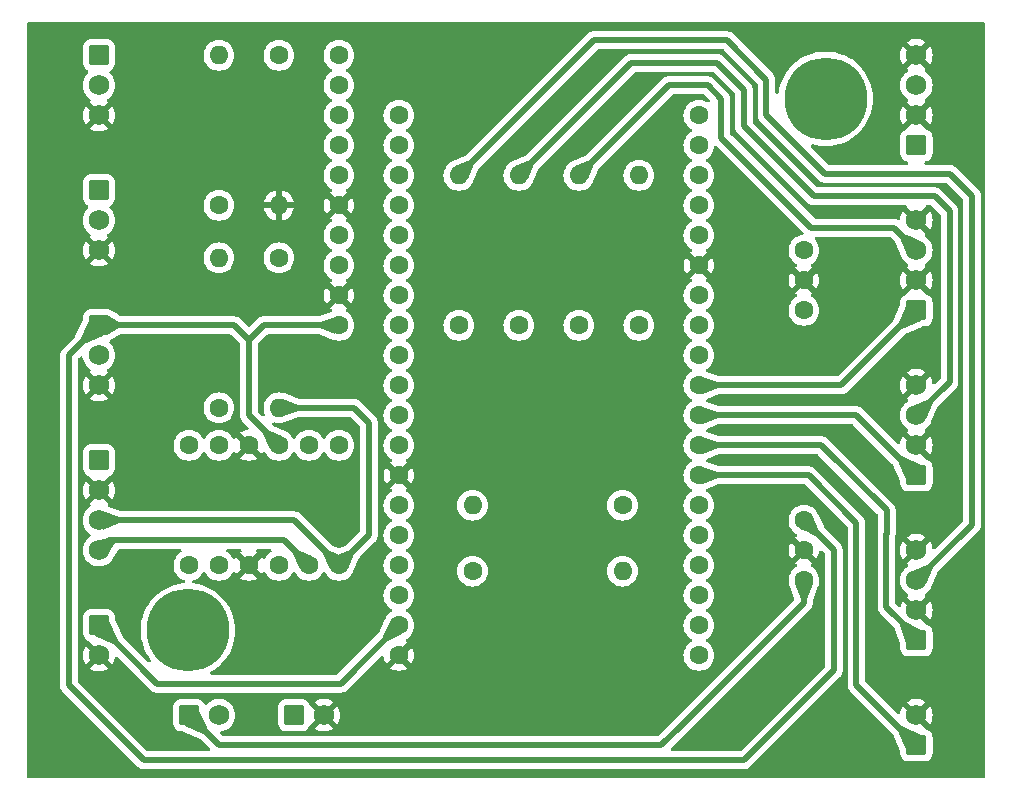
<source format=gbr>
%TF.GenerationSoftware,KiCad,Pcbnew,8.0.1*%
%TF.CreationDate,2024-08-10T06:45:53+02:00*%
%TF.ProjectId,2024-05-23 RC PCB,32303234-2d30-4352-9d32-332052432050,rev?*%
%TF.SameCoordinates,Original*%
%TF.FileFunction,Copper,L2,Bot*%
%TF.FilePolarity,Positive*%
%FSLAX46Y46*%
G04 Gerber Fmt 4.6, Leading zero omitted, Abs format (unit mm)*
G04 Created by KiCad (PCBNEW 8.0.1) date 2024-08-10 06:45:53*
%MOMM*%
%LPD*%
G01*
G04 APERTURE LIST*
G04 Aperture macros list*
%AMRoundRect*
0 Rectangle with rounded corners*
0 $1 Rounding radius*
0 $2 $3 $4 $5 $6 $7 $8 $9 X,Y pos of 4 corners*
0 Add a 4 corners polygon primitive as box body*
4,1,4,$2,$3,$4,$5,$6,$7,$8,$9,$2,$3,0*
0 Add four circle primitives for the rounded corners*
1,1,$1+$1,$2,$3*
1,1,$1+$1,$4,$5*
1,1,$1+$1,$6,$7*
1,1,$1+$1,$8,$9*
0 Add four rect primitives between the rounded corners*
20,1,$1+$1,$2,$3,$4,$5,0*
20,1,$1+$1,$4,$5,$6,$7,0*
20,1,$1+$1,$6,$7,$8,$9,0*
20,1,$1+$1,$8,$9,$2,$3,0*%
G04 Aperture macros list end*
%TA.AperFunction,ComponentPad*%
%ADD10C,1.600000*%
%TD*%
%TA.AperFunction,ComponentPad*%
%ADD11O,1.600000X1.600000*%
%TD*%
%TA.AperFunction,ComponentPad*%
%ADD12RoundRect,0.250000X-0.620000X0.620000X-0.620000X-0.620000X0.620000X-0.620000X0.620000X0.620000X0*%
%TD*%
%TA.AperFunction,ComponentPad*%
%ADD13C,1.740000*%
%TD*%
%TA.AperFunction,ComponentPad*%
%ADD14RoundRect,0.250000X0.620000X-0.620000X0.620000X0.620000X-0.620000X0.620000X-0.620000X-0.620000X0*%
%TD*%
%TA.AperFunction,ComponentPad*%
%ADD15C,3.900000*%
%TD*%
%TA.AperFunction,ConnectorPad*%
%ADD16C,7.000000*%
%TD*%
%TA.AperFunction,ComponentPad*%
%ADD17RoundRect,0.250000X-0.620000X-0.620000X0.620000X-0.620000X0.620000X0.620000X-0.620000X0.620000X0*%
%TD*%
%TA.AperFunction,ViaPad*%
%ADD18C,0.800000*%
%TD*%
%TA.AperFunction,Conductor*%
%ADD19C,0.508000*%
%TD*%
G04 APERTURE END LIST*
D10*
%TO.P,R4,1*%
%TO.N,/LED_LL*%
X116840000Y-52070000D03*
D11*
%TO.P,R4,2*%
%TO.N,Net-(J10-Pin_3)*%
X116840000Y-39370000D03*
%TD*%
D10*
%TO.P,R10,1*%
%TO.N,+5V*%
X96521000Y-46355000D03*
D11*
%TO.P,R10,2*%
%TO.N,/SDA_5V*%
X96521000Y-59055000D03*
%TD*%
D10*
%TO.P,R9,1*%
%TO.N,/SCL_5V*%
X91441000Y-59055000D03*
D11*
%TO.P,R9,2*%
%TO.N,+5V*%
X91441000Y-46355000D03*
%TD*%
D12*
%TO.P,J3,1,Pin_1*%
%TO.N,+3V3*%
X81281000Y-52070000D03*
D13*
%TO.P,J3,2,Pin_2*%
%TO.N,/JoyR*%
X81281000Y-54610000D03*
%TO.P,J3,3,Pin_3*%
%TO.N,GND*%
X81281000Y-57150000D03*
%TD*%
D10*
%TO.P,R5,1*%
%TO.N,/LED_LR*%
X121920000Y-52070000D03*
D11*
%TO.P,R5,2*%
%TO.N,Net-(J11-Pin_3)*%
X121920000Y-39370000D03*
%TD*%
D10*
%TO.P,R7,1*%
%TO.N,/SCL_3V3*%
X112910000Y-72890000D03*
D11*
%TO.P,R7,2*%
%TO.N,+3V3*%
X125610000Y-72890000D03*
%TD*%
D10*
%TO.P,DC/DC1,1,+VIn*%
%TO.N,+VDC*%
X140971000Y-73660000D03*
%TO.P,DC/DC1,2,GND*%
%TO.N,GND*%
X140971000Y-71120000D03*
%TO.P,DC/DC1,3,+VOut*%
%TO.N,+3V3*%
X140971000Y-68580000D03*
%TD*%
%TO.P,R6,1*%
%TO.N,/LED_UR*%
X127000000Y-52070000D03*
D11*
%TO.P,R6,2*%
%TO.N,Net-(J12-Pin_3)*%
X127000000Y-39370000D03*
%TD*%
D14*
%TO.P,J6,1,Pin_1*%
%TO.N,/SW_R*%
X150496000Y-87630000D03*
D13*
%TO.P,J6,2,Pin_2*%
%TO.N,GND*%
X150496000Y-85090000D03*
%TD*%
D14*
%TO.P,J9,1,Pin_1*%
%TO.N,/BT_UL*%
X150496000Y-78740000D03*
D13*
%TO.P,J9,2,Pin_2*%
%TO.N,GND*%
X150496000Y-76200000D03*
%TO.P,J9,3,Pin_3*%
%TO.N,Net-(J9-Pin_3)*%
X150496000Y-73660000D03*
%TO.P,J9,4,Pin_4*%
%TO.N,GND*%
X150496000Y-71120000D03*
%TD*%
D10*
%TO.P,R3,1*%
%TO.N,/LED_UL*%
X111760000Y-52070000D03*
D11*
%TO.P,R3,2*%
%TO.N,Net-(J9-Pin_3)*%
X111760000Y-39370000D03*
%TD*%
D10*
%TO.P,U1,*%
%TO.N,*%
X132080000Y-34290000D03*
%TO.P,U1,1,GND*%
%TO.N,GND*%
X106680000Y-80010000D03*
%TO.P,U1,2,VDD*%
%TO.N,+3V3*%
X132080000Y-80010000D03*
%TO.P,U1,3,EN*%
%TO.N,unconnected-(U1-EN-Pad3)*%
X132080000Y-77470000D03*
%TO.P,U1,4,SENSOR_VP*%
%TO.N,unconnected-(U1-SENSOR_VP-Pad4)*%
X132080000Y-74930000D03*
%TO.P,U1,5,SENSOR_VN*%
%TO.N,unconnected-(U1-SENSOR_VN-Pad5)*%
X132080000Y-72390000D03*
%TO.P,U1,6,IO34*%
%TO.N,unconnected-(U1-IO34-Pad6)*%
X132080000Y-69850000D03*
%TO.P,U1,7,IO35*%
%TO.N,unconnected-(U1-IO35-Pad7)*%
X132080000Y-67310000D03*
%TO.P,U1,8,IO32*%
%TO.N,/SW_R*%
X132080000Y-64770000D03*
%TO.P,U1,9,IO33*%
%TO.N,/BT_UL*%
X132080000Y-62230000D03*
%TO.P,U1,10,IO25*%
%TO.N,/BT_LL*%
X132080000Y-59690000D03*
%TO.P,U1,11,IO26*%
%TO.N,/BT_LR*%
X132080000Y-57150000D03*
%TO.P,U1,12,IO27*%
%TO.N,/BT_UR*%
X132080000Y-54610000D03*
%TO.P,U1,13,IO14*%
%TO.N,unconnected-(U1-IO14-Pad13)*%
X132080000Y-52070000D03*
%TO.P,U1,14,IO12*%
%TO.N,unconnected-(U1-IO12-Pad14)*%
X132080000Y-49530000D03*
%TO.P,U1,15,GND*%
%TO.N,GND*%
X132080000Y-46990000D03*
%TO.P,U1,16,IO13*%
%TO.N,unconnected-(U1-IO13-Pad16)*%
X132080000Y-44450000D03*
%TO.P,U1,17,SHD/SD2*%
%TO.N,unconnected-(U1-SHD{slash}SD2-Pad17)*%
X132080000Y-41910000D03*
%TO.P,U1,18,SWP/SD3*%
%TO.N,unconnected-(U1-SWP{slash}SD3-Pad18)*%
X132080000Y-39370000D03*
%TO.P,U1,19,SCS/CMD*%
%TO.N,unconnected-(U1-SCS{slash}CMD-Pad19)*%
X132080000Y-36830000D03*
%TO.P,U1,20,SCK/CLK*%
%TO.N,unconnected-(U1-SCK{slash}CLK-Pad20)*%
X106680000Y-34290000D03*
%TO.P,U1,21,SDO/SD0*%
%TO.N,unconnected-(U1-SDO{slash}SD0-Pad21)*%
X106680000Y-36830000D03*
%TO.P,U1,22,SDI/SD1*%
%TO.N,unconnected-(U1-SDI{slash}SD1-Pad22)*%
X106680000Y-39370000D03*
%TO.P,U1,23,IO15*%
%TO.N,unconnected-(U1-IO15-Pad23)*%
X106680000Y-41910000D03*
%TO.P,U1,24,IO2*%
%TO.N,unconnected-(U1-IO2-Pad24)*%
X106680000Y-44450000D03*
%TO.P,U1,25,IO0*%
%TO.N,unconnected-(U1-IO0-Pad25)*%
X106680000Y-46990000D03*
%TO.P,U1,26,IO4*%
%TO.N,unconnected-(U1-IO4-Pad26)*%
X106680000Y-49530000D03*
%TO.P,U1,27,IO16*%
%TO.N,/LED_UL*%
X106680000Y-52070000D03*
%TO.P,U1,28,IO17*%
%TO.N,/LED_LL*%
X106680000Y-54610000D03*
%TO.P,U1,29,IO5*%
%TO.N,unconnected-(U1-IO5-Pad29)*%
X106680000Y-57150000D03*
%TO.P,U1,30,IO18*%
%TO.N,/LED_LR*%
X106680000Y-59690000D03*
%TO.P,U1,31,IO19*%
%TO.N,/LED_UR*%
X106680000Y-62230000D03*
%TO.P,U1,33,IO21*%
%TO.N,/SDA_3V3*%
X106680000Y-67310000D03*
%TO.P,U1,34,RXD0/IO3*%
%TO.N,unconnected-(U1-RXD0{slash}IO3-Pad34)*%
X106680000Y-69850000D03*
%TO.P,U1,35,TXD0/IO1*%
%TO.N,unconnected-(U1-TXD0{slash}IO1-Pad35)*%
X106680000Y-72390000D03*
%TO.P,U1,36,IO22*%
%TO.N,/SCL_3V3*%
X106680000Y-74930000D03*
%TO.P,U1,37,IO23*%
%TO.N,/SW_L*%
X106680000Y-77470000D03*
%TO.P,U1,38,GND*%
%TO.N,GND*%
X106680000Y-64770000D03*
%TD*%
%TO.P,IC1,1,ADDR*%
%TO.N,GND*%
X101601000Y-41910000D03*
%TO.P,IC1,2,ALERT/RDY*%
%TO.N,unconnected-(IC1-ALERT{slash}RDY-Pad2)*%
X101601000Y-39370000D03*
%TO.P,IC1,3,GND*%
%TO.N,GND*%
X101601000Y-49530000D03*
%TO.P,IC1,4,AIN0*%
%TO.N,/JoyR*%
X101601000Y-36830000D03*
%TO.P,IC1,5,AIN1*%
%TO.N,/JoyL*%
X101601000Y-34290000D03*
%TO.P,IC1,6,AIN2*%
%TO.N,/Poti*%
X101601000Y-31750000D03*
%TO.P,IC1,7,AIN3*%
%TO.N,Net-(IC1-AIN3)*%
X101601000Y-29210000D03*
%TO.P,IC1,8,VDD*%
%TO.N,+3V3*%
X101601000Y-52070000D03*
%TO.P,IC1,9,SDA*%
%TO.N,/SDA_3V3*%
X101601000Y-44450000D03*
%TO.P,IC1,10,SCL*%
%TO.N,/SCL_3V3*%
X101601000Y-46990000D03*
%TD*%
%TO.P,R8,1*%
%TO.N,+3V3*%
X125610000Y-67310707D03*
D11*
%TO.P,R8,2*%
%TO.N,/SDA_3V3*%
X112910000Y-67310707D03*
%TD*%
D14*
%TO.P,J11,1,Pin_1*%
%TO.N,/BT_LR*%
X150496000Y-50800000D03*
D13*
%TO.P,J11,2,Pin_2*%
%TO.N,GND*%
X150496000Y-48260000D03*
%TO.P,J11,3,Pin_3*%
%TO.N,Net-(J11-Pin_3)*%
X150496000Y-45720000D03*
%TO.P,J11,4,Pin_4*%
%TO.N,GND*%
X150496000Y-43180000D03*
%TD*%
D14*
%TO.P,J12,1,Pin_1*%
%TO.N,/BT_UR*%
X150496000Y-36830000D03*
D13*
%TO.P,J12,2,Pin_2*%
%TO.N,GND*%
X150496000Y-34290000D03*
%TO.P,J12,3,Pin_3*%
%TO.N,Net-(J12-Pin_3)*%
X150496000Y-31750000D03*
%TO.P,J12,4,Pin_4*%
%TO.N,GND*%
X150496000Y-29210000D03*
%TD*%
D10*
%TO.P,U2,1,LV1*%
%TO.N,/SDA_3V3*%
X101601000Y-62230000D03*
%TO.P,U2,2,LV2*%
%TO.N,/SCL_3V3*%
X99061000Y-62230000D03*
%TO.P,U2,3,LV*%
%TO.N,+3V3*%
X96521000Y-62230000D03*
%TO.P,U2,4,GND*%
%TO.N,GND*%
X93981000Y-62230000D03*
%TO.P,U2,5,LV3*%
%TO.N,unconnected-(U2-LV3-Pad5)*%
X91441000Y-62230000D03*
%TO.P,U2,6,LV4*%
%TO.N,unconnected-(U2-LV4-Pad6)*%
X88901000Y-62230000D03*
%TO.P,U2,7,HV4*%
%TO.N,unconnected-(U2-HV4-Pad7)*%
X88901000Y-72390000D03*
%TO.P,U2,8,HV3*%
%TO.N,unconnected-(U2-HV3-Pad8)*%
X91441000Y-72390000D03*
%TO.P,U2,9,GND*%
%TO.N,GND*%
X93981000Y-72390000D03*
%TO.P,U2,10,HV*%
%TO.N,+5V*%
X96521000Y-72390000D03*
%TO.P,U2,11,HV2*%
%TO.N,/SCL_5V*%
X99061000Y-72390000D03*
%TO.P,U2,12,HV1*%
%TO.N,/SDA_5V*%
X101601000Y-72390000D03*
%TD*%
D12*
%TO.P,J5,1,Pin_1*%
%TO.N,+3V3*%
X81281000Y-29210000D03*
D13*
%TO.P,J5,2,Pin_2*%
%TO.N,/Poti*%
X81281000Y-31750000D03*
%TO.P,J5,3,Pin_3*%
%TO.N,GND*%
X81281000Y-34290000D03*
%TD*%
D15*
%TO.P,H2,1*%
%TO.N,N/C*%
X88810000Y-77900000D03*
D16*
X88810000Y-77900000D03*
%TD*%
D17*
%TO.P,J2,1,Pin_1*%
%TO.N,+VDC*%
X88901000Y-85090000D03*
D13*
%TO.P,J2,2,Pin_2*%
%TO.N,+BATT*%
X91441000Y-85090000D03*
%TD*%
D12*
%TO.P,J8,1,Pin_1*%
%TO.N,+5V*%
X81281000Y-63500000D03*
D13*
%TO.P,J8,2,Pin_2*%
%TO.N,GND*%
X81281000Y-66040000D03*
%TO.P,J8,3,Pin_3*%
%TO.N,/SDA_5V*%
X81281000Y-68580000D03*
%TO.P,J8,4,Pin_4*%
%TO.N,/SCL_5V*%
X81281000Y-71120000D03*
%TD*%
D10*
%TO.P,DC/DC2,1,+VIn*%
%TO.N,+VDC*%
X140971000Y-50800000D03*
%TO.P,DC/DC2,2,GND*%
%TO.N,GND*%
X140971000Y-48260000D03*
%TO.P,DC/DC2,3,+VOut*%
%TO.N,+5V*%
X140971000Y-45720000D03*
%TD*%
%TO.P,R2,1*%
%TO.N,Net-(IC1-AIN3)*%
X96521000Y-29210000D03*
D11*
%TO.P,R2,2*%
%TO.N,GND*%
X96521000Y-41910000D03*
%TD*%
D15*
%TO.P,H1,1*%
%TO.N,N/C*%
X142810000Y-32900000D03*
D16*
X142810000Y-32900000D03*
%TD*%
D17*
%TO.P,J1,1,Pin_1*%
%TO.N,+BATT*%
X97791000Y-85090000D03*
D13*
%TO.P,J1,2,Pin_2*%
%TO.N,GND*%
X100331000Y-85090000D03*
%TD*%
D14*
%TO.P,J10,1,Pin_1*%
%TO.N,/BT_LL*%
X150496000Y-64770000D03*
D13*
%TO.P,J10,2,Pin_2*%
%TO.N,GND*%
X150496000Y-62230000D03*
%TO.P,J10,3,Pin_3*%
%TO.N,Net-(J10-Pin_3)*%
X150496000Y-59690000D03*
%TO.P,J10,4,Pin_4*%
%TO.N,GND*%
X150496000Y-57150000D03*
%TD*%
D10*
%TO.P,R1,1*%
%TO.N,+VDC*%
X91441000Y-41910000D03*
D11*
%TO.P,R1,2*%
%TO.N,Net-(IC1-AIN3)*%
X91441000Y-29210000D03*
%TD*%
D12*
%TO.P,J7,1,Pin_1*%
%TO.N,/SW_L*%
X81281000Y-77470000D03*
D13*
%TO.P,J7,2,Pin_2*%
%TO.N,GND*%
X81281000Y-80010000D03*
%TD*%
D12*
%TO.P,J4,1,Pin_1*%
%TO.N,+3V3*%
X81281000Y-40640000D03*
D13*
%TO.P,J4,2,Pin_2*%
%TO.N,/JoyL*%
X81281000Y-43180000D03*
%TO.P,J4,3,Pin_3*%
%TO.N,GND*%
X81281000Y-45720000D03*
%TD*%
D18*
%TO.N,GND*%
X99313293Y-30480000D03*
X99061000Y-80645000D03*
X134367000Y-63500000D03*
X146686000Y-87630000D03*
X127636000Y-31115000D03*
X109100000Y-60960000D03*
X134365293Y-55880707D03*
X144017293Y-55118707D03*
X77471000Y-73660000D03*
X85091000Y-44704000D03*
X146686000Y-68580000D03*
X99313293Y-33020707D03*
X134367000Y-66040000D03*
X123826000Y-78105000D03*
X88266000Y-86995000D03*
X134365293Y-60960707D03*
X86869000Y-53848000D03*
X138431000Y-29845000D03*
X142241000Y-75946000D03*
X109221000Y-69850000D03*
X129795000Y-35560000D03*
X117476000Y-31115000D03*
X122556000Y-31115000D03*
X100331000Y-60325000D03*
X85091000Y-29845000D03*
X129541000Y-67310000D03*
X77471000Y-59690000D03*
X132081000Y-86360000D03*
X109100000Y-53340000D03*
X109221000Y-57150000D03*
X133986000Y-38100000D03*
X134365293Y-58420707D03*
X77471000Y-36830000D03*
X99313293Y-35560707D03*
X101601000Y-74930000D03*
X77469293Y-87630707D03*
X77471000Y-48260000D03*
%TD*%
D19*
%TO.N,+3V3*%
X93981000Y-53340000D02*
X92711000Y-52070000D01*
X135891000Y-88900000D02*
X143511000Y-81280000D01*
X96521000Y-62230000D02*
X93981000Y-59690000D01*
X93981000Y-59690000D02*
X93981000Y-53340000D01*
X143511000Y-71120000D02*
X140971000Y-68580000D01*
X143511000Y-81280000D02*
X143511000Y-71120000D01*
X81280000Y-52070000D02*
X78740000Y-54610000D01*
X95251000Y-52070000D02*
X101600000Y-52070000D01*
X92711000Y-52070000D02*
X81280000Y-52070000D01*
X93981000Y-53340000D02*
X95251000Y-52070000D01*
X78740000Y-54610000D02*
X78740000Y-82550000D01*
X85090000Y-88900000D02*
X135891000Y-88900000D01*
X78740000Y-82550000D02*
X85090000Y-88900000D01*
%TO.N,+VDC*%
X131084000Y-85452000D02*
X131069894Y-85452000D01*
X140971000Y-75565000D02*
X131084000Y-85452000D01*
X131069894Y-85452000D02*
X130538000Y-85983894D01*
X140971000Y-73660000D02*
X140971000Y-75565000D01*
X130538000Y-85998000D02*
X128906000Y-87630000D01*
X128906000Y-87630000D02*
X91455000Y-87630000D01*
X130538000Y-85983894D02*
X130538000Y-85998000D01*
X91455000Y-87630000D02*
X88780000Y-84955000D01*
%TO.N,/SW_R*%
X150496000Y-87630000D02*
X145416000Y-82550000D01*
X141370000Y-64770000D02*
X132080000Y-64770000D01*
X145416000Y-82550000D02*
X145416000Y-68816000D01*
X145416000Y-68816000D02*
X141370000Y-64770000D01*
%TO.N,/SW_L*%
X86225000Y-82415000D02*
X101735000Y-82415000D01*
X81280000Y-77470000D02*
X86225000Y-82415000D01*
X101735000Y-82415000D02*
X106680000Y-77470000D01*
%TO.N,/SDA_5V*%
X102885000Y-59055000D02*
X96521000Y-59055000D01*
X101601000Y-72390000D02*
X104141000Y-69850000D01*
X104141000Y-69850000D02*
X104141000Y-60311000D01*
X104141000Y-60311000D02*
X102885000Y-59055000D01*
X81281000Y-68580000D02*
X97791000Y-68580000D01*
X97791000Y-68580000D02*
X101601000Y-72390000D01*
%TO.N,/SCL_5V*%
X82150999Y-70250001D02*
X96921001Y-70250001D01*
X81281000Y-71120000D02*
X82150999Y-70250001D01*
X96921001Y-70250001D02*
X99061000Y-72390000D01*
%TO.N,/BT_UL*%
X142457203Y-62230000D02*
X132080000Y-62230000D01*
X147956000Y-75936000D02*
X147956000Y-69737106D01*
X150760000Y-78740000D02*
X147956000Y-75936000D01*
X147975000Y-67747797D02*
X142457203Y-62230000D01*
X147975000Y-69718106D02*
X147975000Y-67747797D01*
X147956000Y-69737106D02*
X147975000Y-69718106D01*
%TO.N,Net-(J9-Pin_3)*%
X123189293Y-27940707D02*
X134464646Y-27940707D01*
X155205000Y-41140000D02*
X155205000Y-68951000D01*
X137796000Y-31272061D02*
X137796000Y-34290000D01*
X153300000Y-39235000D02*
X155205000Y-41140000D01*
X111760000Y-39370000D02*
X123189293Y-27940707D01*
X155205000Y-68951000D02*
X150496000Y-73660000D01*
X134464646Y-27940707D02*
X137796000Y-31272061D01*
X142741000Y-39235000D02*
X153300000Y-39235000D01*
X137796000Y-34290000D02*
X142741000Y-39235000D01*
%TO.N,/BT_LL*%
X150496000Y-64770000D02*
X145416000Y-59690000D01*
X145416000Y-59690000D02*
X132080000Y-59690000D01*
%TO.N,Net-(J10-Pin_3)*%
X126364293Y-29845707D02*
X133612501Y-29845707D01*
X116840000Y-39370000D02*
X126364293Y-29845707D01*
X153300000Y-56886000D02*
X150496000Y-59690000D01*
X135891000Y-32124206D02*
X135891000Y-35242500D01*
X152030000Y-41140000D02*
X153300000Y-42410000D01*
X133612501Y-29845707D02*
X135891000Y-32124206D01*
X135891000Y-35242500D02*
X141788500Y-41140000D01*
X141788500Y-41140000D02*
X152030000Y-41140000D01*
X153300000Y-42410000D02*
X153300000Y-56886000D01*
%TO.N,Net-(J11-Pin_3)*%
X133986000Y-32921456D02*
X132815251Y-31750707D01*
X148591000Y-43815000D02*
X141606000Y-43815000D01*
X133986000Y-36195000D02*
X133986000Y-32921456D01*
X129539293Y-31750707D02*
X121920000Y-39370000D01*
X141606000Y-43815000D02*
X133986000Y-36195000D01*
X132815251Y-31750707D02*
X129539293Y-31750707D01*
X150496000Y-45720000D02*
X148591000Y-43815000D01*
%TO.N,/BT_LR*%
X150496000Y-50800000D02*
X144146000Y-57150000D01*
X132080000Y-57150000D02*
X144146000Y-57150000D01*
%TD*%
%TA.AperFunction,Conductor*%
%TO.N,GND*%
G36*
X142495527Y-71174753D02*
G01*
X142515425Y-71191449D01*
X142712859Y-71388883D01*
X142751423Y-71455678D01*
X142756500Y-71494242D01*
X142756500Y-80905757D01*
X142736538Y-80980257D01*
X142712859Y-81011116D01*
X135622116Y-88101859D01*
X135555321Y-88140423D01*
X135516757Y-88145500D01*
X129817243Y-88145500D01*
X129742743Y-88125538D01*
X129688205Y-88071000D01*
X129668243Y-87996500D01*
X129688205Y-87922000D01*
X129711884Y-87891141D01*
X130026341Y-87576682D01*
X131006698Y-86596324D01*
X131006703Y-86596321D01*
X131018964Y-86584059D01*
X131018966Y-86584059D01*
X131124059Y-86478966D01*
X131144313Y-86448651D01*
X131162834Y-86426083D01*
X131512080Y-86076836D01*
X131534655Y-86058311D01*
X131564966Y-86038059D01*
X141439698Y-76163324D01*
X141439703Y-76163321D01*
X141451964Y-76151059D01*
X141451966Y-76151059D01*
X141557059Y-76045966D01*
X141639629Y-75922390D01*
X141696505Y-75785080D01*
X141725500Y-75639312D01*
X141725500Y-75391996D01*
X141734984Y-75339687D01*
X142179463Y-74154186D01*
X142185735Y-74134869D01*
X142192411Y-74117921D01*
X142197739Y-74106496D01*
X142208283Y-74067145D01*
X142256635Y-73886692D01*
X142276468Y-73660000D01*
X142256635Y-73433308D01*
X142197739Y-73213504D01*
X142101568Y-73007266D01*
X141971047Y-72820861D01*
X141810139Y-72659953D01*
X141810137Y-72659951D01*
X141623741Y-72529437D01*
X141623734Y-72529432D01*
X141623731Y-72529430D01*
X141623727Y-72529428D01*
X141613720Y-72524762D01*
X141554637Y-72475184D01*
X141528260Y-72402707D01*
X141541655Y-72326751D01*
X141591233Y-72267668D01*
X141613730Y-72254681D01*
X141623479Y-72250135D01*
X141623484Y-72250132D01*
X141696471Y-72199024D01*
X141100409Y-71602962D01*
X141163993Y-71585925D01*
X141278007Y-71520099D01*
X141371099Y-71427007D01*
X141436925Y-71312993D01*
X141453962Y-71249409D01*
X142050024Y-71845471D01*
X142101132Y-71772484D01*
X142101136Y-71772478D01*
X142197266Y-71566325D01*
X142197267Y-71566323D01*
X142256140Y-71346605D01*
X142256141Y-71346605D01*
X142261633Y-71283824D01*
X142288011Y-71211347D01*
X142347094Y-71161769D01*
X142423050Y-71148375D01*
X142495527Y-71174753D01*
G37*
%TD.AperFunction*%
%TA.AperFunction,Conductor*%
G36*
X93295148Y-71024463D02*
G01*
X93349686Y-71079001D01*
X93369648Y-71153501D01*
X93349686Y-71228001D01*
X93306111Y-71275555D01*
X93255527Y-71310974D01*
X93851590Y-71907037D01*
X93788007Y-71924075D01*
X93673993Y-71989901D01*
X93580901Y-72082993D01*
X93515075Y-72197007D01*
X93498037Y-72260590D01*
X92901974Y-71664527D01*
X92850865Y-71737517D01*
X92850858Y-71737529D01*
X92846313Y-71747278D01*
X92796735Y-71806361D01*
X92724258Y-71832738D01*
X92648302Y-71819343D01*
X92589219Y-71769765D01*
X92576239Y-71747284D01*
X92571568Y-71737266D01*
X92465599Y-71585925D01*
X92441048Y-71550862D01*
X92280137Y-71389951D01*
X92116761Y-71275555D01*
X92067183Y-71216472D01*
X92053790Y-71140515D01*
X92080169Y-71068039D01*
X92139252Y-71018461D01*
X92202223Y-71004501D01*
X93220648Y-71004501D01*
X93295148Y-71024463D01*
G37*
%TD.AperFunction*%
%TA.AperFunction,Conductor*%
G36*
X95834277Y-71024463D02*
G01*
X95888815Y-71079001D01*
X95908777Y-71153501D01*
X95888815Y-71228001D01*
X95845239Y-71275555D01*
X95681862Y-71389951D01*
X95520951Y-71550862D01*
X95390437Y-71737258D01*
X95390429Y-71737270D01*
X95385761Y-71747282D01*
X95336181Y-71806364D01*
X95263703Y-71832740D01*
X95187748Y-71819343D01*
X95128666Y-71769763D01*
X95115684Y-71747276D01*
X95111132Y-71737514D01*
X95111129Y-71737509D01*
X95060025Y-71664526D01*
X94463962Y-72260589D01*
X94446925Y-72197007D01*
X94381099Y-72082993D01*
X94288007Y-71989901D01*
X94173993Y-71924075D01*
X94110407Y-71907037D01*
X94706472Y-71310973D01*
X94655888Y-71275554D01*
X94606311Y-71216471D01*
X94592918Y-71140514D01*
X94619298Y-71068038D01*
X94678381Y-71018461D01*
X94741351Y-71004501D01*
X95759777Y-71004501D01*
X95834277Y-71024463D01*
G37*
%TD.AperFunction*%
%TA.AperFunction,Conductor*%
G36*
X151730257Y-41914462D02*
G01*
X151761116Y-41938141D01*
X152501859Y-42678883D01*
X152540423Y-42745678D01*
X152545500Y-42784242D01*
X152545500Y-56511756D01*
X152525538Y-56586256D01*
X152501859Y-56617115D01*
X152105519Y-57013454D01*
X152038724Y-57052018D01*
X151961596Y-57052018D01*
X151894801Y-57013454D01*
X151856237Y-56946659D01*
X151853299Y-56929759D01*
X151852961Y-56929816D01*
X151851946Y-56923739D01*
X151796209Y-56703634D01*
X151705007Y-56495715D01*
X151625513Y-56374039D01*
X151015705Y-56983847D01*
X151003859Y-56939638D01*
X150932109Y-56815362D01*
X150830638Y-56713891D01*
X150706362Y-56642141D01*
X150662149Y-56630294D01*
X151273420Y-56019024D01*
X151273420Y-56019023D01*
X151247889Y-55999152D01*
X151048207Y-55891090D01*
X150833473Y-55817371D01*
X150609518Y-55780000D01*
X150382481Y-55780000D01*
X150158526Y-55817371D01*
X149943792Y-55891090D01*
X149744110Y-55999152D01*
X149718578Y-56019023D01*
X149718578Y-56019024D01*
X150329848Y-56630294D01*
X150285638Y-56642141D01*
X150161362Y-56713891D01*
X150059891Y-56815362D01*
X149988141Y-56939638D01*
X149976294Y-56983848D01*
X149366486Y-56374040D01*
X149366485Y-56374040D01*
X149286992Y-56495715D01*
X149195790Y-56703634D01*
X149140053Y-56923737D01*
X149121305Y-57149998D01*
X149121305Y-57150001D01*
X149140053Y-57376262D01*
X149195790Y-57596365D01*
X149286992Y-57804284D01*
X149366486Y-57925958D01*
X149976294Y-57316149D01*
X149988141Y-57360362D01*
X150059891Y-57484638D01*
X150161362Y-57586109D01*
X150285638Y-57657859D01*
X150329847Y-57669705D01*
X149718578Y-58280975D01*
X149745719Y-58302099D01*
X149792250Y-58363610D01*
X149801792Y-58440146D01*
X149771788Y-58511198D01*
X149745722Y-58537265D01*
X149564604Y-58678234D01*
X149410777Y-58845334D01*
X149336069Y-58959684D01*
X149295771Y-59021366D01*
X149286549Y-59035481D01*
X149286547Y-59035484D01*
X149195315Y-59243471D01*
X149139558Y-59463653D01*
X149120803Y-59689999D01*
X149120803Y-59690000D01*
X149139558Y-59916346D01*
X149195315Y-60136528D01*
X149284845Y-60340634D01*
X149286550Y-60344521D01*
X149380382Y-60488141D01*
X149410777Y-60534665D01*
X149564605Y-60701766D01*
X149564608Y-60701769D01*
X149745721Y-60842734D01*
X149792251Y-60904246D01*
X149801792Y-60980781D01*
X149771786Y-61051833D01*
X149745718Y-61077901D01*
X149718578Y-61099023D01*
X149718578Y-61099024D01*
X150329848Y-61710294D01*
X150285638Y-61722141D01*
X150161362Y-61793891D01*
X150059891Y-61895362D01*
X149988141Y-62019638D01*
X149976294Y-62063848D01*
X149366486Y-61454040D01*
X149366485Y-61454040D01*
X149286992Y-61575715D01*
X149195790Y-61783634D01*
X149140053Y-62003739D01*
X149139039Y-62009816D01*
X149137071Y-62009487D01*
X149114279Y-62073005D01*
X149055421Y-62122850D01*
X148979526Y-62136587D01*
X148906931Y-62110537D01*
X148886480Y-62093456D01*
X147717556Y-60924532D01*
X145896966Y-59103941D01*
X145773389Y-59021370D01*
X145773382Y-59021367D01*
X145773380Y-59021366D01*
X145675173Y-58980688D01*
X145636080Y-58964495D01*
X145636079Y-58964494D01*
X145611894Y-58959684D01*
X145490315Y-58935499D01*
X145490312Y-58935499D01*
X145341688Y-58935499D01*
X145334339Y-58935499D01*
X145334319Y-58935500D01*
X133811998Y-58935500D01*
X133759689Y-58926016D01*
X132782171Y-58559515D01*
X132719421Y-58514669D01*
X132687501Y-58444456D01*
X132694964Y-58367690D01*
X132739810Y-58304940D01*
X132782167Y-58280484D01*
X133759687Y-57913984D01*
X133811996Y-57904500D01*
X144064319Y-57904500D01*
X144064339Y-57904501D01*
X144071688Y-57904501D01*
X144220308Y-57904501D01*
X144220312Y-57904501D01*
X144342622Y-57880171D01*
X144366080Y-57875505D01*
X144435679Y-57846676D01*
X144503389Y-57818630D01*
X144626966Y-57736059D01*
X149523943Y-52839079D01*
X149567808Y-52808721D01*
X150947258Y-52183776D01*
X151008745Y-52170499D01*
X151166004Y-52170499D01*
X151166008Y-52170499D01*
X151268797Y-52159999D01*
X151435334Y-52104814D01*
X151584656Y-52012712D01*
X151708712Y-51888656D01*
X151800814Y-51739334D01*
X151855999Y-51572797D01*
X151866500Y-51470009D01*
X151866499Y-50129992D01*
X151855999Y-50027203D01*
X151800814Y-49860666D01*
X151708712Y-49711344D01*
X151584656Y-49587288D01*
X151435334Y-49495186D01*
X151379301Y-49476618D01*
X151321098Y-49438335D01*
X151320940Y-49438494D01*
X151320174Y-49437728D01*
X151314863Y-49434235D01*
X151313028Y-49430582D01*
X150662151Y-48779705D01*
X150706362Y-48767859D01*
X150830638Y-48696109D01*
X150932109Y-48594638D01*
X151003859Y-48470362D01*
X151015705Y-48426151D01*
X151625513Y-49035958D01*
X151705008Y-48914280D01*
X151705010Y-48914277D01*
X151796209Y-48706365D01*
X151851946Y-48486262D01*
X151870695Y-48260001D01*
X151870695Y-48259998D01*
X151851946Y-48033737D01*
X151796209Y-47813634D01*
X151705007Y-47605715D01*
X151625513Y-47484039D01*
X151015704Y-48093847D01*
X151003859Y-48049638D01*
X150932109Y-47925362D01*
X150830638Y-47823891D01*
X150706362Y-47752141D01*
X150662149Y-47740294D01*
X151273420Y-47129024D01*
X151273420Y-47129023D01*
X151246280Y-47107900D01*
X151199749Y-47046389D01*
X151190207Y-46969853D01*
X151220211Y-46898801D01*
X151246278Y-46872734D01*
X151248158Y-46871270D01*
X151248161Y-46871269D01*
X151427396Y-46731765D01*
X151581224Y-46564663D01*
X151705450Y-46374521D01*
X151796685Y-46166526D01*
X151852441Y-45946350D01*
X151871197Y-45720000D01*
X151852441Y-45493650D01*
X151796685Y-45273474D01*
X151775175Y-45224437D01*
X151721793Y-45102738D01*
X151705450Y-45065479D01*
X151581224Y-44875337D01*
X151581223Y-44875336D01*
X151581222Y-44875334D01*
X151427394Y-44708233D01*
X151427391Y-44708230D01*
X151246278Y-44567265D01*
X151199747Y-44505753D01*
X151190207Y-44429218D01*
X151220213Y-44358166D01*
X151246278Y-44332101D01*
X151273421Y-44310974D01*
X150662152Y-43699705D01*
X150706362Y-43687859D01*
X150830638Y-43616109D01*
X150932109Y-43514638D01*
X151003859Y-43390362D01*
X151015705Y-43346151D01*
X151625513Y-43955958D01*
X151705008Y-43834280D01*
X151705010Y-43834277D01*
X151796209Y-43626365D01*
X151851946Y-43406262D01*
X151870695Y-43180001D01*
X151870695Y-43179998D01*
X151851946Y-42953737D01*
X151796209Y-42733634D01*
X151705007Y-42525715D01*
X151625513Y-42404039D01*
X151015704Y-43013847D01*
X151003859Y-42969638D01*
X150932109Y-42845362D01*
X150830638Y-42743891D01*
X150706362Y-42672141D01*
X150662149Y-42660294D01*
X151274651Y-42047793D01*
X151288958Y-41977141D01*
X151340010Y-41919328D01*
X151413130Y-41894786D01*
X151422365Y-41894500D01*
X151655757Y-41894500D01*
X151730257Y-41914462D01*
G37*
%TD.AperFunction*%
%TA.AperFunction,Conductor*%
G36*
X133605070Y-36884297D02*
G01*
X133624967Y-36900992D01*
X140899088Y-44175112D01*
X140937652Y-44241907D01*
X140937652Y-44319035D01*
X140899088Y-44385830D01*
X140832293Y-44424394D01*
X140806718Y-44428904D01*
X140744306Y-44434365D01*
X140524507Y-44493260D01*
X140524506Y-44493260D01*
X140524504Y-44493261D01*
X140318266Y-44589432D01*
X140318263Y-44589434D01*
X140318261Y-44589435D01*
X140318258Y-44589437D01*
X140131862Y-44719951D01*
X139970951Y-44880862D01*
X139840437Y-45067258D01*
X139840435Y-45067261D01*
X139840434Y-45067263D01*
X139840432Y-45067266D01*
X139744275Y-45273474D01*
X139744260Y-45273507D01*
X139685365Y-45493306D01*
X139665532Y-45720000D01*
X139685365Y-45946693D01*
X139714289Y-46054638D01*
X139744261Y-46166496D01*
X139840432Y-46372734D01*
X139841515Y-46374280D01*
X139970951Y-46559137D01*
X140131862Y-46720048D01*
X140148602Y-46731769D01*
X140318266Y-46850568D01*
X140328279Y-46855237D01*
X140387360Y-46904814D01*
X140413738Y-46977292D01*
X140400344Y-47053248D01*
X140350766Y-47112330D01*
X140328278Y-47125313D01*
X140318529Y-47129858D01*
X140318517Y-47129865D01*
X140245527Y-47180974D01*
X140841590Y-47777037D01*
X140778007Y-47794075D01*
X140663993Y-47859901D01*
X140570901Y-47952993D01*
X140505075Y-48067007D01*
X140488037Y-48130590D01*
X139891974Y-47534527D01*
X139840865Y-47607517D01*
X139840862Y-47607522D01*
X139744733Y-47813674D01*
X139744732Y-47813676D01*
X139685859Y-48033393D01*
X139666034Y-48260000D01*
X139685859Y-48486606D01*
X139744732Y-48706323D01*
X139744733Y-48706325D01*
X139840866Y-48912483D01*
X139840872Y-48912492D01*
X139891973Y-48985471D01*
X140488037Y-48389407D01*
X140505075Y-48452993D01*
X140570901Y-48567007D01*
X140663993Y-48660099D01*
X140778007Y-48725925D01*
X140841590Y-48742962D01*
X140245526Y-49339025D01*
X140318509Y-49390129D01*
X140318514Y-49390132D01*
X140328276Y-49394684D01*
X140387359Y-49444261D01*
X140413739Y-49516737D01*
X140400346Y-49592694D01*
X140350769Y-49651777D01*
X140328282Y-49664761D01*
X140318270Y-49669429D01*
X140318258Y-49669437D01*
X140131862Y-49799951D01*
X139970951Y-49960862D01*
X139840437Y-50147258D01*
X139840435Y-50147261D01*
X139840434Y-50147263D01*
X139840432Y-50147266D01*
X139760151Y-50319429D01*
X139744260Y-50353507D01*
X139685365Y-50573306D01*
X139665532Y-50800000D01*
X139685365Y-51026693D01*
X139731814Y-51200045D01*
X139744261Y-51246496D01*
X139840432Y-51452734D01*
X139852528Y-51470009D01*
X139970951Y-51639137D01*
X139970953Y-51639139D01*
X140131861Y-51800047D01*
X140318266Y-51930568D01*
X140524504Y-52026739D01*
X140744308Y-52085635D01*
X140971000Y-52105468D01*
X141197692Y-52085635D01*
X141417496Y-52026739D01*
X141623734Y-51930568D01*
X141810139Y-51800047D01*
X141971047Y-51639139D01*
X142101568Y-51452734D01*
X142197739Y-51246496D01*
X142256635Y-51026692D01*
X142276468Y-50800000D01*
X142256635Y-50573308D01*
X142197739Y-50353504D01*
X142101568Y-50147266D01*
X141971047Y-49960861D01*
X141810139Y-49799953D01*
X141810137Y-49799951D01*
X141623741Y-49669437D01*
X141623734Y-49669432D01*
X141623731Y-49669430D01*
X141623727Y-49669428D01*
X141613720Y-49664762D01*
X141554637Y-49615184D01*
X141528260Y-49542707D01*
X141541655Y-49466751D01*
X141591233Y-49407668D01*
X141613730Y-49394681D01*
X141623479Y-49390135D01*
X141623484Y-49390132D01*
X141696471Y-49339024D01*
X141100409Y-48742962D01*
X141163993Y-48725925D01*
X141278007Y-48660099D01*
X141371099Y-48567007D01*
X141436925Y-48452993D01*
X141453962Y-48389409D01*
X142050024Y-48985471D01*
X142101132Y-48912484D01*
X142101136Y-48912478D01*
X142197266Y-48706325D01*
X142197267Y-48706323D01*
X142256140Y-48486606D01*
X142275965Y-48260000D01*
X142256140Y-48033393D01*
X142197267Y-47813676D01*
X142197266Y-47813674D01*
X142101132Y-47607515D01*
X142101129Y-47607509D01*
X142050025Y-47534526D01*
X141453962Y-48130589D01*
X141436925Y-48067007D01*
X141371099Y-47952993D01*
X141278007Y-47859901D01*
X141163993Y-47794075D01*
X141100407Y-47777037D01*
X141696472Y-47180973D01*
X141623492Y-47129872D01*
X141623480Y-47129865D01*
X141613719Y-47125313D01*
X141554637Y-47075735D01*
X141528260Y-47003257D01*
X141541655Y-46927301D01*
X141591233Y-46868219D01*
X141613714Y-46855240D01*
X141623734Y-46850568D01*
X141810139Y-46720047D01*
X141971047Y-46559139D01*
X142101568Y-46372734D01*
X142197739Y-46166496D01*
X142256635Y-45946692D01*
X142276468Y-45720000D01*
X142256635Y-45493308D01*
X142197739Y-45273504D01*
X142101568Y-45067266D01*
X141971047Y-44880861D01*
X141914045Y-44823859D01*
X141875481Y-44757064D01*
X141875481Y-44679936D01*
X141914045Y-44613141D01*
X141980840Y-44574577D01*
X142019404Y-44569500D01*
X148216757Y-44569500D01*
X148291257Y-44589462D01*
X148322116Y-44613141D01*
X148635869Y-44926894D01*
X148666987Y-44972462D01*
X148755719Y-45175000D01*
X149216975Y-46227859D01*
X149224614Y-46245294D01*
X149224615Y-46245297D01*
X149246301Y-46288941D01*
X149249830Y-46294611D01*
X149259776Y-46313483D01*
X149286550Y-46374521D01*
X149410776Y-46564663D01*
X149426453Y-46581693D01*
X149564605Y-46731766D01*
X149564608Y-46731769D01*
X149745721Y-46872734D01*
X149792251Y-46934246D01*
X149801792Y-47010781D01*
X149771786Y-47081833D01*
X149745718Y-47107901D01*
X149718578Y-47129023D01*
X149718578Y-47129024D01*
X150329848Y-47740294D01*
X150285638Y-47752141D01*
X150161362Y-47823891D01*
X150059891Y-47925362D01*
X149988141Y-48049638D01*
X149976294Y-48093848D01*
X149366486Y-47484040D01*
X149366485Y-47484040D01*
X149286992Y-47605715D01*
X149195790Y-47813634D01*
X149140053Y-48033737D01*
X149121305Y-48259998D01*
X149121305Y-48260001D01*
X149140053Y-48486262D01*
X149195790Y-48706365D01*
X149286992Y-48914284D01*
X149366486Y-49035958D01*
X149976294Y-48426149D01*
X149988141Y-48470362D01*
X150059891Y-48594638D01*
X150161362Y-48696109D01*
X150285638Y-48767859D01*
X150329848Y-48779705D01*
X149671059Y-49438495D01*
X149668691Y-49436127D01*
X149648174Y-49459360D01*
X149612696Y-49476619D01*
X149558640Y-49494532D01*
X149556666Y-49495186D01*
X149407343Y-49587288D01*
X149283288Y-49711343D01*
X149191186Y-49860666D01*
X149136001Y-50027201D01*
X149125500Y-50129995D01*
X149125500Y-50287252D01*
X149112221Y-50348739D01*
X148487276Y-51728188D01*
X148456914Y-51772060D01*
X143877116Y-56351859D01*
X143810321Y-56390423D01*
X143771757Y-56395500D01*
X133811998Y-56395500D01*
X133759689Y-56386016D01*
X132754737Y-56009229D01*
X132691987Y-55964383D01*
X132660067Y-55894170D01*
X132667530Y-55817404D01*
X132712376Y-55754654D01*
X132732568Y-55740662D01*
X132732714Y-55740576D01*
X132732734Y-55740568D01*
X132919139Y-55610047D01*
X133080047Y-55449139D01*
X133210568Y-55262734D01*
X133306739Y-55056496D01*
X133365635Y-54836692D01*
X133385468Y-54610000D01*
X133365635Y-54383308D01*
X133306739Y-54163504D01*
X133210568Y-53957266D01*
X133080047Y-53770861D01*
X132919139Y-53609953D01*
X132919137Y-53609951D01*
X132732741Y-53479437D01*
X132732734Y-53479432D01*
X132732732Y-53479431D01*
X132723312Y-53475038D01*
X132664230Y-53425463D01*
X132637851Y-53352986D01*
X132651244Y-53277030D01*
X132700821Y-53217946D01*
X132723311Y-53204962D01*
X132732734Y-53200568D01*
X132919139Y-53070047D01*
X133080047Y-52909139D01*
X133210568Y-52722734D01*
X133306739Y-52516496D01*
X133365635Y-52296692D01*
X133385468Y-52070000D01*
X133365635Y-51843308D01*
X133306739Y-51623504D01*
X133210568Y-51417266D01*
X133080047Y-51230861D01*
X132919139Y-51069953D01*
X132919137Y-51069951D01*
X132732741Y-50939437D01*
X132732734Y-50939432D01*
X132732725Y-50939428D01*
X132723312Y-50935038D01*
X132664230Y-50885463D01*
X132637851Y-50812986D01*
X132651244Y-50737030D01*
X132700821Y-50677946D01*
X132723311Y-50664962D01*
X132732734Y-50660568D01*
X132919139Y-50530047D01*
X133080047Y-50369139D01*
X133210568Y-50182734D01*
X133306739Y-49976496D01*
X133365635Y-49756692D01*
X133385468Y-49530000D01*
X133365635Y-49303308D01*
X133306739Y-49083504D01*
X133210568Y-48877266D01*
X133080047Y-48690861D01*
X132919139Y-48529953D01*
X132919137Y-48529951D01*
X132732741Y-48399437D01*
X132732734Y-48399432D01*
X132732731Y-48399430D01*
X132732727Y-48399428D01*
X132722720Y-48394762D01*
X132663637Y-48345184D01*
X132637260Y-48272707D01*
X132650655Y-48196751D01*
X132700233Y-48137668D01*
X132722730Y-48124681D01*
X132732479Y-48120135D01*
X132732484Y-48120132D01*
X132805471Y-48069024D01*
X132209409Y-47472962D01*
X132272993Y-47455925D01*
X132387007Y-47390099D01*
X132480099Y-47297007D01*
X132545925Y-47182993D01*
X132562962Y-47119409D01*
X133159024Y-47715471D01*
X133210132Y-47642484D01*
X133210136Y-47642478D01*
X133306266Y-47436325D01*
X133306267Y-47436323D01*
X133365140Y-47216606D01*
X133384965Y-46990000D01*
X133365140Y-46763393D01*
X133306267Y-46543676D01*
X133306266Y-46543674D01*
X133210132Y-46337515D01*
X133210129Y-46337509D01*
X133159025Y-46264526D01*
X132562962Y-46860589D01*
X132545925Y-46797007D01*
X132480099Y-46682993D01*
X132387007Y-46589901D01*
X132272993Y-46524075D01*
X132209407Y-46507037D01*
X132805472Y-45910973D01*
X132732492Y-45859872D01*
X132732480Y-45859865D01*
X132722719Y-45855313D01*
X132663637Y-45805735D01*
X132637260Y-45733257D01*
X132650655Y-45657301D01*
X132700233Y-45598219D01*
X132722714Y-45585240D01*
X132732734Y-45580568D01*
X132919139Y-45450047D01*
X133080047Y-45289139D01*
X133210568Y-45102734D01*
X133306739Y-44896496D01*
X133365635Y-44676692D01*
X133385468Y-44450000D01*
X133365635Y-44223308D01*
X133306739Y-44003504D01*
X133210568Y-43797266D01*
X133080047Y-43610861D01*
X132919139Y-43449953D01*
X132919137Y-43449951D01*
X132732741Y-43319437D01*
X132732734Y-43319432D01*
X132732725Y-43319428D01*
X132723312Y-43315038D01*
X132664230Y-43265463D01*
X132637851Y-43192986D01*
X132651244Y-43117030D01*
X132700821Y-43057946D01*
X132723311Y-43044962D01*
X132732734Y-43040568D01*
X132919139Y-42910047D01*
X133080047Y-42749139D01*
X133210568Y-42562734D01*
X133306739Y-42356496D01*
X133365635Y-42136692D01*
X133385468Y-41910000D01*
X133365635Y-41683308D01*
X133306739Y-41463504D01*
X133210568Y-41257266D01*
X133080047Y-41070861D01*
X132919139Y-40909953D01*
X132919137Y-40909951D01*
X132732741Y-40779437D01*
X132732734Y-40779432D01*
X132732732Y-40779431D01*
X132723312Y-40775038D01*
X132664230Y-40725463D01*
X132637851Y-40652986D01*
X132651244Y-40577030D01*
X132700821Y-40517946D01*
X132723311Y-40504962D01*
X132732734Y-40500568D01*
X132919139Y-40370047D01*
X133080047Y-40209139D01*
X133210568Y-40022734D01*
X133306739Y-39816496D01*
X133365635Y-39596692D01*
X133385468Y-39370000D01*
X133365635Y-39143308D01*
X133306739Y-38923504D01*
X133210568Y-38717266D01*
X133104913Y-38566373D01*
X133080048Y-38530862D01*
X132919137Y-38369951D01*
X132732741Y-38239437D01*
X132732734Y-38239432D01*
X132732732Y-38239431D01*
X132723312Y-38235038D01*
X132664230Y-38185463D01*
X132637851Y-38112986D01*
X132651244Y-38037030D01*
X132700821Y-37977946D01*
X132723311Y-37964962D01*
X132732734Y-37960568D01*
X132919139Y-37830047D01*
X133080047Y-37669139D01*
X133210568Y-37482734D01*
X133306739Y-37276496D01*
X133365635Y-37056692D01*
X133371175Y-36993364D01*
X133397554Y-36920889D01*
X133456637Y-36871312D01*
X133532593Y-36857918D01*
X133605070Y-36884297D01*
G37*
%TD.AperFunction*%
%TA.AperFunction,Conductor*%
G36*
X156235500Y-26419962D02*
G01*
X156290038Y-26474500D01*
X156310000Y-26549000D01*
X156310000Y-90251000D01*
X156290038Y-90325500D01*
X156235500Y-90380038D01*
X156161000Y-90400000D01*
X75349000Y-90400000D01*
X75274500Y-90380038D01*
X75219962Y-90325500D01*
X75200000Y-90251000D01*
X75200000Y-82624315D01*
X77985499Y-82624315D01*
X78009683Y-82745891D01*
X78014495Y-82770081D01*
X78015453Y-82772393D01*
X78015455Y-82772398D01*
X78071365Y-82907380D01*
X78071368Y-82907386D01*
X78071370Y-82907389D01*
X78071373Y-82907393D01*
X78153940Y-83030965D01*
X78153944Y-83030969D01*
X84503939Y-89380963D01*
X84503939Y-89380964D01*
X84609028Y-89486054D01*
X84609031Y-89486056D01*
X84609034Y-89486059D01*
X84732610Y-89568629D01*
X84869920Y-89625505D01*
X84894099Y-89630313D01*
X84894104Y-89630316D01*
X84894105Y-89630315D01*
X85015688Y-89654501D01*
X85015691Y-89654501D01*
X85171661Y-89654501D01*
X85171681Y-89654500D01*
X135809319Y-89654500D01*
X135809339Y-89654501D01*
X135816688Y-89654501D01*
X135965309Y-89654501D01*
X135965312Y-89654501D01*
X136086894Y-89630315D01*
X136111080Y-89625505D01*
X136137682Y-89614485D01*
X136167954Y-89601947D01*
X136211945Y-89583725D01*
X136248389Y-89568630D01*
X136371966Y-89486059D01*
X143979698Y-81878324D01*
X143979703Y-81878321D01*
X143991964Y-81866059D01*
X143991966Y-81866059D01*
X144097059Y-81760966D01*
X144179629Y-81637390D01*
X144236505Y-81500080D01*
X144265500Y-81354312D01*
X144265500Y-71045688D01*
X144236505Y-70899920D01*
X144179629Y-70762610D01*
X144097059Y-70639034D01*
X144097056Y-70639031D01*
X144097054Y-70639028D01*
X143986763Y-70528738D01*
X143986762Y-70528738D01*
X142729217Y-69271192D01*
X142698935Y-69227498D01*
X142634100Y-69084884D01*
X142174956Y-68074931D01*
X142154410Y-68034626D01*
X142154408Y-68034624D01*
X142154407Y-68034621D01*
X142150664Y-68028719D01*
X142151260Y-68028340D01*
X142140385Y-68010509D01*
X142101574Y-67927277D01*
X142101570Y-67927271D01*
X142101568Y-67927266D01*
X141971047Y-67740861D01*
X141810139Y-67579953D01*
X141810137Y-67579951D01*
X141623741Y-67449437D01*
X141623738Y-67449435D01*
X141623734Y-67449432D01*
X141417496Y-67353261D01*
X141197692Y-67294365D01*
X141197693Y-67294365D01*
X140971000Y-67274532D01*
X140744306Y-67294365D01*
X140524507Y-67353260D01*
X140524506Y-67353260D01*
X140524504Y-67353261D01*
X140318266Y-67449432D01*
X140318263Y-67449434D01*
X140318261Y-67449435D01*
X140318258Y-67449437D01*
X140131862Y-67579951D01*
X139970951Y-67740862D01*
X139840437Y-67927258D01*
X139840435Y-67927261D01*
X139840434Y-67927263D01*
X139840432Y-67927266D01*
X139744275Y-68133474D01*
X139744260Y-68133507D01*
X139685365Y-68353306D01*
X139665532Y-68579998D01*
X139685365Y-68806693D01*
X139704119Y-68876682D01*
X139744261Y-69026496D01*
X139840432Y-69232734D01*
X139840435Y-69232738D01*
X139840437Y-69232741D01*
X139970951Y-69419137D01*
X140131862Y-69580048D01*
X140148602Y-69591769D01*
X140318266Y-69710568D01*
X140318277Y-69710573D01*
X140328273Y-69715235D01*
X140387357Y-69764811D01*
X140413737Y-69837288D01*
X140400344Y-69913244D01*
X140350768Y-69972328D01*
X140328280Y-69985312D01*
X140318527Y-69989860D01*
X140318517Y-69989865D01*
X140245527Y-70040974D01*
X140841590Y-70637037D01*
X140778007Y-70654075D01*
X140663993Y-70719901D01*
X140570901Y-70812993D01*
X140505075Y-70927007D01*
X140488037Y-70990590D01*
X139891974Y-70394527D01*
X139840865Y-70467517D01*
X139840862Y-70467522D01*
X139744733Y-70673674D01*
X139744732Y-70673676D01*
X139685859Y-70893393D01*
X139666034Y-71120000D01*
X139685859Y-71346606D01*
X139744732Y-71566323D01*
X139744733Y-71566325D01*
X139840866Y-71772483D01*
X139840872Y-71772492D01*
X139891973Y-71845471D01*
X140488037Y-71249407D01*
X140505075Y-71312993D01*
X140570901Y-71427007D01*
X140663993Y-71520099D01*
X140778007Y-71585925D01*
X140841590Y-71602962D01*
X140245526Y-72199025D01*
X140318509Y-72250129D01*
X140318514Y-72250132D01*
X140328276Y-72254684D01*
X140387359Y-72304261D01*
X140413739Y-72376737D01*
X140400346Y-72452694D01*
X140350769Y-72511777D01*
X140328282Y-72524761D01*
X140318270Y-72529429D01*
X140318258Y-72529437D01*
X140131862Y-72659951D01*
X139970951Y-72820862D01*
X139840437Y-73007258D01*
X139840435Y-73007261D01*
X139840434Y-73007263D01*
X139840432Y-73007266D01*
X139744275Y-73213474D01*
X139744260Y-73213507D01*
X139685365Y-73433306D01*
X139665532Y-73660000D01*
X139685365Y-73886693D01*
X139696956Y-73929951D01*
X139744261Y-74106496D01*
X139744263Y-74106501D01*
X139744266Y-74106509D01*
X139752050Y-74123203D01*
X139760827Y-74149149D01*
X139761030Y-74149090D01*
X139762537Y-74154193D01*
X140152139Y-75193324D01*
X140159602Y-75270090D01*
X140127682Y-75340303D01*
X140117982Y-75350992D01*
X130641812Y-84827161D01*
X130619234Y-84845690D01*
X130588934Y-84865936D01*
X130588926Y-84865942D01*
X130154507Y-85300362D01*
X129951941Y-85502928D01*
X129951939Y-85502930D01*
X129951938Y-85502932D01*
X129931686Y-85533240D01*
X129913159Y-85555815D01*
X128637116Y-86831859D01*
X128570321Y-86870423D01*
X128531757Y-86875500D01*
X91829242Y-86875500D01*
X91754742Y-86855538D01*
X91723883Y-86831859D01*
X91586099Y-86694075D01*
X91547535Y-86627280D01*
X91547535Y-86550152D01*
X91586099Y-86483357D01*
X91652894Y-86444793D01*
X91666921Y-86441750D01*
X91778591Y-86423116D01*
X91993410Y-86349369D01*
X92193161Y-86241269D01*
X92372396Y-86101765D01*
X92526224Y-85934663D01*
X92640335Y-85760003D01*
X96420500Y-85760003D01*
X96420501Y-85760008D01*
X96431001Y-85862797D01*
X96486186Y-86029334D01*
X96578288Y-86178656D01*
X96702344Y-86302712D01*
X96851666Y-86394814D01*
X97018203Y-86449999D01*
X97120991Y-86460500D01*
X98461008Y-86460499D01*
X98563797Y-86449999D01*
X98730334Y-86394814D01*
X98879656Y-86302712D01*
X99003712Y-86178656D01*
X99095814Y-86029334D01*
X99113990Y-85974480D01*
X99151954Y-85916757D01*
X99151321Y-85916124D01*
X99154389Y-85913055D01*
X99156369Y-85910046D01*
X99158438Y-85909006D01*
X99811294Y-85256149D01*
X99823141Y-85300362D01*
X99894891Y-85424638D01*
X99996362Y-85526109D01*
X100120638Y-85597859D01*
X100164847Y-85609705D01*
X99553578Y-86220975D01*
X99579111Y-86240847D01*
X99778792Y-86348909D01*
X99993526Y-86422628D01*
X100217481Y-86459999D01*
X100217481Y-86460000D01*
X100444519Y-86460000D01*
X100444518Y-86459999D01*
X100668473Y-86422628D01*
X100883207Y-86348909D01*
X101082886Y-86240849D01*
X101108421Y-86220974D01*
X100497152Y-85609705D01*
X100541362Y-85597859D01*
X100665638Y-85526109D01*
X100767109Y-85424638D01*
X100838859Y-85300362D01*
X100850705Y-85256151D01*
X101460513Y-85865958D01*
X101540008Y-85744280D01*
X101540010Y-85744277D01*
X101631209Y-85536365D01*
X101686946Y-85316262D01*
X101705695Y-85090001D01*
X101705695Y-85089998D01*
X101686946Y-84863737D01*
X101631209Y-84643634D01*
X101540007Y-84435715D01*
X101460513Y-84314039D01*
X100850704Y-84923847D01*
X100838859Y-84879638D01*
X100767109Y-84755362D01*
X100665638Y-84653891D01*
X100541362Y-84582141D01*
X100497149Y-84570294D01*
X101108420Y-83959024D01*
X101108420Y-83959023D01*
X101082889Y-83939152D01*
X100883207Y-83831090D01*
X100668473Y-83757371D01*
X100444518Y-83720000D01*
X100217481Y-83720000D01*
X99993526Y-83757371D01*
X99778792Y-83831090D01*
X99579110Y-83939152D01*
X99553578Y-83959023D01*
X99553578Y-83959024D01*
X100164848Y-84570294D01*
X100120638Y-84582141D01*
X99996362Y-84653891D01*
X99894891Y-84755362D01*
X99823141Y-84879638D01*
X99811294Y-84923848D01*
X99151321Y-84263875D01*
X99153732Y-84261463D01*
X99134750Y-84246045D01*
X99113989Y-84205515D01*
X99095814Y-84150666D01*
X99003712Y-84001344D01*
X98879656Y-83877288D01*
X98730334Y-83785186D01*
X98644924Y-83756884D01*
X98563798Y-83730001D01*
X98546665Y-83728250D01*
X98461009Y-83719500D01*
X98461004Y-83719500D01*
X97120996Y-83719500D01*
X97018202Y-83730001D01*
X96851666Y-83785186D01*
X96702343Y-83877288D01*
X96578288Y-84001343D01*
X96486186Y-84150666D01*
X96431001Y-84317201D01*
X96420500Y-84419995D01*
X96420500Y-85760003D01*
X92640335Y-85760003D01*
X92650450Y-85744521D01*
X92741685Y-85536526D01*
X92797441Y-85316350D01*
X92816197Y-85090000D01*
X92797441Y-84863650D01*
X92741685Y-84643474D01*
X92650450Y-84435479D01*
X92526224Y-84245337D01*
X92526223Y-84245336D01*
X92526222Y-84245334D01*
X92372394Y-84078233D01*
X92372391Y-84078230D01*
X92193165Y-83938734D01*
X92193159Y-83938730D01*
X91993411Y-83830631D01*
X91778594Y-83756885D01*
X91778593Y-83756884D01*
X91778591Y-83756884D01*
X91554563Y-83719500D01*
X91327437Y-83719500D01*
X91103409Y-83756884D01*
X91103407Y-83756884D01*
X91103405Y-83756885D01*
X90888588Y-83830631D01*
X90688840Y-83938730D01*
X90688834Y-83938734D01*
X90509608Y-84078230D01*
X90509604Y-84078234D01*
X90434140Y-84160209D01*
X90368995Y-84201500D01*
X90291933Y-84204686D01*
X90223602Y-84168915D01*
X90197701Y-84137513D01*
X90113712Y-84001344D01*
X89989656Y-83877288D01*
X89840334Y-83785186D01*
X89754924Y-83756884D01*
X89673798Y-83730001D01*
X89656665Y-83728250D01*
X89571009Y-83719500D01*
X89571004Y-83719500D01*
X88230996Y-83719500D01*
X88128202Y-83730001D01*
X87961666Y-83785186D01*
X87812343Y-83877288D01*
X87688288Y-84001343D01*
X87596186Y-84150666D01*
X87541001Y-84317201D01*
X87530500Y-84419995D01*
X87530500Y-85760003D01*
X87530501Y-85760008D01*
X87541001Y-85862797D01*
X87596186Y-86029334D01*
X87688288Y-86178656D01*
X87812344Y-86302712D01*
X87961666Y-86394814D01*
X88128203Y-86449999D01*
X88230991Y-86460500D01*
X88392382Y-86460499D01*
X88453176Y-86473465D01*
X89835179Y-87091095D01*
X89879743Y-87121768D01*
X90649117Y-87891141D01*
X90687681Y-87957936D01*
X90687681Y-88035064D01*
X90649117Y-88101859D01*
X90582322Y-88140423D01*
X90543758Y-88145500D01*
X85464242Y-88145500D01*
X85389742Y-88125538D01*
X85358883Y-88101859D01*
X79538141Y-82281116D01*
X79499577Y-82214321D01*
X79494500Y-82175757D01*
X79494500Y-59055000D01*
X90135532Y-59055000D01*
X90155365Y-59281693D01*
X90174826Y-59354321D01*
X90214261Y-59501496D01*
X90310432Y-59707734D01*
X90310435Y-59707738D01*
X90310437Y-59707741D01*
X90440951Y-59894137D01*
X90440953Y-59894139D01*
X90601861Y-60055047D01*
X90788266Y-60185568D01*
X90994504Y-60281739D01*
X91214308Y-60340635D01*
X91441000Y-60360468D01*
X91667692Y-60340635D01*
X91887496Y-60281739D01*
X92093734Y-60185568D01*
X92280139Y-60055047D01*
X92441047Y-59894139D01*
X92571568Y-59707734D01*
X92667739Y-59501496D01*
X92726635Y-59281692D01*
X92746468Y-59055000D01*
X92726635Y-58828308D01*
X92667739Y-58608504D01*
X92571568Y-58402266D01*
X92441047Y-58215861D01*
X92280139Y-58054953D01*
X92280137Y-58054951D01*
X92093741Y-57924437D01*
X92093738Y-57924435D01*
X92093734Y-57924432D01*
X91887496Y-57828261D01*
X91667692Y-57769365D01*
X91667693Y-57769365D01*
X91441000Y-57749532D01*
X91214306Y-57769365D01*
X90994507Y-57828260D01*
X90994506Y-57828260D01*
X90994504Y-57828261D01*
X90788266Y-57924432D01*
X90788263Y-57924434D01*
X90788261Y-57924435D01*
X90788258Y-57924437D01*
X90601862Y-58054951D01*
X90440951Y-58215862D01*
X90310437Y-58402258D01*
X90310435Y-58402261D01*
X90310434Y-58402263D01*
X90310432Y-58402266D01*
X90214261Y-58608504D01*
X90214260Y-58608507D01*
X90155365Y-58828306D01*
X90135532Y-59055000D01*
X79494500Y-59055000D01*
X79494500Y-54984242D01*
X79514462Y-54909742D01*
X79538141Y-54878883D01*
X79604147Y-54812877D01*
X79670942Y-54746081D01*
X79737734Y-54707519D01*
X79814862Y-54707519D01*
X79881658Y-54746083D01*
X79920222Y-54812877D01*
X79923255Y-54830315D01*
X79923544Y-54830267D01*
X79924558Y-54836343D01*
X79924559Y-54836350D01*
X79946381Y-54922524D01*
X79980315Y-55056528D01*
X80070766Y-55262734D01*
X80071550Y-55264521D01*
X80165700Y-55408629D01*
X80195777Y-55454665D01*
X80349605Y-55621766D01*
X80349608Y-55621769D01*
X80530721Y-55762734D01*
X80577251Y-55824246D01*
X80586792Y-55900781D01*
X80556786Y-55971833D01*
X80530718Y-55997901D01*
X80503578Y-56019023D01*
X80503578Y-56019024D01*
X81114848Y-56630294D01*
X81070638Y-56642141D01*
X80946362Y-56713891D01*
X80844891Y-56815362D01*
X80773141Y-56939638D01*
X80761294Y-56983848D01*
X80151486Y-56374040D01*
X80151485Y-56374040D01*
X80071992Y-56495715D01*
X79980790Y-56703634D01*
X79925053Y-56923737D01*
X79906305Y-57149998D01*
X79906305Y-57150001D01*
X79925053Y-57376262D01*
X79980790Y-57596365D01*
X80071992Y-57804284D01*
X80151486Y-57925958D01*
X80761294Y-57316149D01*
X80773141Y-57360362D01*
X80844891Y-57484638D01*
X80946362Y-57586109D01*
X81070638Y-57657859D01*
X81114847Y-57669705D01*
X80503578Y-58280975D01*
X80529111Y-58300847D01*
X80728792Y-58408909D01*
X80943526Y-58482628D01*
X81167481Y-58519999D01*
X81167481Y-58520000D01*
X81394519Y-58520000D01*
X81394518Y-58519999D01*
X81618473Y-58482628D01*
X81833207Y-58408909D01*
X82032886Y-58300849D01*
X82058421Y-58280974D01*
X81447152Y-57669705D01*
X81491362Y-57657859D01*
X81615638Y-57586109D01*
X81717109Y-57484638D01*
X81788859Y-57360362D01*
X81800705Y-57316151D01*
X82410513Y-57925958D01*
X82490008Y-57804280D01*
X82490010Y-57804277D01*
X82581209Y-57596365D01*
X82636946Y-57376262D01*
X82655695Y-57150001D01*
X82655695Y-57149998D01*
X82636946Y-56923737D01*
X82581209Y-56703634D01*
X82490007Y-56495715D01*
X82410513Y-56374039D01*
X81800704Y-56983847D01*
X81788859Y-56939638D01*
X81717109Y-56815362D01*
X81615638Y-56713891D01*
X81491362Y-56642141D01*
X81447149Y-56630294D01*
X82058420Y-56019024D01*
X82058420Y-56019023D01*
X82031280Y-55997900D01*
X81984749Y-55936389D01*
X81975207Y-55859853D01*
X82005211Y-55788801D01*
X82031278Y-55762734D01*
X82033158Y-55761270D01*
X82033161Y-55761269D01*
X82212396Y-55621765D01*
X82366224Y-55454663D01*
X82490450Y-55264521D01*
X82581685Y-55056526D01*
X82637441Y-54836350D01*
X82656197Y-54610000D01*
X82637441Y-54383650D01*
X82581685Y-54163474D01*
X82490450Y-53955479D01*
X82366224Y-53765337D01*
X82366223Y-53765336D01*
X82366222Y-53765334D01*
X82208222Y-53593701D01*
X82209714Y-53592327D01*
X82173654Y-53535442D01*
X82170463Y-53458380D01*
X82206231Y-53390047D01*
X82237611Y-53364157D01*
X82238504Y-53363606D01*
X82254987Y-53355259D01*
X82254913Y-53355109D01*
X82259690Y-53352762D01*
X82259702Y-53352758D01*
X83131354Y-52844766D01*
X83205772Y-52824501D01*
X83206379Y-52824500D01*
X92336757Y-52824500D01*
X92411257Y-52844462D01*
X92442116Y-52868141D01*
X93182859Y-53608883D01*
X93221423Y-53675678D01*
X93226500Y-53714242D01*
X93226500Y-59609520D01*
X93226499Y-59609546D01*
X93226499Y-59764315D01*
X93249350Y-59879189D01*
X93255494Y-59910080D01*
X93273526Y-59953610D01*
X93312370Y-60047389D01*
X93312373Y-60047393D01*
X93394940Y-60170965D01*
X93909549Y-60685574D01*
X93948113Y-60752369D01*
X93948113Y-60829497D01*
X93909549Y-60896292D01*
X93842754Y-60934856D01*
X93817177Y-60939366D01*
X93754393Y-60944859D01*
X93534676Y-61003732D01*
X93534674Y-61003733D01*
X93328522Y-61099862D01*
X93328517Y-61099865D01*
X93255527Y-61150974D01*
X93851590Y-61747037D01*
X93788007Y-61764075D01*
X93673993Y-61829901D01*
X93580901Y-61922993D01*
X93515075Y-62037007D01*
X93498037Y-62100590D01*
X92901974Y-61504527D01*
X92850865Y-61577517D01*
X92850858Y-61577529D01*
X92846313Y-61587278D01*
X92796735Y-61646361D01*
X92724258Y-61672738D01*
X92648302Y-61659343D01*
X92589219Y-61609765D01*
X92576239Y-61587284D01*
X92571568Y-61577266D01*
X92441047Y-61390861D01*
X92280139Y-61229953D01*
X92280137Y-61229951D01*
X92094348Y-61099862D01*
X92093734Y-61099432D01*
X91887496Y-61003261D01*
X91667692Y-60944365D01*
X91667693Y-60944365D01*
X91441000Y-60924532D01*
X91214306Y-60944365D01*
X90994507Y-61003260D01*
X90994506Y-61003260D01*
X90994504Y-61003261D01*
X90788266Y-61099432D01*
X90788263Y-61099434D01*
X90788261Y-61099435D01*
X90788258Y-61099437D01*
X90601862Y-61229951D01*
X90440951Y-61390862D01*
X90310437Y-61577258D01*
X90310431Y-61577268D01*
X90306038Y-61586689D01*
X90256460Y-61645771D01*
X90183982Y-61672148D01*
X90108026Y-61658753D01*
X90048944Y-61609175D01*
X90035962Y-61586689D01*
X90031568Y-61577266D01*
X89901047Y-61390861D01*
X89740139Y-61229953D01*
X89740137Y-61229951D01*
X89554348Y-61099862D01*
X89553734Y-61099432D01*
X89347496Y-61003261D01*
X89127692Y-60944365D01*
X89127693Y-60944365D01*
X88901000Y-60924532D01*
X88674306Y-60944365D01*
X88454507Y-61003260D01*
X88454506Y-61003260D01*
X88454504Y-61003261D01*
X88248266Y-61099432D01*
X88248263Y-61099434D01*
X88248261Y-61099435D01*
X88248258Y-61099437D01*
X88061862Y-61229951D01*
X87900951Y-61390862D01*
X87770437Y-61577258D01*
X87770435Y-61577261D01*
X87770434Y-61577263D01*
X87770432Y-61577266D01*
X87683321Y-61764075D01*
X87674260Y-61783507D01*
X87615365Y-62003306D01*
X87595532Y-62230000D01*
X87615365Y-62456693D01*
X87644289Y-62564638D01*
X87674261Y-62676496D01*
X87770432Y-62882734D01*
X87771515Y-62884280D01*
X87900951Y-63069137D01*
X87900953Y-63069139D01*
X88061861Y-63230047D01*
X88248266Y-63360568D01*
X88454504Y-63456739D01*
X88674308Y-63515635D01*
X88901000Y-63535468D01*
X89127692Y-63515635D01*
X89347496Y-63456739D01*
X89553734Y-63360568D01*
X89740139Y-63230047D01*
X89901047Y-63069139D01*
X90031568Y-62882734D01*
X90035961Y-62873312D01*
X90085537Y-62814230D01*
X90158014Y-62787851D01*
X90233970Y-62801244D01*
X90293054Y-62850821D01*
X90306036Y-62873308D01*
X90310432Y-62882734D01*
X90311515Y-62884280D01*
X90440951Y-63069137D01*
X90440953Y-63069139D01*
X90601861Y-63230047D01*
X90788266Y-63360568D01*
X90994504Y-63456739D01*
X91214308Y-63515635D01*
X91441000Y-63535468D01*
X91667692Y-63515635D01*
X91887496Y-63456739D01*
X92093734Y-63360568D01*
X92280139Y-63230047D01*
X92441047Y-63069139D01*
X92571568Y-62882734D01*
X92576236Y-62872723D01*
X92625809Y-62813642D01*
X92698285Y-62787260D01*
X92774241Y-62800651D01*
X92833326Y-62850227D01*
X92846313Y-62872719D01*
X92850865Y-62882480D01*
X92850872Y-62882492D01*
X92901973Y-62955471D01*
X93498037Y-62359407D01*
X93515075Y-62422993D01*
X93580901Y-62537007D01*
X93673993Y-62630099D01*
X93788007Y-62695925D01*
X93851590Y-62712962D01*
X93255526Y-63309025D01*
X93328509Y-63360129D01*
X93328515Y-63360132D01*
X93534674Y-63456266D01*
X93534676Y-63456267D01*
X93754394Y-63515140D01*
X93754393Y-63515140D01*
X93981000Y-63534965D01*
X94207606Y-63515140D01*
X94427323Y-63456267D01*
X94427325Y-63456266D01*
X94633478Y-63360136D01*
X94633484Y-63360132D01*
X94706471Y-63309024D01*
X94110409Y-62712962D01*
X94173993Y-62695925D01*
X94288007Y-62630099D01*
X94381099Y-62537007D01*
X94446925Y-62422993D01*
X94463962Y-62359409D01*
X95060024Y-62955471D01*
X95111132Y-62882484D01*
X95111134Y-62882481D01*
X95115682Y-62872728D01*
X95165258Y-62813643D01*
X95237734Y-62787261D01*
X95313690Y-62800652D01*
X95372775Y-62850228D01*
X95385762Y-62872721D01*
X95390428Y-62882726D01*
X95390434Y-62882738D01*
X95520951Y-63069137D01*
X95520953Y-63069139D01*
X95681861Y-63230047D01*
X95868266Y-63360568D01*
X96074504Y-63456739D01*
X96294308Y-63515635D01*
X96521000Y-63535468D01*
X96747692Y-63515635D01*
X96967496Y-63456739D01*
X97173734Y-63360568D01*
X97360139Y-63230047D01*
X97521047Y-63069139D01*
X97651568Y-62882734D01*
X97655961Y-62873312D01*
X97705537Y-62814230D01*
X97778014Y-62787851D01*
X97853970Y-62801244D01*
X97913054Y-62850821D01*
X97926036Y-62873308D01*
X97930432Y-62882734D01*
X97931515Y-62884280D01*
X98060951Y-63069137D01*
X98060953Y-63069139D01*
X98221861Y-63230047D01*
X98408266Y-63360568D01*
X98614504Y-63456739D01*
X98834308Y-63515635D01*
X99061000Y-63535468D01*
X99287692Y-63515635D01*
X99507496Y-63456739D01*
X99713734Y-63360568D01*
X99900139Y-63230047D01*
X100061047Y-63069139D01*
X100191568Y-62882734D01*
X100195961Y-62873312D01*
X100245537Y-62814230D01*
X100318014Y-62787851D01*
X100393970Y-62801244D01*
X100453054Y-62850821D01*
X100466036Y-62873308D01*
X100470432Y-62882734D01*
X100471515Y-62884280D01*
X100600951Y-63069137D01*
X100600953Y-63069139D01*
X100761861Y-63230047D01*
X100948266Y-63360568D01*
X101154504Y-63456739D01*
X101374308Y-63515635D01*
X101601000Y-63535468D01*
X101827692Y-63515635D01*
X102047496Y-63456739D01*
X102253734Y-63360568D01*
X102440139Y-63230047D01*
X102601047Y-63069139D01*
X102731568Y-62882734D01*
X102827739Y-62676496D01*
X102886635Y-62456692D01*
X102906468Y-62230000D01*
X102886635Y-62003308D01*
X102827739Y-61783504D01*
X102731568Y-61577266D01*
X102601047Y-61390861D01*
X102440139Y-61229953D01*
X102440137Y-61229951D01*
X102254348Y-61099862D01*
X102253734Y-61099432D01*
X102047496Y-61003261D01*
X101827692Y-60944365D01*
X101827693Y-60944365D01*
X101601000Y-60924532D01*
X101374306Y-60944365D01*
X101154507Y-61003260D01*
X101154506Y-61003260D01*
X101154504Y-61003261D01*
X100948266Y-61099432D01*
X100948263Y-61099434D01*
X100948261Y-61099435D01*
X100948258Y-61099437D01*
X100761862Y-61229951D01*
X100600951Y-61390862D01*
X100470437Y-61577258D01*
X100470431Y-61577268D01*
X100466038Y-61586689D01*
X100416460Y-61645771D01*
X100343982Y-61672148D01*
X100268026Y-61658753D01*
X100208944Y-61609175D01*
X100195962Y-61586689D01*
X100191568Y-61577266D01*
X100061047Y-61390861D01*
X99900139Y-61229953D01*
X99900137Y-61229951D01*
X99714348Y-61099862D01*
X99713734Y-61099432D01*
X99507496Y-61003261D01*
X99287692Y-60944365D01*
X99287693Y-60944365D01*
X99061000Y-60924532D01*
X98834306Y-60944365D01*
X98614507Y-61003260D01*
X98614506Y-61003260D01*
X98614504Y-61003261D01*
X98408266Y-61099432D01*
X98408263Y-61099434D01*
X98408261Y-61099435D01*
X98408258Y-61099437D01*
X98221862Y-61229951D01*
X98060951Y-61390862D01*
X97930437Y-61577258D01*
X97930431Y-61577268D01*
X97926038Y-61586689D01*
X97876460Y-61645771D01*
X97803982Y-61672148D01*
X97728026Y-61658753D01*
X97668944Y-61609175D01*
X97655962Y-61586689D01*
X97651568Y-61577266D01*
X97521047Y-61390861D01*
X97360139Y-61229953D01*
X97360137Y-61229951D01*
X97173739Y-61099435D01*
X97173727Y-61099428D01*
X97061121Y-61046919D01*
X97043750Y-61037363D01*
X97026077Y-61026048D01*
X97026073Y-61026045D01*
X96046193Y-60580573D01*
X95986634Y-60531568D01*
X95959557Y-60459349D01*
X95972217Y-60383267D01*
X96021222Y-60323708D01*
X96093441Y-60296631D01*
X96146420Y-60301008D01*
X96294308Y-60340635D01*
X96521000Y-60360468D01*
X96747692Y-60340635D01*
X96967496Y-60281739D01*
X96984198Y-60273950D01*
X97010145Y-60265176D01*
X97010085Y-60264970D01*
X97015169Y-60263466D01*
X97015187Y-60263463D01*
X98171212Y-59830035D01*
X98200687Y-59818984D01*
X98252996Y-59809500D01*
X102510757Y-59809500D01*
X102585257Y-59829462D01*
X102616116Y-59853141D01*
X103342859Y-60579883D01*
X103381423Y-60646678D01*
X103386500Y-60685242D01*
X103386500Y-69475756D01*
X103366538Y-69550256D01*
X103342859Y-69581115D01*
X102292194Y-70631779D01*
X102248500Y-70662061D01*
X101662663Y-70928394D01*
X101586581Y-70941054D01*
X101539333Y-70928394D01*
X100953499Y-70662063D01*
X100909805Y-70631781D01*
X98271969Y-67993944D01*
X98271965Y-67993940D01*
X98148387Y-67911368D01*
X98067957Y-67878054D01*
X98067955Y-67878053D01*
X98011080Y-67854495D01*
X98011076Y-67854494D01*
X98011079Y-67854494D01*
X97986894Y-67849684D01*
X97865315Y-67825499D01*
X97865312Y-67825499D01*
X97716688Y-67825499D01*
X97709339Y-67825499D01*
X97709319Y-67825500D01*
X83157122Y-67825500D01*
X83102896Y-67815282D01*
X82100492Y-67423618D01*
X82038366Y-67377912D01*
X82007416Y-67307266D01*
X82015936Y-67230610D01*
X82058293Y-67173036D01*
X82058421Y-67170974D01*
X81447152Y-66559705D01*
X81491362Y-66547859D01*
X81615638Y-66476109D01*
X81717109Y-66374638D01*
X81788859Y-66250362D01*
X81800705Y-66206151D01*
X82410513Y-66815958D01*
X82490008Y-66694280D01*
X82490010Y-66694277D01*
X82581209Y-66486365D01*
X82636946Y-66266262D01*
X82655695Y-66040001D01*
X82655695Y-66039998D01*
X82636946Y-65813737D01*
X82581209Y-65593634D01*
X82490007Y-65385715D01*
X82410513Y-65264039D01*
X81800704Y-65873847D01*
X81788859Y-65829638D01*
X81717109Y-65705362D01*
X81615638Y-65603891D01*
X81491362Y-65532141D01*
X81447149Y-65520294D01*
X82105941Y-64861504D01*
X82108304Y-64863867D01*
X82128764Y-64840679D01*
X82164293Y-64823383D01*
X82220334Y-64804814D01*
X82369656Y-64712712D01*
X82493712Y-64588656D01*
X82585814Y-64439334D01*
X82640999Y-64272797D01*
X82651500Y-64170009D01*
X82651499Y-62829992D01*
X82640999Y-62727203D01*
X82585814Y-62560666D01*
X82493712Y-62411344D01*
X82369656Y-62287288D01*
X82220334Y-62195186D01*
X82108866Y-62158249D01*
X82053798Y-62140001D01*
X82036665Y-62138250D01*
X81951009Y-62129500D01*
X81951004Y-62129500D01*
X80610996Y-62129500D01*
X80508202Y-62140001D01*
X80341666Y-62195186D01*
X80192343Y-62287288D01*
X80068288Y-62411343D01*
X79976186Y-62560666D01*
X79921001Y-62727201D01*
X79921001Y-62727202D01*
X79921001Y-62727203D01*
X79912171Y-62813642D01*
X79910500Y-62829995D01*
X79910500Y-64170003D01*
X79910501Y-64170008D01*
X79921001Y-64272797D01*
X79976186Y-64439334D01*
X80068288Y-64588656D01*
X80192344Y-64712712D01*
X80341666Y-64804814D01*
X80397694Y-64823380D01*
X80455900Y-64861661D01*
X80456058Y-64861504D01*
X80456821Y-64862267D01*
X80462133Y-64865761D01*
X80463967Y-64869413D01*
X81114848Y-65520294D01*
X81070638Y-65532141D01*
X80946362Y-65603891D01*
X80844891Y-65705362D01*
X80773141Y-65829638D01*
X80761294Y-65873848D01*
X80151486Y-65264040D01*
X80151485Y-65264040D01*
X80071992Y-65385715D01*
X79980790Y-65593634D01*
X79925053Y-65813737D01*
X79906305Y-66039998D01*
X79906305Y-66040001D01*
X79925053Y-66266262D01*
X79980790Y-66486365D01*
X80071992Y-66694284D01*
X80151486Y-66815958D01*
X80761294Y-66206149D01*
X80773141Y-66250362D01*
X80844891Y-66374638D01*
X80946362Y-66476109D01*
X81070638Y-66547859D01*
X81114847Y-66559705D01*
X80503578Y-67170975D01*
X80530719Y-67192099D01*
X80577250Y-67253610D01*
X80586792Y-67330146D01*
X80556788Y-67401198D01*
X80530722Y-67427265D01*
X80349604Y-67568234D01*
X80195777Y-67735334D01*
X80071549Y-67925481D01*
X80071547Y-67925484D01*
X79980315Y-68133471D01*
X79924558Y-68353653D01*
X79909329Y-68537446D01*
X79905803Y-68580000D01*
X79908801Y-68616175D01*
X79924558Y-68806346D01*
X79980315Y-69026528D01*
X80055206Y-69197261D01*
X80071550Y-69234521D01*
X80136869Y-69334499D01*
X80195777Y-69424665D01*
X80349605Y-69591766D01*
X80349608Y-69591769D01*
X80530315Y-69732418D01*
X80576845Y-69793930D01*
X80586386Y-69870465D01*
X80556380Y-69941517D01*
X80530315Y-69967582D01*
X80349608Y-70108230D01*
X80349605Y-70108233D01*
X80195777Y-70275334D01*
X80150890Y-70344040D01*
X80090771Y-70436060D01*
X80071549Y-70465481D01*
X80071547Y-70465484D01*
X79980315Y-70673471D01*
X79924558Y-70893653D01*
X79905803Y-71119999D01*
X79905803Y-71120000D01*
X79924558Y-71346346D01*
X79980315Y-71566528D01*
X80070656Y-71772483D01*
X80071550Y-71774521D01*
X80117904Y-71845471D01*
X80195777Y-71964665D01*
X80349605Y-72131766D01*
X80349608Y-72131769D01*
X80485145Y-72237261D01*
X80528839Y-72271269D01*
X80728590Y-72379369D01*
X80943409Y-72453116D01*
X81167437Y-72490500D01*
X81167440Y-72490500D01*
X81394560Y-72490500D01*
X81394563Y-72490500D01*
X81618591Y-72453116D01*
X81833410Y-72379369D01*
X82033161Y-72271269D01*
X82212396Y-72131765D01*
X82366224Y-71964663D01*
X82490450Y-71774521D01*
X82511350Y-71726870D01*
X82520419Y-71709426D01*
X82522124Y-71706615D01*
X82522130Y-71706609D01*
X82904694Y-71076198D01*
X82960409Y-71022867D01*
X83032073Y-71004501D01*
X88139777Y-71004501D01*
X88214277Y-71024463D01*
X88268815Y-71079001D01*
X88288777Y-71153501D01*
X88268815Y-71228001D01*
X88225239Y-71275555D01*
X88061862Y-71389951D01*
X87900951Y-71550862D01*
X87770437Y-71737258D01*
X87770435Y-71737261D01*
X87770434Y-71737263D01*
X87770432Y-71737266D01*
X87683321Y-71924075D01*
X87674260Y-71943507D01*
X87615365Y-72163306D01*
X87595532Y-72390000D01*
X87615365Y-72616693D01*
X87631000Y-72675042D01*
X87674261Y-72836496D01*
X87770432Y-73042734D01*
X87770435Y-73042738D01*
X87770437Y-73042741D01*
X87900951Y-73229137D01*
X87900953Y-73229139D01*
X88061861Y-73390047D01*
X88248266Y-73520568D01*
X88454504Y-73616739D01*
X88467725Y-73620281D01*
X88534517Y-73658841D01*
X88573084Y-73725634D01*
X88573088Y-73802762D01*
X88534526Y-73869558D01*
X88467733Y-73908125D01*
X88436480Y-73913024D01*
X88417420Y-73913961D01*
X88417397Y-73913963D01*
X88028614Y-73971633D01*
X88028612Y-73971633D01*
X87647317Y-74067142D01*
X87647307Y-74067145D01*
X87277245Y-74199555D01*
X87277217Y-74199566D01*
X86921907Y-74367617D01*
X86921896Y-74367623D01*
X86584763Y-74569692D01*
X86584756Y-74569697D01*
X86269050Y-74803841D01*
X85977809Y-75067806D01*
X85977806Y-75067809D01*
X85713841Y-75359050D01*
X85479697Y-75674756D01*
X85479692Y-75674763D01*
X85277623Y-76011896D01*
X85277617Y-76011907D01*
X85109566Y-76367217D01*
X85109555Y-76367245D01*
X84977145Y-76737307D01*
X84977142Y-76737317D01*
X84881633Y-77118612D01*
X84881633Y-77118614D01*
X84823963Y-77507397D01*
X84823962Y-77507403D01*
X84804675Y-77900000D01*
X84823962Y-78292596D01*
X84823963Y-78292602D01*
X84881633Y-78681385D01*
X84881633Y-78681387D01*
X84881635Y-78681397D01*
X84881636Y-78681400D01*
X84899635Y-78753254D01*
X84977142Y-79062682D01*
X84977145Y-79062692D01*
X85109555Y-79432754D01*
X85109566Y-79432782D01*
X85193338Y-79609901D01*
X85277619Y-79788097D01*
X85294947Y-79817007D01*
X85479692Y-80125236D01*
X85479697Y-80125244D01*
X85646985Y-80350805D01*
X85675331Y-80422535D01*
X85664014Y-80498829D01*
X85616066Y-80559242D01*
X85544336Y-80587588D01*
X85468042Y-80576271D01*
X85421948Y-80544923D01*
X83319561Y-78442536D01*
X83289176Y-78398615D01*
X83241194Y-78292602D01*
X82885810Y-77507397D01*
X82664755Y-77018985D01*
X82651499Y-76957547D01*
X82651499Y-76799996D01*
X82651499Y-76799992D01*
X82640999Y-76697203D01*
X82585814Y-76530666D01*
X82493712Y-76381344D01*
X82369656Y-76257288D01*
X82220334Y-76165186D01*
X82108866Y-76128249D01*
X82053798Y-76110001D01*
X82036665Y-76108250D01*
X81951009Y-76099500D01*
X81951004Y-76099500D01*
X80610996Y-76099500D01*
X80508202Y-76110001D01*
X80341666Y-76165186D01*
X80192343Y-76257288D01*
X80068288Y-76381343D01*
X79976186Y-76530666D01*
X79921001Y-76697201D01*
X79910500Y-76799995D01*
X79910500Y-78140003D01*
X79912665Y-78161194D01*
X79921001Y-78242797D01*
X79976186Y-78409334D01*
X80068288Y-78558656D01*
X80192344Y-78682712D01*
X80341666Y-78774814D01*
X80397694Y-78793380D01*
X80455900Y-78831661D01*
X80456058Y-78831504D01*
X80456821Y-78832267D01*
X80462133Y-78835761D01*
X80463967Y-78839413D01*
X81114848Y-79490294D01*
X81070638Y-79502141D01*
X80946362Y-79573891D01*
X80844891Y-79675362D01*
X80773141Y-79799638D01*
X80761294Y-79843848D01*
X80151486Y-79234040D01*
X80151485Y-79234040D01*
X80071992Y-79355715D01*
X79980790Y-79563634D01*
X79925053Y-79783737D01*
X79906305Y-80009998D01*
X79906305Y-80010001D01*
X79925053Y-80236262D01*
X79980790Y-80456365D01*
X80071992Y-80664284D01*
X80151486Y-80785958D01*
X80761294Y-80176149D01*
X80773141Y-80220362D01*
X80844891Y-80344638D01*
X80946362Y-80446109D01*
X81070638Y-80517859D01*
X81114847Y-80529705D01*
X80503578Y-81140975D01*
X80529111Y-81160847D01*
X80728792Y-81268909D01*
X80943526Y-81342628D01*
X81167481Y-81379999D01*
X81167481Y-81380000D01*
X81394519Y-81380000D01*
X81394518Y-81379999D01*
X81618473Y-81342628D01*
X81833207Y-81268909D01*
X82032886Y-81160849D01*
X82058421Y-81140974D01*
X81447152Y-80529705D01*
X81491362Y-80517859D01*
X81615638Y-80446109D01*
X81717109Y-80344638D01*
X81788859Y-80220362D01*
X81800705Y-80176151D01*
X82410513Y-80785958D01*
X82490008Y-80664280D01*
X82490010Y-80664277D01*
X82581209Y-80456365D01*
X82636946Y-80236260D01*
X82637961Y-80230184D01*
X82640173Y-80230553D01*
X82662627Y-80167944D01*
X82721475Y-80118087D01*
X82797367Y-80104334D01*
X82869967Y-80130370D01*
X82890443Y-80147468D01*
X85744034Y-83001059D01*
X85867611Y-83083630D01*
X85867616Y-83083632D01*
X85948046Y-83116947D01*
X85948045Y-83116947D01*
X85990387Y-83134485D01*
X86004920Y-83140505D01*
X86029099Y-83145313D01*
X86029104Y-83145316D01*
X86029105Y-83145315D01*
X86150688Y-83169501D01*
X86150691Y-83169501D01*
X86306661Y-83169501D01*
X86306681Y-83169500D01*
X101653319Y-83169500D01*
X101653339Y-83169501D01*
X101660688Y-83169501D01*
X101809309Y-83169501D01*
X101809312Y-83169501D01*
X101930894Y-83145315D01*
X101955080Y-83140505D01*
X101981682Y-83129485D01*
X102011954Y-83116947D01*
X102055945Y-83098725D01*
X102092389Y-83083630D01*
X102215966Y-83001059D01*
X105135579Y-80081444D01*
X105202369Y-80042884D01*
X105279497Y-80042884D01*
X105346292Y-80081448D01*
X105384856Y-80148243D01*
X105389366Y-80173821D01*
X105394859Y-80236605D01*
X105453732Y-80456323D01*
X105453733Y-80456325D01*
X105549866Y-80662483D01*
X105549872Y-80662492D01*
X105600973Y-80735471D01*
X106197037Y-80139408D01*
X106214075Y-80202993D01*
X106279901Y-80317007D01*
X106372993Y-80410099D01*
X106487007Y-80475925D01*
X106550590Y-80492962D01*
X105954526Y-81089025D01*
X106027509Y-81140129D01*
X106027515Y-81140132D01*
X106233674Y-81236266D01*
X106233676Y-81236267D01*
X106453394Y-81295140D01*
X106453393Y-81295140D01*
X106680000Y-81314965D01*
X106906606Y-81295140D01*
X107126323Y-81236267D01*
X107126325Y-81236266D01*
X107332478Y-81140136D01*
X107332484Y-81140132D01*
X107405471Y-81089024D01*
X106809409Y-80492962D01*
X106872993Y-80475925D01*
X106987007Y-80410099D01*
X107080099Y-80317007D01*
X107145925Y-80202993D01*
X107162962Y-80139409D01*
X107759024Y-80735471D01*
X107810132Y-80662484D01*
X107810136Y-80662478D01*
X107906266Y-80456325D01*
X107906267Y-80456323D01*
X107965140Y-80236606D01*
X107984965Y-80010000D01*
X107965140Y-79783393D01*
X107906267Y-79563676D01*
X107906266Y-79563674D01*
X107810132Y-79357515D01*
X107810129Y-79357509D01*
X107759025Y-79284526D01*
X107162962Y-79880589D01*
X107145925Y-79817007D01*
X107080099Y-79702993D01*
X106987007Y-79609901D01*
X106872993Y-79544075D01*
X106809409Y-79527037D01*
X107405472Y-78930973D01*
X107332492Y-78879872D01*
X107332482Y-78879866D01*
X107322717Y-78875312D01*
X107263636Y-78825732D01*
X107237260Y-78753254D01*
X107250657Y-78677298D01*
X107300237Y-78618217D01*
X107322726Y-78605234D01*
X107332734Y-78600568D01*
X107519139Y-78470047D01*
X107680047Y-78309139D01*
X107810568Y-78122734D01*
X107906739Y-77916496D01*
X107965635Y-77696692D01*
X107985468Y-77470000D01*
X107965635Y-77243308D01*
X107906739Y-77023504D01*
X107810568Y-76817266D01*
X107680047Y-76630861D01*
X107519139Y-76469953D01*
X107519137Y-76469951D01*
X107332741Y-76339437D01*
X107332734Y-76339432D01*
X107332732Y-76339431D01*
X107323312Y-76335038D01*
X107264230Y-76285463D01*
X107237851Y-76212986D01*
X107251244Y-76137030D01*
X107300821Y-76077946D01*
X107323311Y-76064962D01*
X107332734Y-76060568D01*
X107519139Y-75930047D01*
X107680047Y-75769139D01*
X107810568Y-75582734D01*
X107906739Y-75376496D01*
X107965635Y-75156692D01*
X107985468Y-74930000D01*
X107965635Y-74703308D01*
X107906739Y-74483504D01*
X107810568Y-74277266D01*
X107702693Y-74123203D01*
X107680048Y-74090862D01*
X107519137Y-73929951D01*
X107332741Y-73799437D01*
X107332734Y-73799432D01*
X107332732Y-73799431D01*
X107323312Y-73795038D01*
X107264230Y-73745463D01*
X107237851Y-73672986D01*
X107251244Y-73597030D01*
X107300821Y-73537946D01*
X107323311Y-73524962D01*
X107332734Y-73520568D01*
X107519139Y-73390047D01*
X107680047Y-73229139D01*
X107810568Y-73042734D01*
X107881790Y-72890000D01*
X111604532Y-72890000D01*
X111624365Y-73116693D01*
X111650306Y-73213507D01*
X111683261Y-73336496D01*
X111779432Y-73542734D01*
X111779435Y-73542738D01*
X111779437Y-73542741D01*
X111909951Y-73729137D01*
X112070862Y-73890048D01*
X112096679Y-73908125D01*
X112257266Y-74020568D01*
X112463504Y-74116739D01*
X112683308Y-74175635D01*
X112910000Y-74195468D01*
X113136692Y-74175635D01*
X113356496Y-74116739D01*
X113562734Y-74020568D01*
X113749139Y-73890047D01*
X113910047Y-73729139D01*
X114040568Y-73542734D01*
X114136739Y-73336496D01*
X114195635Y-73116692D01*
X114215468Y-72890000D01*
X124304532Y-72890000D01*
X124324365Y-73116693D01*
X124350306Y-73213507D01*
X124383261Y-73336496D01*
X124479432Y-73542734D01*
X124479435Y-73542738D01*
X124479437Y-73542741D01*
X124609951Y-73729137D01*
X124770862Y-73890048D01*
X124796679Y-73908125D01*
X124957266Y-74020568D01*
X125163504Y-74116739D01*
X125383308Y-74175635D01*
X125610000Y-74195468D01*
X125836692Y-74175635D01*
X126056496Y-74116739D01*
X126262734Y-74020568D01*
X126449139Y-73890047D01*
X126610047Y-73729139D01*
X126740568Y-73542734D01*
X126836739Y-73336496D01*
X126895635Y-73116692D01*
X126915468Y-72890000D01*
X126895635Y-72663308D01*
X126836739Y-72443504D01*
X126740568Y-72237266D01*
X126610047Y-72050861D01*
X126449139Y-71889953D01*
X126449137Y-71889951D01*
X126289062Y-71777866D01*
X126262734Y-71759432D01*
X126056496Y-71663261D01*
X125836692Y-71604365D01*
X125836693Y-71604365D01*
X125610000Y-71584532D01*
X125383306Y-71604365D01*
X125163507Y-71663260D01*
X125163506Y-71663260D01*
X125163504Y-71663261D01*
X124957266Y-71759432D01*
X124957263Y-71759434D01*
X124957261Y-71759435D01*
X124957258Y-71759437D01*
X124770862Y-71889951D01*
X124609951Y-72050862D01*
X124479437Y-72237258D01*
X124479435Y-72237261D01*
X124479434Y-72237263D01*
X124479432Y-72237266D01*
X124383261Y-72443504D01*
X124383260Y-72443507D01*
X124324365Y-72663306D01*
X124304532Y-72890000D01*
X114215468Y-72890000D01*
X114195635Y-72663308D01*
X114136739Y-72443504D01*
X114040568Y-72237266D01*
X113910047Y-72050861D01*
X113749139Y-71889953D01*
X113749137Y-71889951D01*
X113589062Y-71777866D01*
X113562734Y-71759432D01*
X113356496Y-71663261D01*
X113136692Y-71604365D01*
X113136693Y-71604365D01*
X112910000Y-71584532D01*
X112683306Y-71604365D01*
X112463507Y-71663260D01*
X112463506Y-71663260D01*
X112463504Y-71663261D01*
X112257266Y-71759432D01*
X112257263Y-71759434D01*
X112257261Y-71759435D01*
X112257258Y-71759437D01*
X112070862Y-71889951D01*
X111909951Y-72050862D01*
X111779437Y-72237258D01*
X111779435Y-72237261D01*
X111779434Y-72237263D01*
X111779432Y-72237266D01*
X111683261Y-72443504D01*
X111683260Y-72443507D01*
X111624365Y-72663306D01*
X111604532Y-72890000D01*
X107881790Y-72890000D01*
X107906739Y-72836496D01*
X107965635Y-72616692D01*
X107985468Y-72390000D01*
X107965635Y-72163308D01*
X107906739Y-71943504D01*
X107810568Y-71737266D01*
X107704599Y-71585925D01*
X107680048Y-71550862D01*
X107519137Y-71389951D01*
X107332741Y-71259437D01*
X107332734Y-71259432D01*
X107332732Y-71259431D01*
X107323312Y-71255038D01*
X107264230Y-71205463D01*
X107237851Y-71132986D01*
X107251244Y-71057030D01*
X107300821Y-70997946D01*
X107323311Y-70984962D01*
X107332734Y-70980568D01*
X107519139Y-70850047D01*
X107680047Y-70689139D01*
X107810568Y-70502734D01*
X107906739Y-70296496D01*
X107965635Y-70076692D01*
X107985468Y-69850000D01*
X107965635Y-69623308D01*
X107906739Y-69403504D01*
X107810568Y-69197266D01*
X107690992Y-69026492D01*
X107680048Y-69010862D01*
X107519137Y-68849951D01*
X107332741Y-68719437D01*
X107332734Y-68719432D01*
X107332732Y-68719431D01*
X107323312Y-68715038D01*
X107264230Y-68665463D01*
X107237851Y-68592986D01*
X107251244Y-68517030D01*
X107300821Y-68457946D01*
X107323311Y-68444962D01*
X107332734Y-68440568D01*
X107519139Y-68310047D01*
X107680047Y-68149139D01*
X107810568Y-67962734D01*
X107906739Y-67756496D01*
X107965635Y-67536692D01*
X107985406Y-67310707D01*
X111604532Y-67310707D01*
X111614729Y-67427265D01*
X111624365Y-67537399D01*
X111683261Y-67757203D01*
X111779432Y-67963441D01*
X111779435Y-67963445D01*
X111779437Y-67963448D01*
X111909951Y-68149844D01*
X111909953Y-68149846D01*
X112070861Y-68310754D01*
X112257266Y-68441275D01*
X112463504Y-68537446D01*
X112683308Y-68596342D01*
X112910000Y-68616175D01*
X113136692Y-68596342D01*
X113356496Y-68537446D01*
X113562734Y-68441275D01*
X113749139Y-68310754D01*
X113910047Y-68149846D01*
X114040568Y-67963441D01*
X114136739Y-67757203D01*
X114195635Y-67537399D01*
X114215468Y-67310707D01*
X124304532Y-67310707D01*
X124314729Y-67427265D01*
X124324365Y-67537399D01*
X124383261Y-67757203D01*
X124479432Y-67963441D01*
X124479435Y-67963445D01*
X124479437Y-67963448D01*
X124609951Y-68149844D01*
X124609953Y-68149846D01*
X124770861Y-68310754D01*
X124957266Y-68441275D01*
X125163504Y-68537446D01*
X125383308Y-68596342D01*
X125610000Y-68616175D01*
X125836692Y-68596342D01*
X126056496Y-68537446D01*
X126262734Y-68441275D01*
X126449139Y-68310754D01*
X126610047Y-68149846D01*
X126740568Y-67963441D01*
X126836739Y-67757203D01*
X126895635Y-67537399D01*
X126915468Y-67310707D01*
X126895635Y-67084015D01*
X126836739Y-66864211D01*
X126740568Y-66657973D01*
X126610047Y-66471568D01*
X126449139Y-66310660D01*
X126449137Y-66310658D01*
X126262741Y-66180144D01*
X126262738Y-66180142D01*
X126262734Y-66180139D01*
X126056496Y-66083968D01*
X125836692Y-66025072D01*
X125836693Y-66025072D01*
X125610000Y-66005239D01*
X125383306Y-66025072D01*
X125163507Y-66083967D01*
X125163506Y-66083967D01*
X125163504Y-66083968D01*
X124957266Y-66180139D01*
X124957263Y-66180141D01*
X124957261Y-66180142D01*
X124957258Y-66180144D01*
X124770862Y-66310658D01*
X124609951Y-66471569D01*
X124479437Y-66657965D01*
X124479435Y-66657968D01*
X124479434Y-66657970D01*
X124479432Y-66657973D01*
X124383261Y-66864211D01*
X124383260Y-66864214D01*
X124324365Y-67084013D01*
X124304532Y-67310707D01*
X114215468Y-67310707D01*
X114195635Y-67084015D01*
X114136739Y-66864211D01*
X114040568Y-66657973D01*
X113910047Y-66471568D01*
X113749139Y-66310660D01*
X113749137Y-66310658D01*
X113562741Y-66180144D01*
X113562738Y-66180142D01*
X113562734Y-66180139D01*
X113356496Y-66083968D01*
X113136692Y-66025072D01*
X113136693Y-66025072D01*
X112910000Y-66005239D01*
X112683306Y-66025072D01*
X112463507Y-66083967D01*
X112463506Y-66083967D01*
X112463504Y-66083968D01*
X112257266Y-66180139D01*
X112257263Y-66180141D01*
X112257261Y-66180142D01*
X112257258Y-66180144D01*
X112070862Y-66310658D01*
X111909951Y-66471569D01*
X111779437Y-66657965D01*
X111779435Y-66657968D01*
X111779434Y-66657970D01*
X111779432Y-66657973D01*
X111683261Y-66864211D01*
X111683260Y-66864214D01*
X111624365Y-67084013D01*
X111604532Y-67310707D01*
X107985406Y-67310707D01*
X107985468Y-67310000D01*
X107965635Y-67083308D01*
X107906739Y-66863504D01*
X107810568Y-66657266D01*
X107680047Y-66470861D01*
X107519139Y-66309953D01*
X107519137Y-66309951D01*
X107332741Y-66179437D01*
X107332734Y-66179432D01*
X107332731Y-66179430D01*
X107332727Y-66179428D01*
X107322720Y-66174762D01*
X107263637Y-66125184D01*
X107237260Y-66052707D01*
X107250655Y-65976751D01*
X107300233Y-65917668D01*
X107322730Y-65904681D01*
X107332479Y-65900135D01*
X107332484Y-65900132D01*
X107405471Y-65849024D01*
X106809409Y-65252962D01*
X106872993Y-65235925D01*
X106987007Y-65170099D01*
X107080099Y-65077007D01*
X107145925Y-64962993D01*
X107162962Y-64899409D01*
X107759024Y-65495471D01*
X107810132Y-65422484D01*
X107810136Y-65422478D01*
X107906266Y-65216325D01*
X107906267Y-65216323D01*
X107965140Y-64996606D01*
X107984965Y-64770000D01*
X107965140Y-64543393D01*
X107906267Y-64323676D01*
X107906266Y-64323674D01*
X107810132Y-64117515D01*
X107810129Y-64117509D01*
X107759025Y-64044526D01*
X107162962Y-64640589D01*
X107145925Y-64577007D01*
X107080099Y-64462993D01*
X106987007Y-64369901D01*
X106872993Y-64304075D01*
X106809407Y-64287037D01*
X107405472Y-63690973D01*
X107332492Y-63639872D01*
X107332480Y-63639865D01*
X107322719Y-63635313D01*
X107263637Y-63585735D01*
X107237260Y-63513257D01*
X107250655Y-63437301D01*
X107300233Y-63378219D01*
X107322714Y-63365240D01*
X107332734Y-63360568D01*
X107519139Y-63230047D01*
X107680047Y-63069139D01*
X107810568Y-62882734D01*
X107906739Y-62676496D01*
X107965635Y-62456692D01*
X107985468Y-62230000D01*
X107965635Y-62003308D01*
X107906739Y-61783504D01*
X107810568Y-61577266D01*
X107680047Y-61390861D01*
X107519139Y-61229953D01*
X107519137Y-61229951D01*
X107333348Y-61099862D01*
X107332734Y-61099432D01*
X107323312Y-61095038D01*
X107264230Y-61045463D01*
X107237851Y-60972986D01*
X107251244Y-60897030D01*
X107300821Y-60837946D01*
X107323311Y-60824962D01*
X107332734Y-60820568D01*
X107519139Y-60690047D01*
X107680047Y-60529139D01*
X107810568Y-60342734D01*
X107906739Y-60136496D01*
X107965635Y-59916692D01*
X107985468Y-59690000D01*
X107965635Y-59463308D01*
X107906739Y-59243504D01*
X107810568Y-59037266D01*
X107732671Y-58926016D01*
X107680048Y-58850862D01*
X107519137Y-58689951D01*
X107359062Y-58577866D01*
X107332734Y-58559432D01*
X107323312Y-58555038D01*
X107264230Y-58505463D01*
X107237851Y-58432986D01*
X107251244Y-58357030D01*
X107300821Y-58297946D01*
X107323311Y-58284962D01*
X107332734Y-58280568D01*
X107519139Y-58150047D01*
X107680047Y-57989139D01*
X107810568Y-57802734D01*
X107906739Y-57596496D01*
X107965635Y-57376692D01*
X107985468Y-57150000D01*
X107965635Y-56923308D01*
X107906739Y-56703504D01*
X107810568Y-56497266D01*
X107680047Y-56310861D01*
X107519139Y-56149953D01*
X107519137Y-56149951D01*
X107332741Y-56019437D01*
X107332734Y-56019432D01*
X107331857Y-56019023D01*
X107323312Y-56015038D01*
X107264230Y-55965463D01*
X107237851Y-55892986D01*
X107251244Y-55817030D01*
X107300821Y-55757946D01*
X107323311Y-55744962D01*
X107332734Y-55740568D01*
X107519139Y-55610047D01*
X107680047Y-55449139D01*
X107810568Y-55262734D01*
X107906739Y-55056496D01*
X107965635Y-54836692D01*
X107985468Y-54610000D01*
X107965635Y-54383308D01*
X107906739Y-54163504D01*
X107810568Y-53957266D01*
X107680047Y-53770861D01*
X107519139Y-53609953D01*
X107519137Y-53609951D01*
X107332741Y-53479437D01*
X107332734Y-53479432D01*
X107332732Y-53479431D01*
X107323312Y-53475038D01*
X107264230Y-53425463D01*
X107237851Y-53352986D01*
X107251244Y-53277030D01*
X107300821Y-53217946D01*
X107323311Y-53204962D01*
X107332734Y-53200568D01*
X107519139Y-53070047D01*
X107680047Y-52909139D01*
X107810568Y-52722734D01*
X107906739Y-52516496D01*
X107965635Y-52296692D01*
X107985468Y-52070000D01*
X110454532Y-52070000D01*
X110463324Y-52170499D01*
X110474365Y-52296692D01*
X110533261Y-52516496D01*
X110629432Y-52722734D01*
X110629435Y-52722738D01*
X110629437Y-52722741D01*
X110759951Y-52909137D01*
X110759953Y-52909139D01*
X110920861Y-53070047D01*
X111107266Y-53200568D01*
X111313504Y-53296739D01*
X111533308Y-53355635D01*
X111760000Y-53375468D01*
X111986692Y-53355635D01*
X112206496Y-53296739D01*
X112412734Y-53200568D01*
X112599139Y-53070047D01*
X112760047Y-52909139D01*
X112890568Y-52722734D01*
X112986739Y-52516496D01*
X113045635Y-52296692D01*
X113065468Y-52070000D01*
X115534532Y-52070000D01*
X115543324Y-52170499D01*
X115554365Y-52296692D01*
X115613261Y-52516496D01*
X115709432Y-52722734D01*
X115709435Y-52722738D01*
X115709437Y-52722741D01*
X115839951Y-52909137D01*
X115839953Y-52909139D01*
X116000861Y-53070047D01*
X116187266Y-53200568D01*
X116393504Y-53296739D01*
X116613308Y-53355635D01*
X116840000Y-53375468D01*
X117066692Y-53355635D01*
X117286496Y-53296739D01*
X117492734Y-53200568D01*
X117679139Y-53070047D01*
X117840047Y-52909139D01*
X117970568Y-52722734D01*
X118066739Y-52516496D01*
X118125635Y-52296692D01*
X118145468Y-52070000D01*
X120614532Y-52070000D01*
X120623324Y-52170499D01*
X120634365Y-52296692D01*
X120693261Y-52516496D01*
X120789432Y-52722734D01*
X120789435Y-52722738D01*
X120789437Y-52722741D01*
X120919951Y-52909137D01*
X120919953Y-52909139D01*
X121080861Y-53070047D01*
X121267266Y-53200568D01*
X121473504Y-53296739D01*
X121693308Y-53355635D01*
X121920000Y-53375468D01*
X122146692Y-53355635D01*
X122366496Y-53296739D01*
X122572734Y-53200568D01*
X122759139Y-53070047D01*
X122920047Y-52909139D01*
X123050568Y-52722734D01*
X123146739Y-52516496D01*
X123205635Y-52296692D01*
X123225468Y-52070000D01*
X125694532Y-52070000D01*
X125703324Y-52170499D01*
X125714365Y-52296692D01*
X125773261Y-52516496D01*
X125869432Y-52722734D01*
X125869435Y-52722738D01*
X125869437Y-52722741D01*
X125999951Y-52909137D01*
X125999953Y-52909139D01*
X126160861Y-53070047D01*
X126347266Y-53200568D01*
X126553504Y-53296739D01*
X126773308Y-53355635D01*
X127000000Y-53375468D01*
X127226692Y-53355635D01*
X127446496Y-53296739D01*
X127652734Y-53200568D01*
X127839139Y-53070047D01*
X128000047Y-52909139D01*
X128130568Y-52722734D01*
X128226739Y-52516496D01*
X128285635Y-52296692D01*
X128305468Y-52070000D01*
X128285635Y-51843308D01*
X128226739Y-51623504D01*
X128130568Y-51417266D01*
X128000047Y-51230861D01*
X127839139Y-51069953D01*
X127839137Y-51069951D01*
X127652741Y-50939437D01*
X127652738Y-50939435D01*
X127652734Y-50939432D01*
X127446496Y-50843261D01*
X127226692Y-50784365D01*
X127226693Y-50784365D01*
X127000000Y-50764532D01*
X126773306Y-50784365D01*
X126553507Y-50843260D01*
X126553506Y-50843260D01*
X126553504Y-50843261D01*
X126347266Y-50939432D01*
X126347263Y-50939434D01*
X126347261Y-50939435D01*
X126347258Y-50939437D01*
X126160862Y-51069951D01*
X125999951Y-51230862D01*
X125869437Y-51417258D01*
X125869435Y-51417261D01*
X125869434Y-51417263D01*
X125869432Y-51417266D01*
X125796906Y-51572798D01*
X125773260Y-51623507D01*
X125714365Y-51843306D01*
X125694532Y-52070000D01*
X123225468Y-52070000D01*
X123205635Y-51843308D01*
X123146739Y-51623504D01*
X123050568Y-51417266D01*
X122920047Y-51230861D01*
X122759139Y-51069953D01*
X122759137Y-51069951D01*
X122572741Y-50939437D01*
X122572738Y-50939435D01*
X122572734Y-50939432D01*
X122366496Y-50843261D01*
X122146692Y-50784365D01*
X122146693Y-50784365D01*
X121920000Y-50764532D01*
X121693306Y-50784365D01*
X121473507Y-50843260D01*
X121473506Y-50843260D01*
X121473504Y-50843261D01*
X121267266Y-50939432D01*
X121267263Y-50939434D01*
X121267261Y-50939435D01*
X121267258Y-50939437D01*
X121080862Y-51069951D01*
X120919951Y-51230862D01*
X120789437Y-51417258D01*
X120789435Y-51417261D01*
X120789434Y-51417263D01*
X120789432Y-51417266D01*
X120716906Y-51572798D01*
X120693260Y-51623507D01*
X120634365Y-51843306D01*
X120614532Y-52070000D01*
X118145468Y-52070000D01*
X118125635Y-51843308D01*
X118066739Y-51623504D01*
X117970568Y-51417266D01*
X117840047Y-51230861D01*
X117679139Y-51069953D01*
X117679137Y-51069951D01*
X117492741Y-50939437D01*
X117492738Y-50939435D01*
X117492734Y-50939432D01*
X117286496Y-50843261D01*
X117066692Y-50784365D01*
X117066693Y-50784365D01*
X116840000Y-50764532D01*
X116613306Y-50784365D01*
X116393507Y-50843260D01*
X116393506Y-50843260D01*
X116393504Y-50843261D01*
X116187266Y-50939432D01*
X116187263Y-50939434D01*
X116187261Y-50939435D01*
X116187258Y-50939437D01*
X116000862Y-51069951D01*
X115839951Y-51230862D01*
X115709437Y-51417258D01*
X115709435Y-51417261D01*
X115709434Y-51417263D01*
X115709432Y-51417266D01*
X115636906Y-51572798D01*
X115613260Y-51623507D01*
X115554365Y-51843306D01*
X115534532Y-52070000D01*
X113065468Y-52070000D01*
X113045635Y-51843308D01*
X112986739Y-51623504D01*
X112890568Y-51417266D01*
X112760047Y-51230861D01*
X112599139Y-51069953D01*
X112599137Y-51069951D01*
X112412741Y-50939437D01*
X112412738Y-50939435D01*
X112412734Y-50939432D01*
X112206496Y-50843261D01*
X111986692Y-50784365D01*
X111986693Y-50784365D01*
X111760000Y-50764532D01*
X111533306Y-50784365D01*
X111313507Y-50843260D01*
X111313506Y-50843260D01*
X111313504Y-50843261D01*
X111107266Y-50939432D01*
X111107263Y-50939434D01*
X111107261Y-50939435D01*
X111107258Y-50939437D01*
X110920862Y-51069951D01*
X110759951Y-51230862D01*
X110629437Y-51417258D01*
X110629435Y-51417261D01*
X110629434Y-51417263D01*
X110629432Y-51417266D01*
X110556906Y-51572798D01*
X110533260Y-51623507D01*
X110474365Y-51843306D01*
X110454532Y-52070000D01*
X107985468Y-52070000D01*
X107965635Y-51843308D01*
X107906739Y-51623504D01*
X107810568Y-51417266D01*
X107680047Y-51230861D01*
X107519139Y-51069953D01*
X107519137Y-51069951D01*
X107332741Y-50939437D01*
X107332734Y-50939432D01*
X107332725Y-50939428D01*
X107323312Y-50935038D01*
X107264230Y-50885463D01*
X107237851Y-50812986D01*
X107251244Y-50737030D01*
X107300821Y-50677946D01*
X107323311Y-50664962D01*
X107332734Y-50660568D01*
X107519139Y-50530047D01*
X107680047Y-50369139D01*
X107810568Y-50182734D01*
X107906739Y-49976496D01*
X107965635Y-49756692D01*
X107985468Y-49530000D01*
X107965635Y-49303308D01*
X107906739Y-49083504D01*
X107810568Y-48877266D01*
X107680047Y-48690861D01*
X107519139Y-48529953D01*
X107519137Y-48529951D01*
X107332741Y-48399437D01*
X107332734Y-48399432D01*
X107332725Y-48399428D01*
X107323312Y-48395038D01*
X107264230Y-48345463D01*
X107237851Y-48272986D01*
X107251244Y-48197030D01*
X107300821Y-48137946D01*
X107323311Y-48124962D01*
X107332734Y-48120568D01*
X107519139Y-47990047D01*
X107680047Y-47829139D01*
X107810568Y-47642734D01*
X107906739Y-47436496D01*
X107965635Y-47216692D01*
X107985468Y-46990000D01*
X107965635Y-46763308D01*
X107906739Y-46543504D01*
X107810568Y-46337266D01*
X107680047Y-46150861D01*
X107519139Y-45989953D01*
X107519137Y-45989951D01*
X107332741Y-45859437D01*
X107332734Y-45859432D01*
X107332732Y-45859431D01*
X107323312Y-45855038D01*
X107264230Y-45805463D01*
X107237851Y-45732986D01*
X107251244Y-45657030D01*
X107300821Y-45597946D01*
X107323311Y-45584962D01*
X107332734Y-45580568D01*
X107519139Y-45450047D01*
X107680047Y-45289139D01*
X107810568Y-45102734D01*
X107906739Y-44896496D01*
X107965635Y-44676692D01*
X107985468Y-44450000D01*
X107965635Y-44223308D01*
X107906739Y-44003504D01*
X107810568Y-43797266D01*
X107680047Y-43610861D01*
X107519139Y-43449953D01*
X107519137Y-43449951D01*
X107332741Y-43319437D01*
X107332734Y-43319432D01*
X107332725Y-43319428D01*
X107323312Y-43315038D01*
X107264230Y-43265463D01*
X107237851Y-43192986D01*
X107251244Y-43117030D01*
X107300821Y-43057946D01*
X107323311Y-43044962D01*
X107332734Y-43040568D01*
X107519139Y-42910047D01*
X107680047Y-42749139D01*
X107810568Y-42562734D01*
X107906739Y-42356496D01*
X107965635Y-42136692D01*
X107985468Y-41910000D01*
X107965635Y-41683308D01*
X107906739Y-41463504D01*
X107810568Y-41257266D01*
X107680047Y-41070861D01*
X107519139Y-40909953D01*
X107519137Y-40909951D01*
X107332741Y-40779437D01*
X107332734Y-40779432D01*
X107332732Y-40779431D01*
X107323312Y-40775038D01*
X107264230Y-40725463D01*
X107237851Y-40652986D01*
X107251244Y-40577030D01*
X107300821Y-40517946D01*
X107323311Y-40504962D01*
X107332734Y-40500568D01*
X107519139Y-40370047D01*
X107680047Y-40209139D01*
X107810568Y-40022734D01*
X107906739Y-39816496D01*
X107965635Y-39596692D01*
X107985468Y-39370000D01*
X110454532Y-39370000D01*
X110474365Y-39596693D01*
X110520814Y-39770045D01*
X110533261Y-39816496D01*
X110629432Y-40022734D01*
X110629435Y-40022738D01*
X110629437Y-40022741D01*
X110759951Y-40209137D01*
X110759953Y-40209139D01*
X110920861Y-40370047D01*
X111107266Y-40500568D01*
X111313504Y-40596739D01*
X111533308Y-40655635D01*
X111760000Y-40675468D01*
X111986692Y-40655635D01*
X112206496Y-40596739D01*
X112412734Y-40500568D01*
X112599139Y-40370047D01*
X112760047Y-40209139D01*
X112890568Y-40022734D01*
X112943088Y-39910101D01*
X112952631Y-39892754D01*
X112963956Y-39875068D01*
X113487935Y-38722499D01*
X113518213Y-38678810D01*
X123458176Y-28738848D01*
X123524971Y-28700284D01*
X123563535Y-28695207D01*
X134090403Y-28695207D01*
X134164903Y-28715169D01*
X134195762Y-28738848D01*
X136997859Y-31540945D01*
X137036423Y-31607740D01*
X137041500Y-31646304D01*
X137041500Y-34209520D01*
X137041499Y-34209546D01*
X137041499Y-34364315D01*
X137065684Y-34485894D01*
X137070494Y-34510077D01*
X137094053Y-34566955D01*
X137127368Y-34647387D01*
X137186821Y-34736365D01*
X137209941Y-34770966D01*
X142260034Y-39821059D01*
X142383611Y-39903630D01*
X142383616Y-39903632D01*
X142464046Y-39936947D01*
X142464045Y-39936947D01*
X142506387Y-39954485D01*
X142520920Y-39960505D01*
X142545099Y-39965313D01*
X142545104Y-39965316D01*
X142545105Y-39965315D01*
X142666688Y-39989501D01*
X142666691Y-39989501D01*
X142822661Y-39989501D01*
X142822681Y-39989500D01*
X152925757Y-39989500D01*
X153000257Y-40009462D01*
X153031116Y-40033141D01*
X154406859Y-41408883D01*
X154445423Y-41475678D01*
X154450500Y-41514242D01*
X154450500Y-68576756D01*
X154430538Y-68651256D01*
X154406859Y-68682115D01*
X152105519Y-70983454D01*
X152038724Y-71022018D01*
X151961596Y-71022018D01*
X151894801Y-70983454D01*
X151856237Y-70916659D01*
X151853299Y-70899759D01*
X151852961Y-70899816D01*
X151851946Y-70893739D01*
X151796209Y-70673634D01*
X151705007Y-70465715D01*
X151625513Y-70344039D01*
X151015705Y-70953847D01*
X151003859Y-70909638D01*
X150932109Y-70785362D01*
X150830638Y-70683891D01*
X150706362Y-70612141D01*
X150662149Y-70600294D01*
X151273420Y-69989024D01*
X151273420Y-69989023D01*
X151247889Y-69969152D01*
X151048207Y-69861090D01*
X150833473Y-69787371D01*
X150609518Y-69750000D01*
X150382481Y-69750000D01*
X150158526Y-69787371D01*
X149943792Y-69861090D01*
X149744110Y-69969152D01*
X149718578Y-69989023D01*
X149718578Y-69989024D01*
X150329848Y-70600294D01*
X150285638Y-70612141D01*
X150161362Y-70683891D01*
X150059891Y-70785362D01*
X149988141Y-70909638D01*
X149976294Y-70953848D01*
X149366486Y-70344040D01*
X149366485Y-70344040D01*
X149286992Y-70465715D01*
X149195790Y-70673634D01*
X149140053Y-70893737D01*
X149121305Y-71119998D01*
X149121305Y-71120001D01*
X149140053Y-71346262D01*
X149195790Y-71566365D01*
X149286992Y-71774284D01*
X149366486Y-71895958D01*
X149976294Y-71286149D01*
X149988141Y-71330362D01*
X150059891Y-71454638D01*
X150161362Y-71556109D01*
X150285638Y-71627859D01*
X150329847Y-71639705D01*
X149718578Y-72250975D01*
X149745719Y-72272099D01*
X149792250Y-72333610D01*
X149801792Y-72410146D01*
X149771788Y-72481198D01*
X149745722Y-72507265D01*
X149564604Y-72648234D01*
X149410777Y-72815334D01*
X149286549Y-73005481D01*
X149286547Y-73005484D01*
X149195315Y-73213471D01*
X149139558Y-73433653D01*
X149120803Y-73659999D01*
X149120803Y-73660000D01*
X149139558Y-73886346D01*
X149195315Y-74106528D01*
X149270206Y-74277261D01*
X149286550Y-74314521D01*
X149380700Y-74458629D01*
X149410777Y-74504665D01*
X149564605Y-74671766D01*
X149564608Y-74671769D01*
X149745721Y-74812734D01*
X149792251Y-74874246D01*
X149801792Y-74950781D01*
X149771786Y-75021833D01*
X149745718Y-75047901D01*
X149718578Y-75069023D01*
X149718578Y-75069024D01*
X150329848Y-75680294D01*
X150285638Y-75692141D01*
X150161362Y-75763891D01*
X150059891Y-75865362D01*
X149988141Y-75989638D01*
X149976294Y-76033848D01*
X149366486Y-75424040D01*
X149366485Y-75424040D01*
X149286992Y-75545715D01*
X149195790Y-75753636D01*
X149188404Y-75782801D01*
X149150763Y-75850120D01*
X149084505Y-75889600D01*
X149007384Y-75890661D01*
X148940065Y-75853020D01*
X148938605Y-75851580D01*
X148754141Y-75667116D01*
X148715577Y-75600321D01*
X148710500Y-75561757D01*
X148710500Y-69902615D01*
X148713363Y-69873546D01*
X148720575Y-69837288D01*
X148729501Y-69792418D01*
X148729501Y-69643794D01*
X148729501Y-69637652D01*
X148729500Y-69637626D01*
X148729500Y-67673484D01*
X148710895Y-67579951D01*
X148700505Y-67527717D01*
X148643629Y-67390407D01*
X148561059Y-67266831D01*
X148561056Y-67266828D01*
X148561054Y-67266825D01*
X148450763Y-67156535D01*
X148450762Y-67156535D01*
X142938172Y-61643944D01*
X142938168Y-61643940D01*
X142814590Y-61561368D01*
X142734160Y-61528054D01*
X142734158Y-61528053D01*
X142677283Y-61504495D01*
X142677279Y-61504494D01*
X142677282Y-61504494D01*
X142653097Y-61499684D01*
X142531518Y-61475499D01*
X142531515Y-61475499D01*
X142382891Y-61475499D01*
X142375542Y-61475499D01*
X142375522Y-61475500D01*
X133811998Y-61475500D01*
X133759689Y-61466016D01*
X132782171Y-61099515D01*
X132719421Y-61054669D01*
X132687501Y-60984456D01*
X132694964Y-60907690D01*
X132739810Y-60844940D01*
X132782167Y-60820484D01*
X133731740Y-60464462D01*
X133759687Y-60453984D01*
X133811996Y-60444500D01*
X145041757Y-60444500D01*
X145116257Y-60464462D01*
X145147116Y-60488141D01*
X148456912Y-63797936D01*
X148487275Y-63841808D01*
X148696700Y-64304075D01*
X148953312Y-64870499D01*
X149112222Y-65221262D01*
X149125500Y-65282748D01*
X149125500Y-65440003D01*
X149134132Y-65524500D01*
X149136001Y-65542797D01*
X149191186Y-65709334D01*
X149283288Y-65858656D01*
X149407344Y-65982712D01*
X149556666Y-66074814D01*
X149723203Y-66129999D01*
X149825991Y-66140500D01*
X151166008Y-66140499D01*
X151268797Y-66129999D01*
X151435334Y-66074814D01*
X151584656Y-65982712D01*
X151708712Y-65858656D01*
X151800814Y-65709334D01*
X151855999Y-65542797D01*
X151866500Y-65440009D01*
X151866499Y-64099992D01*
X151855999Y-63997203D01*
X151800814Y-63830666D01*
X151708712Y-63681344D01*
X151584656Y-63557288D01*
X151435334Y-63465186D01*
X151379301Y-63446618D01*
X151321098Y-63408335D01*
X151320940Y-63408494D01*
X151320174Y-63407728D01*
X151314863Y-63404235D01*
X151313028Y-63400582D01*
X150662151Y-62749705D01*
X150706362Y-62737859D01*
X150830638Y-62666109D01*
X150932109Y-62564638D01*
X151003859Y-62440362D01*
X151015705Y-62396151D01*
X151625513Y-63005958D01*
X151705008Y-62884280D01*
X151705010Y-62884277D01*
X151796209Y-62676365D01*
X151851946Y-62456262D01*
X151870695Y-62230001D01*
X151870695Y-62229998D01*
X151851946Y-62003737D01*
X151796209Y-61783634D01*
X151705007Y-61575715D01*
X151625513Y-61454039D01*
X151015704Y-62063847D01*
X151003859Y-62019638D01*
X150932109Y-61895362D01*
X150830638Y-61793891D01*
X150706362Y-61722141D01*
X150662149Y-61710294D01*
X151273420Y-61099024D01*
X151273420Y-61099023D01*
X151246280Y-61077900D01*
X151199749Y-61016389D01*
X151190207Y-60939853D01*
X151220211Y-60868801D01*
X151246278Y-60842734D01*
X151248158Y-60841270D01*
X151248161Y-60841269D01*
X151427396Y-60701765D01*
X151581224Y-60534663D01*
X151705450Y-60344521D01*
X151745242Y-60253802D01*
X151755104Y-60235067D01*
X151767387Y-60215290D01*
X152325012Y-58942458D01*
X152356124Y-58896898D01*
X153768698Y-57484325D01*
X153768703Y-57484321D01*
X153780964Y-57472059D01*
X153780966Y-57472059D01*
X153886059Y-57366966D01*
X153941230Y-57284395D01*
X153968630Y-57243389D01*
X154025505Y-57106079D01*
X154054501Y-56960312D01*
X154054501Y-56811688D01*
X154054501Y-56805546D01*
X154054500Y-56805520D01*
X154054500Y-42335687D01*
X154025505Y-42189922D01*
X154025505Y-42189920D01*
X153968629Y-42052610D01*
X153886059Y-41929034D01*
X153886056Y-41929031D01*
X153886054Y-41929028D01*
X153775763Y-41818738D01*
X153775762Y-41818738D01*
X152510969Y-40553944D01*
X152510965Y-40553940D01*
X152387387Y-40471368D01*
X152306957Y-40438054D01*
X152306955Y-40438053D01*
X152250080Y-40414495D01*
X152250076Y-40414494D01*
X152250079Y-40414494D01*
X152225894Y-40409684D01*
X152104315Y-40385499D01*
X152104312Y-40385499D01*
X151955688Y-40385499D01*
X151948339Y-40385499D01*
X151948319Y-40385500D01*
X142162742Y-40385500D01*
X142088242Y-40365538D01*
X142057383Y-40341859D01*
X136689141Y-34973616D01*
X136650577Y-34906821D01*
X136645500Y-34868257D01*
X136645500Y-32049893D01*
X136616505Y-31904128D01*
X136616505Y-31904126D01*
X136559629Y-31766816D01*
X136477059Y-31643240D01*
X136477056Y-31643237D01*
X136477054Y-31643234D01*
X136366763Y-31532944D01*
X136366762Y-31532944D01*
X134093470Y-29259651D01*
X134093466Y-29259647D01*
X133969888Y-29177075D01*
X133889458Y-29143761D01*
X133889456Y-29143760D01*
X133832581Y-29120202D01*
X133832577Y-29120201D01*
X133832580Y-29120201D01*
X133808395Y-29115391D01*
X133686816Y-29091206D01*
X133686813Y-29091206D01*
X133538189Y-29091206D01*
X133530840Y-29091206D01*
X133530820Y-29091207D01*
X126289981Y-29091207D01*
X126144215Y-29120201D01*
X126006906Y-29177076D01*
X125883328Y-29259647D01*
X125883326Y-29259648D01*
X125778232Y-29364743D01*
X117531193Y-37611780D01*
X117487499Y-37642062D01*
X116334912Y-38166051D01*
X116294623Y-38186591D01*
X116288719Y-38190336D01*
X116288344Y-38189745D01*
X116270512Y-38200612D01*
X116187267Y-38239431D01*
X116187261Y-38239434D01*
X116000862Y-38369951D01*
X115839951Y-38530862D01*
X115709437Y-38717258D01*
X115709435Y-38717261D01*
X115709434Y-38717263D01*
X115709432Y-38717266D01*
X115613261Y-38923504D01*
X115613260Y-38923507D01*
X115554365Y-39143306D01*
X115534532Y-39370000D01*
X115554365Y-39596693D01*
X115600814Y-39770045D01*
X115613261Y-39816496D01*
X115709432Y-40022734D01*
X115709435Y-40022738D01*
X115709437Y-40022741D01*
X115839951Y-40209137D01*
X115839953Y-40209139D01*
X116000861Y-40370047D01*
X116187266Y-40500568D01*
X116393504Y-40596739D01*
X116613308Y-40655635D01*
X116840000Y-40675468D01*
X117066692Y-40655635D01*
X117286496Y-40596739D01*
X117492734Y-40500568D01*
X117679139Y-40370047D01*
X117840047Y-40209139D01*
X117970568Y-40022734D01*
X118023088Y-39910101D01*
X118032631Y-39892754D01*
X118043956Y-39875068D01*
X118567935Y-38722499D01*
X118598213Y-38678810D01*
X126633176Y-30643848D01*
X126699971Y-30605284D01*
X126738535Y-30600207D01*
X133238258Y-30600207D01*
X133312758Y-30620169D01*
X133343617Y-30643848D01*
X135092859Y-32393089D01*
X135131423Y-32459884D01*
X135136500Y-32498448D01*
X135136500Y-35162020D01*
X135136499Y-35162046D01*
X135136499Y-35316815D01*
X135157138Y-35420568D01*
X135165494Y-35462580D01*
X135165495Y-35462583D01*
X135168567Y-35469997D01*
X135168570Y-35470004D01*
X135205847Y-35560000D01*
X135222370Y-35599889D01*
X135222373Y-35599893D01*
X135304940Y-35723465D01*
X135304944Y-35723469D01*
X141202439Y-41620963D01*
X141202439Y-41620964D01*
X141307528Y-41726054D01*
X141307531Y-41726056D01*
X141307534Y-41726059D01*
X141431110Y-41808629D01*
X141568420Y-41865505D01*
X141714188Y-41894500D01*
X149569634Y-41894500D01*
X149644134Y-41914462D01*
X149698672Y-41969000D01*
X149718634Y-42043500D01*
X149718466Y-42048912D01*
X150329848Y-42660294D01*
X150285638Y-42672141D01*
X150161362Y-42743891D01*
X150059891Y-42845362D01*
X149988141Y-42969638D01*
X149976294Y-43013848D01*
X149366486Y-42404040D01*
X149366485Y-42404040D01*
X149286992Y-42525715D01*
X149195790Y-42733634D01*
X149140053Y-42953737D01*
X149135123Y-43013239D01*
X149109076Y-43085836D01*
X149050221Y-43135684D01*
X148974327Y-43149425D01*
X148929612Y-43138592D01*
X148877556Y-43117030D01*
X148867955Y-43113053D01*
X148811080Y-43089495D01*
X148811076Y-43089494D01*
X148811079Y-43089494D01*
X148786894Y-43084684D01*
X148665315Y-43060499D01*
X148665312Y-43060499D01*
X148516688Y-43060499D01*
X148509339Y-43060499D01*
X148509319Y-43060500D01*
X141980242Y-43060500D01*
X141905742Y-43040538D01*
X141874883Y-43016859D01*
X134784141Y-35926116D01*
X134745577Y-35859321D01*
X134740500Y-35820757D01*
X134740500Y-33003137D01*
X134740501Y-33003116D01*
X134740501Y-32847148D01*
X134740500Y-32847140D01*
X134723518Y-32761769D01*
X134711505Y-32701377D01*
X134654629Y-32564066D01*
X134572059Y-32440490D01*
X133296217Y-31164648D01*
X133296216Y-31164647D01*
X133172638Y-31082075D01*
X133102481Y-31053016D01*
X133092206Y-31048760D01*
X133035331Y-31025202D01*
X133035327Y-31025201D01*
X133035330Y-31025201D01*
X133011145Y-31020391D01*
X132889566Y-30996206D01*
X132889563Y-30996206D01*
X132740939Y-30996206D01*
X132733590Y-30996206D01*
X132733570Y-30996207D01*
X129464981Y-30996207D01*
X129319215Y-31025201D01*
X129181906Y-31082076D01*
X129058328Y-31164647D01*
X129058326Y-31164648D01*
X128953232Y-31269743D01*
X122611194Y-37611780D01*
X122567500Y-37642062D01*
X121414912Y-38166051D01*
X121374623Y-38186591D01*
X121368719Y-38190336D01*
X121368344Y-38189745D01*
X121350512Y-38200612D01*
X121267267Y-38239431D01*
X121267261Y-38239434D01*
X121080862Y-38369951D01*
X120919951Y-38530862D01*
X120789437Y-38717258D01*
X120789435Y-38717261D01*
X120789434Y-38717263D01*
X120789432Y-38717266D01*
X120693261Y-38923504D01*
X120693260Y-38923507D01*
X120634365Y-39143306D01*
X120614532Y-39370000D01*
X120634365Y-39596693D01*
X120680814Y-39770045D01*
X120693261Y-39816496D01*
X120789432Y-40022734D01*
X120789435Y-40022738D01*
X120789437Y-40022741D01*
X120919951Y-40209137D01*
X120919953Y-40209139D01*
X121080861Y-40370047D01*
X121267266Y-40500568D01*
X121473504Y-40596739D01*
X121693308Y-40655635D01*
X121920000Y-40675468D01*
X122146692Y-40655635D01*
X122366496Y-40596739D01*
X122572734Y-40500568D01*
X122759139Y-40370047D01*
X122920047Y-40209139D01*
X123050568Y-40022734D01*
X123103088Y-39910101D01*
X123112631Y-39892754D01*
X123123956Y-39875068D01*
X123353569Y-39370000D01*
X125694532Y-39370000D01*
X125714365Y-39596693D01*
X125760814Y-39770045D01*
X125773261Y-39816496D01*
X125869432Y-40022734D01*
X125869435Y-40022738D01*
X125869437Y-40022741D01*
X125999951Y-40209137D01*
X125999953Y-40209139D01*
X126160861Y-40370047D01*
X126347266Y-40500568D01*
X126553504Y-40596739D01*
X126773308Y-40655635D01*
X127000000Y-40675468D01*
X127226692Y-40655635D01*
X127446496Y-40596739D01*
X127652734Y-40500568D01*
X127839139Y-40370047D01*
X128000047Y-40209139D01*
X128130568Y-40022734D01*
X128226739Y-39816496D01*
X128285635Y-39596692D01*
X128305468Y-39370000D01*
X128285635Y-39143308D01*
X128226739Y-38923504D01*
X128130568Y-38717266D01*
X128024913Y-38566373D01*
X128000048Y-38530862D01*
X127839137Y-38369951D01*
X127652741Y-38239437D01*
X127652738Y-38239435D01*
X127652734Y-38239432D01*
X127446496Y-38143261D01*
X127226692Y-38084365D01*
X127226693Y-38084365D01*
X127000000Y-38064532D01*
X126773306Y-38084365D01*
X126553507Y-38143260D01*
X126553506Y-38143260D01*
X126553504Y-38143261D01*
X126347266Y-38239432D01*
X126347263Y-38239434D01*
X126347261Y-38239435D01*
X126347258Y-38239437D01*
X126160862Y-38369951D01*
X125999951Y-38530862D01*
X125869437Y-38717258D01*
X125869435Y-38717261D01*
X125869434Y-38717263D01*
X125869432Y-38717266D01*
X125773261Y-38923504D01*
X125773260Y-38923507D01*
X125714365Y-39143306D01*
X125694532Y-39370000D01*
X123353569Y-39370000D01*
X123647935Y-38722499D01*
X123678213Y-38678810D01*
X129808176Y-32548848D01*
X129874971Y-32510284D01*
X129913535Y-32505207D01*
X132441008Y-32505207D01*
X132515508Y-32525169D01*
X132546367Y-32548848D01*
X132943510Y-32945991D01*
X132982074Y-33012786D01*
X132982074Y-33089914D01*
X132943510Y-33156709D01*
X132876715Y-33195273D01*
X132799587Y-33195273D01*
X132752689Y-33173404D01*
X132732741Y-33159437D01*
X132732738Y-33159435D01*
X132732734Y-33159432D01*
X132526496Y-33063261D01*
X132306692Y-33004365D01*
X132306693Y-33004365D01*
X132080000Y-32984532D01*
X131853306Y-33004365D01*
X131633507Y-33063260D01*
X131633506Y-33063260D01*
X131633504Y-33063261D01*
X131427266Y-33159432D01*
X131427263Y-33159434D01*
X131427261Y-33159435D01*
X131427258Y-33159437D01*
X131240862Y-33289951D01*
X131079951Y-33450862D01*
X130949437Y-33637258D01*
X130949435Y-33637261D01*
X130949434Y-33637263D01*
X130949432Y-33637266D01*
X130853261Y-33843504D01*
X130853260Y-33843507D01*
X130794365Y-34063306D01*
X130774532Y-34290000D01*
X130793786Y-34510080D01*
X130794365Y-34516692D01*
X130853261Y-34736496D01*
X130949432Y-34942734D01*
X130950515Y-34944280D01*
X131079951Y-35129137D01*
X131240862Y-35290048D01*
X131279086Y-35316812D01*
X131427266Y-35420568D01*
X131436685Y-35424960D01*
X131436689Y-35424962D01*
X131495771Y-35474540D01*
X131522148Y-35547018D01*
X131508753Y-35622974D01*
X131459175Y-35682056D01*
X131436689Y-35695038D01*
X131427268Y-35699431D01*
X131427258Y-35699437D01*
X131240862Y-35829951D01*
X131079951Y-35990862D01*
X130949437Y-36177258D01*
X130949435Y-36177261D01*
X130949434Y-36177263D01*
X130949432Y-36177266D01*
X130853261Y-36383504D01*
X130853260Y-36383507D01*
X130794365Y-36603306D01*
X130774532Y-36830000D01*
X130789358Y-36999468D01*
X130794365Y-37056692D01*
X130853261Y-37276496D01*
X130949432Y-37482734D01*
X130961527Y-37500008D01*
X131079951Y-37669137D01*
X131079953Y-37669139D01*
X131240861Y-37830047D01*
X131427266Y-37960568D01*
X131436685Y-37964960D01*
X131436689Y-37964962D01*
X131495771Y-38014540D01*
X131522148Y-38087018D01*
X131508753Y-38162974D01*
X131459175Y-38222056D01*
X131436689Y-38235038D01*
X131427268Y-38239431D01*
X131427258Y-38239437D01*
X131240862Y-38369951D01*
X131079951Y-38530862D01*
X130949437Y-38717258D01*
X130949435Y-38717261D01*
X130949434Y-38717263D01*
X130949432Y-38717266D01*
X130853261Y-38923504D01*
X130853260Y-38923507D01*
X130794365Y-39143306D01*
X130774532Y-39370000D01*
X130794365Y-39596693D01*
X130840814Y-39770045D01*
X130853261Y-39816496D01*
X130949432Y-40022734D01*
X130949435Y-40022738D01*
X130949437Y-40022741D01*
X131079951Y-40209137D01*
X131079953Y-40209139D01*
X131240861Y-40370047D01*
X131427266Y-40500568D01*
X131436685Y-40504960D01*
X131436689Y-40504962D01*
X131495771Y-40554540D01*
X131522148Y-40627018D01*
X131508753Y-40702974D01*
X131459175Y-40762056D01*
X131436689Y-40775038D01*
X131427268Y-40779431D01*
X131427258Y-40779437D01*
X131240862Y-40909951D01*
X131079951Y-41070862D01*
X130949437Y-41257258D01*
X130949435Y-41257261D01*
X130949434Y-41257263D01*
X130949432Y-41257266D01*
X130853261Y-41463504D01*
X130853260Y-41463507D01*
X130794365Y-41683306D01*
X130774532Y-41910000D01*
X130794365Y-42136693D01*
X130840802Y-42310000D01*
X130853261Y-42356496D01*
X130949432Y-42562734D01*
X130949435Y-42562738D01*
X130949437Y-42562741D01*
X131079951Y-42749137D01*
X131079953Y-42749139D01*
X131240861Y-42910047D01*
X131427266Y-43040568D01*
X131436093Y-43044684D01*
X131436689Y-43044962D01*
X131495771Y-43094540D01*
X131522148Y-43167018D01*
X131508753Y-43242974D01*
X131459175Y-43302056D01*
X131436689Y-43315038D01*
X131427268Y-43319431D01*
X131427258Y-43319437D01*
X131240862Y-43449951D01*
X131079951Y-43610862D01*
X130949437Y-43797258D01*
X130949435Y-43797261D01*
X130949434Y-43797263D01*
X130949432Y-43797266D01*
X130853261Y-44003504D01*
X130853260Y-44003507D01*
X130794365Y-44223306D01*
X130774532Y-44450000D01*
X130794365Y-44676693D01*
X130833798Y-44823859D01*
X130853261Y-44896496D01*
X130949432Y-45102734D01*
X130949435Y-45102738D01*
X130949437Y-45102741D01*
X131079951Y-45289137D01*
X131079953Y-45289139D01*
X131240861Y-45450047D01*
X131427266Y-45580568D01*
X131437279Y-45585237D01*
X131496360Y-45634814D01*
X131522738Y-45707292D01*
X131509344Y-45783248D01*
X131459766Y-45842330D01*
X131437278Y-45855313D01*
X131427529Y-45859858D01*
X131427517Y-45859865D01*
X131354527Y-45910974D01*
X131950590Y-46507037D01*
X131887007Y-46524075D01*
X131772993Y-46589901D01*
X131679901Y-46682993D01*
X131614075Y-46797007D01*
X131597037Y-46860590D01*
X131000974Y-46264527D01*
X130949865Y-46337517D01*
X130949862Y-46337522D01*
X130853733Y-46543674D01*
X130853732Y-46543676D01*
X130794859Y-46763393D01*
X130775034Y-46990000D01*
X130794859Y-47216606D01*
X130853732Y-47436323D01*
X130853733Y-47436325D01*
X130949866Y-47642483D01*
X130949872Y-47642492D01*
X131000973Y-47715471D01*
X131597037Y-47119407D01*
X131614075Y-47182993D01*
X131679901Y-47297007D01*
X131772993Y-47390099D01*
X131887007Y-47455925D01*
X131950590Y-47472962D01*
X131354526Y-48069025D01*
X131427509Y-48120129D01*
X131427514Y-48120132D01*
X131437276Y-48124684D01*
X131496359Y-48174261D01*
X131522739Y-48246737D01*
X131509346Y-48322694D01*
X131459769Y-48381777D01*
X131437282Y-48394761D01*
X131427270Y-48399429D01*
X131427258Y-48399437D01*
X131240862Y-48529951D01*
X131079951Y-48690862D01*
X130949437Y-48877258D01*
X130949435Y-48877261D01*
X130949434Y-48877263D01*
X130949432Y-48877266D01*
X130862321Y-49064075D01*
X130853260Y-49083507D01*
X130794365Y-49303306D01*
X130774532Y-49530000D01*
X130794365Y-49756693D01*
X130828357Y-49883553D01*
X130853261Y-49976496D01*
X130949432Y-50182734D01*
X130949435Y-50182738D01*
X130949437Y-50182741D01*
X131079951Y-50369137D01*
X131079953Y-50369139D01*
X131240861Y-50530047D01*
X131427266Y-50660568D01*
X131436685Y-50664960D01*
X131436689Y-50664962D01*
X131495771Y-50714540D01*
X131522148Y-50787018D01*
X131508753Y-50862974D01*
X131459175Y-50922056D01*
X131436689Y-50935038D01*
X131427268Y-50939431D01*
X131427258Y-50939437D01*
X131240862Y-51069951D01*
X131079951Y-51230862D01*
X130949437Y-51417258D01*
X130949435Y-51417261D01*
X130949434Y-51417263D01*
X130949432Y-51417266D01*
X130876906Y-51572798D01*
X130853260Y-51623507D01*
X130794365Y-51843306D01*
X130774532Y-52070000D01*
X130783324Y-52170499D01*
X130794365Y-52296692D01*
X130853261Y-52516496D01*
X130949432Y-52722734D01*
X130949435Y-52722738D01*
X130949437Y-52722741D01*
X131079951Y-52909137D01*
X131079953Y-52909139D01*
X131240861Y-53070047D01*
X131427266Y-53200568D01*
X131436685Y-53204960D01*
X131436689Y-53204962D01*
X131495771Y-53254540D01*
X131522148Y-53327018D01*
X131508753Y-53402974D01*
X131459175Y-53462056D01*
X131436689Y-53475038D01*
X131427268Y-53479431D01*
X131427258Y-53479437D01*
X131240862Y-53609951D01*
X131079951Y-53770862D01*
X130949437Y-53957258D01*
X130949435Y-53957261D01*
X130949434Y-53957263D01*
X130949432Y-53957266D01*
X130853275Y-54163474D01*
X130853260Y-54163507D01*
X130794365Y-54383306D01*
X130774532Y-54610000D01*
X130794365Y-54836693D01*
X130817363Y-54922524D01*
X130853261Y-55056496D01*
X130949432Y-55262734D01*
X130949435Y-55262738D01*
X130949437Y-55262741D01*
X131079951Y-55449137D01*
X131240862Y-55610048D01*
X131257602Y-55621769D01*
X131427266Y-55740568D01*
X131436685Y-55744960D01*
X131436689Y-55744962D01*
X131495771Y-55794540D01*
X131522148Y-55867018D01*
X131508753Y-55942974D01*
X131459175Y-56002056D01*
X131436689Y-56015038D01*
X131427268Y-56019431D01*
X131427258Y-56019437D01*
X131240862Y-56149951D01*
X131079951Y-56310862D01*
X130949437Y-56497258D01*
X130949435Y-56497261D01*
X130949434Y-56497263D01*
X130949432Y-56497266D01*
X130853261Y-56703504D01*
X130853260Y-56703507D01*
X130794365Y-56923306D01*
X130774532Y-57150000D01*
X130793513Y-57366960D01*
X130794365Y-57376692D01*
X130853261Y-57596496D01*
X130949432Y-57802734D01*
X130950515Y-57804280D01*
X131079951Y-57989137D01*
X131079953Y-57989139D01*
X131240861Y-58150047D01*
X131427266Y-58280568D01*
X131436685Y-58284960D01*
X131436689Y-58284962D01*
X131495771Y-58334540D01*
X131522148Y-58407018D01*
X131508753Y-58482974D01*
X131459175Y-58542056D01*
X131436689Y-58555038D01*
X131427268Y-58559431D01*
X131427258Y-58559437D01*
X131240862Y-58689951D01*
X131079951Y-58850862D01*
X130949437Y-59037258D01*
X130949435Y-59037261D01*
X130949434Y-59037263D01*
X130949432Y-59037266D01*
X130853275Y-59243474D01*
X130853260Y-59243507D01*
X130794365Y-59463306D01*
X130774532Y-59690000D01*
X130794365Y-59916693D01*
X130829385Y-60047389D01*
X130853261Y-60136496D01*
X130949432Y-60342734D01*
X130949435Y-60342738D01*
X130949437Y-60342741D01*
X131079951Y-60529137D01*
X131240862Y-60690048D01*
X131257602Y-60701769D01*
X131427266Y-60820568D01*
X131436685Y-60824960D01*
X131436689Y-60824962D01*
X131495771Y-60874540D01*
X131522148Y-60947018D01*
X131508753Y-61022974D01*
X131459175Y-61082056D01*
X131436689Y-61095038D01*
X131427268Y-61099431D01*
X131427258Y-61099437D01*
X131240862Y-61229951D01*
X131079951Y-61390862D01*
X130949437Y-61577258D01*
X130949435Y-61577261D01*
X130949434Y-61577263D01*
X130949432Y-61577266D01*
X130862321Y-61764075D01*
X130853260Y-61783507D01*
X130794365Y-62003306D01*
X130774532Y-62230000D01*
X130794365Y-62456693D01*
X130823289Y-62564638D01*
X130853261Y-62676496D01*
X130949432Y-62882734D01*
X130950515Y-62884280D01*
X131079951Y-63069137D01*
X131079953Y-63069139D01*
X131240861Y-63230047D01*
X131427266Y-63360568D01*
X131436689Y-63364962D01*
X131495771Y-63414540D01*
X131522148Y-63487018D01*
X131508753Y-63562974D01*
X131459175Y-63622056D01*
X131436689Y-63635038D01*
X131427268Y-63639431D01*
X131427258Y-63639437D01*
X131240862Y-63769951D01*
X131079951Y-63930862D01*
X130949437Y-64117258D01*
X130949435Y-64117261D01*
X130949434Y-64117263D01*
X130949432Y-64117266D01*
X130876906Y-64272798D01*
X130853260Y-64323507D01*
X130794365Y-64543306D01*
X130774532Y-64770000D01*
X130783324Y-64870499D01*
X130794365Y-64996692D01*
X130853261Y-65216496D01*
X130949432Y-65422734D01*
X130961527Y-65440008D01*
X131079951Y-65609137D01*
X131079953Y-65609139D01*
X131240861Y-65770047D01*
X131427266Y-65900568D01*
X131436093Y-65904684D01*
X131436689Y-65904962D01*
X131495771Y-65954540D01*
X131522148Y-66027018D01*
X131508753Y-66102974D01*
X131459175Y-66162056D01*
X131436689Y-66175038D01*
X131427268Y-66179431D01*
X131427258Y-66179437D01*
X131240862Y-66309951D01*
X131079951Y-66470862D01*
X130949437Y-66657258D01*
X130949435Y-66657261D01*
X130949434Y-66657263D01*
X130949432Y-66657266D01*
X130853261Y-66863504D01*
X130853260Y-66863507D01*
X130794365Y-67083306D01*
X130774532Y-67310000D01*
X130794365Y-67536693D01*
X130831018Y-67673484D01*
X130853261Y-67756496D01*
X130949432Y-67962734D01*
X130949435Y-67962738D01*
X130949437Y-67962741D01*
X131079951Y-68149137D01*
X131240862Y-68310048D01*
X131241872Y-68310755D01*
X131427266Y-68440568D01*
X131436685Y-68444960D01*
X131436689Y-68444962D01*
X131495771Y-68494540D01*
X131522148Y-68567018D01*
X131508753Y-68642974D01*
X131459175Y-68702056D01*
X131436689Y-68715038D01*
X131427268Y-68719431D01*
X131427258Y-68719437D01*
X131240862Y-68849951D01*
X131079951Y-69010862D01*
X130949437Y-69197258D01*
X130949435Y-69197261D01*
X130949434Y-69197263D01*
X130949432Y-69197266D01*
X130853261Y-69403504D01*
X130853260Y-69403507D01*
X130794365Y-69623306D01*
X130774532Y-69850000D01*
X130794365Y-70076693D01*
X130802816Y-70108233D01*
X130853261Y-70296496D01*
X130949432Y-70502734D01*
X130949435Y-70502738D01*
X130949437Y-70502741D01*
X131079951Y-70689137D01*
X131240862Y-70850048D01*
X131320899Y-70906090D01*
X131427266Y-70980568D01*
X131436685Y-70984960D01*
X131436689Y-70984962D01*
X131495771Y-71034540D01*
X131522148Y-71107018D01*
X131508753Y-71182974D01*
X131459175Y-71242056D01*
X131436689Y-71255038D01*
X131427268Y-71259431D01*
X131427258Y-71259437D01*
X131240862Y-71389951D01*
X131079951Y-71550862D01*
X130949437Y-71737258D01*
X130949435Y-71737261D01*
X130949434Y-71737263D01*
X130949432Y-71737266D01*
X130862321Y-71924075D01*
X130853260Y-71943507D01*
X130794365Y-72163306D01*
X130774532Y-72390000D01*
X130794365Y-72616693D01*
X130810000Y-72675042D01*
X130853261Y-72836496D01*
X130949432Y-73042734D01*
X130949435Y-73042738D01*
X130949437Y-73042741D01*
X131079951Y-73229137D01*
X131079953Y-73229139D01*
X131240861Y-73390047D01*
X131427266Y-73520568D01*
X131436685Y-73524960D01*
X131436689Y-73524962D01*
X131495771Y-73574540D01*
X131522148Y-73647018D01*
X131508753Y-73722974D01*
X131459175Y-73782056D01*
X131436689Y-73795038D01*
X131427268Y-73799431D01*
X131427258Y-73799437D01*
X131240862Y-73929951D01*
X131079951Y-74090862D01*
X130949437Y-74277258D01*
X130949435Y-74277261D01*
X130949434Y-74277263D01*
X130949432Y-74277266D01*
X130907298Y-74367623D01*
X130853260Y-74483507D01*
X130794365Y-74703306D01*
X130794365Y-74703308D01*
X130774532Y-74930000D01*
X130794365Y-75156692D01*
X130853261Y-75376496D01*
X130949432Y-75582734D01*
X130949435Y-75582738D01*
X130949437Y-75582741D01*
X131079951Y-75769137D01*
X131079953Y-75769139D01*
X131240861Y-75930047D01*
X131427266Y-76060568D01*
X131436685Y-76064960D01*
X131436689Y-76064962D01*
X131495771Y-76114540D01*
X131522148Y-76187018D01*
X131508753Y-76262974D01*
X131459175Y-76322056D01*
X131436689Y-76335038D01*
X131427268Y-76339431D01*
X131427258Y-76339437D01*
X131240862Y-76469951D01*
X131079951Y-76630862D01*
X130949437Y-76817258D01*
X130949435Y-76817261D01*
X130949434Y-76817263D01*
X130949432Y-76817266D01*
X130853261Y-77023504D01*
X130853260Y-77023507D01*
X130794365Y-77243306D01*
X130774532Y-77470000D01*
X130794365Y-77696693D01*
X130840814Y-77870045D01*
X130853261Y-77916496D01*
X130949432Y-78122734D01*
X130967866Y-78149062D01*
X131079951Y-78309137D01*
X131079953Y-78309139D01*
X131240861Y-78470047D01*
X131427266Y-78600568D01*
X131436685Y-78604960D01*
X131436689Y-78604962D01*
X131495771Y-78654540D01*
X131522148Y-78727018D01*
X131508753Y-78802974D01*
X131459175Y-78862056D01*
X131436689Y-78875038D01*
X131427268Y-78879431D01*
X131427258Y-78879437D01*
X131240862Y-79009951D01*
X131079951Y-79170862D01*
X130949437Y-79357258D01*
X130949435Y-79357261D01*
X130949434Y-79357263D01*
X130949432Y-79357266D01*
X130876906Y-79512798D01*
X130853260Y-79563507D01*
X130794365Y-79783306D01*
X130774532Y-80010000D01*
X130783324Y-80110499D01*
X130794365Y-80236692D01*
X130853261Y-80456496D01*
X130949432Y-80662734D01*
X130950515Y-80664280D01*
X131079951Y-80849137D01*
X131240862Y-81010048D01*
X131316506Y-81063014D01*
X131427266Y-81140568D01*
X131633504Y-81236739D01*
X131853308Y-81295635D01*
X132080000Y-81315468D01*
X132306692Y-81295635D01*
X132526496Y-81236739D01*
X132732734Y-81140568D01*
X132919139Y-81010047D01*
X133080047Y-80849139D01*
X133210568Y-80662734D01*
X133306739Y-80456496D01*
X133365635Y-80236692D01*
X133385468Y-80010000D01*
X133365635Y-79783308D01*
X133306739Y-79563504D01*
X133210568Y-79357266D01*
X133106832Y-79209114D01*
X133080048Y-79170862D01*
X132919137Y-79009951D01*
X132732741Y-78879437D01*
X132732734Y-78879432D01*
X132732732Y-78879431D01*
X132723312Y-78875038D01*
X132664230Y-78825463D01*
X132637851Y-78752986D01*
X132651244Y-78677030D01*
X132700821Y-78617946D01*
X132723311Y-78604962D01*
X132732734Y-78600568D01*
X132919139Y-78470047D01*
X133080047Y-78309139D01*
X133210568Y-78122734D01*
X133306739Y-77916496D01*
X133365635Y-77696692D01*
X133385468Y-77470000D01*
X133365635Y-77243308D01*
X133306739Y-77023504D01*
X133210568Y-76817266D01*
X133080047Y-76630861D01*
X132919139Y-76469953D01*
X132919137Y-76469951D01*
X132732741Y-76339437D01*
X132732734Y-76339432D01*
X132732732Y-76339431D01*
X132723312Y-76335038D01*
X132664230Y-76285463D01*
X132637851Y-76212986D01*
X132651244Y-76137030D01*
X132700821Y-76077946D01*
X132723311Y-76064962D01*
X132732734Y-76060568D01*
X132919139Y-75930047D01*
X133080047Y-75769139D01*
X133210568Y-75582734D01*
X133306739Y-75376496D01*
X133365635Y-75156692D01*
X133385468Y-74930000D01*
X133365635Y-74703308D01*
X133306739Y-74483504D01*
X133210568Y-74277266D01*
X133102693Y-74123203D01*
X133080048Y-74090862D01*
X132919137Y-73929951D01*
X132732741Y-73799437D01*
X132732734Y-73799432D01*
X132732732Y-73799431D01*
X132723312Y-73795038D01*
X132664230Y-73745463D01*
X132637851Y-73672986D01*
X132651244Y-73597030D01*
X132700821Y-73537946D01*
X132723311Y-73524962D01*
X132732734Y-73520568D01*
X132919139Y-73390047D01*
X133080047Y-73229139D01*
X133210568Y-73042734D01*
X133306739Y-72836496D01*
X133365635Y-72616692D01*
X133385468Y-72390000D01*
X133365635Y-72163308D01*
X133306739Y-71943504D01*
X133210568Y-71737266D01*
X133104599Y-71585925D01*
X133080048Y-71550862D01*
X132919137Y-71389951D01*
X132732741Y-71259437D01*
X132732734Y-71259432D01*
X132732732Y-71259431D01*
X132723312Y-71255038D01*
X132664230Y-71205463D01*
X132637851Y-71132986D01*
X132651244Y-71057030D01*
X132700821Y-70997946D01*
X132723311Y-70984962D01*
X132732734Y-70980568D01*
X132919139Y-70850047D01*
X133080047Y-70689139D01*
X133210568Y-70502734D01*
X133306739Y-70296496D01*
X133365635Y-70076692D01*
X133385468Y-69850000D01*
X133365635Y-69623308D01*
X133306739Y-69403504D01*
X133210568Y-69197266D01*
X133090992Y-69026492D01*
X133080048Y-69010862D01*
X132919137Y-68849951D01*
X132732741Y-68719437D01*
X132732734Y-68719432D01*
X132732732Y-68719431D01*
X132723312Y-68715038D01*
X132664230Y-68665463D01*
X132637851Y-68592986D01*
X132651244Y-68517030D01*
X132700821Y-68457946D01*
X132723311Y-68444962D01*
X132732734Y-68440568D01*
X132919139Y-68310047D01*
X133080047Y-68149139D01*
X133210568Y-67962734D01*
X133306739Y-67756496D01*
X133365635Y-67536692D01*
X133385468Y-67310000D01*
X133365635Y-67083308D01*
X133306739Y-66863504D01*
X133210568Y-66657266D01*
X133080047Y-66470861D01*
X132919139Y-66309953D01*
X132919137Y-66309951D01*
X132732734Y-66179431D01*
X132732544Y-66179322D01*
X132732466Y-66179244D01*
X132727406Y-66175701D01*
X132728030Y-66174808D01*
X132678006Y-66124784D01*
X132658045Y-66050283D01*
X132678008Y-65975784D01*
X132732546Y-65921246D01*
X132754727Y-65910772D01*
X133731740Y-65544462D01*
X133759687Y-65533984D01*
X133811996Y-65524500D01*
X140995757Y-65524500D01*
X141070257Y-65544462D01*
X141101116Y-65568141D01*
X144617859Y-69084884D01*
X144656423Y-69151679D01*
X144661500Y-69190243D01*
X144661500Y-82469520D01*
X144661499Y-82469546D01*
X144661499Y-82624315D01*
X144685683Y-82745891D01*
X144690495Y-82770081D01*
X144691453Y-82772393D01*
X144691455Y-82772398D01*
X144747365Y-82907380D01*
X144747368Y-82907386D01*
X144747370Y-82907389D01*
X144829941Y-83030966D01*
X146644665Y-84845690D01*
X148456912Y-86657936D01*
X148487275Y-86701808D01*
X149112222Y-88081262D01*
X149125500Y-88142748D01*
X149125500Y-88300003D01*
X149125501Y-88300008D01*
X149136001Y-88402797D01*
X149191186Y-88569334D01*
X149283288Y-88718656D01*
X149407344Y-88842712D01*
X149556666Y-88934814D01*
X149723203Y-88989999D01*
X149825991Y-89000500D01*
X151166008Y-89000499D01*
X151268797Y-88989999D01*
X151435334Y-88934814D01*
X151584656Y-88842712D01*
X151708712Y-88718656D01*
X151800814Y-88569334D01*
X151855999Y-88402797D01*
X151866500Y-88300009D01*
X151866499Y-86959992D01*
X151855999Y-86857203D01*
X151800814Y-86690666D01*
X151708712Y-86541344D01*
X151584656Y-86417288D01*
X151435334Y-86325186D01*
X151379301Y-86306618D01*
X151321098Y-86268335D01*
X151320940Y-86268494D01*
X151320174Y-86267728D01*
X151314863Y-86264235D01*
X151313028Y-86260582D01*
X150662151Y-85609705D01*
X150706362Y-85597859D01*
X150830638Y-85526109D01*
X150932109Y-85424638D01*
X151003859Y-85300362D01*
X151015705Y-85256151D01*
X151625513Y-85865958D01*
X151705008Y-85744280D01*
X151705010Y-85744277D01*
X151796209Y-85536365D01*
X151851946Y-85316262D01*
X151870695Y-85090001D01*
X151870695Y-85089998D01*
X151851946Y-84863737D01*
X151796209Y-84643634D01*
X151705007Y-84435715D01*
X151625513Y-84314039D01*
X151015704Y-84923847D01*
X151003859Y-84879638D01*
X150932109Y-84755362D01*
X150830638Y-84653891D01*
X150706362Y-84582141D01*
X150662149Y-84570294D01*
X151273420Y-83959024D01*
X151273420Y-83959023D01*
X151247889Y-83939152D01*
X151048207Y-83831090D01*
X150833473Y-83757371D01*
X150609518Y-83720000D01*
X150382481Y-83720000D01*
X150158526Y-83757371D01*
X149943792Y-83831090D01*
X149744110Y-83939152D01*
X149718578Y-83959023D01*
X149718578Y-83959024D01*
X150329848Y-84570294D01*
X150285638Y-84582141D01*
X150161362Y-84653891D01*
X150059891Y-84755362D01*
X149988141Y-84879638D01*
X149976294Y-84923848D01*
X149366486Y-84314040D01*
X149366485Y-84314040D01*
X149286992Y-84435715D01*
X149195790Y-84643634D01*
X149140053Y-84863739D01*
X149139039Y-84869816D01*
X149137071Y-84869487D01*
X149114279Y-84933005D01*
X149055421Y-84982850D01*
X148979526Y-84996587D01*
X148906931Y-84970537D01*
X148886480Y-84953456D01*
X147810312Y-83877288D01*
X146214141Y-82281116D01*
X146175577Y-82214321D01*
X146170500Y-82175757D01*
X146170500Y-68897681D01*
X146170501Y-68897660D01*
X146170501Y-68741692D01*
X146170500Y-68741684D01*
X146166073Y-68719431D01*
X146141505Y-68595921D01*
X146134910Y-68580000D01*
X146116991Y-68536739D01*
X146084630Y-68458611D01*
X146002059Y-68335034D01*
X141850966Y-64183941D01*
X141850965Y-64183940D01*
X141727387Y-64101368D01*
X141646957Y-64068054D01*
X141646955Y-64068053D01*
X141590080Y-64044495D01*
X141590076Y-64044494D01*
X141590079Y-64044494D01*
X141565894Y-64039684D01*
X141444315Y-64015499D01*
X141444312Y-64015499D01*
X141295688Y-64015499D01*
X141288339Y-64015499D01*
X141288319Y-64015500D01*
X133811998Y-64015500D01*
X133759689Y-64006016D01*
X132782171Y-63639515D01*
X132719421Y-63594669D01*
X132687501Y-63524456D01*
X132694964Y-63447690D01*
X132739810Y-63384940D01*
X132782167Y-63360484D01*
X133759687Y-62993984D01*
X133811996Y-62984500D01*
X142082960Y-62984500D01*
X142157460Y-63004462D01*
X142188319Y-63028141D01*
X147176859Y-68016680D01*
X147215423Y-68083475D01*
X147220500Y-68122039D01*
X147220500Y-69552596D01*
X147217637Y-69581665D01*
X147201499Y-69662790D01*
X147201499Y-69818766D01*
X147201500Y-69818787D01*
X147201500Y-75855520D01*
X147201499Y-75855546D01*
X147201499Y-76010315D01*
X147230494Y-76156077D01*
X147230495Y-76156080D01*
X147274772Y-76262974D01*
X147287370Y-76293389D01*
X147287373Y-76293393D01*
X147369940Y-76416965D01*
X148623933Y-77670958D01*
X148660144Y-77729852D01*
X148794763Y-78140008D01*
X149080291Y-79009953D01*
X149118070Y-79125056D01*
X149125500Y-79171520D01*
X149125500Y-79410003D01*
X149127826Y-79432772D01*
X149136001Y-79512797D01*
X149191186Y-79679334D01*
X149283288Y-79828656D01*
X149407344Y-79952712D01*
X149556666Y-80044814D01*
X149723203Y-80099999D01*
X149825991Y-80110500D01*
X151166008Y-80110499D01*
X151268797Y-80099999D01*
X151435334Y-80044814D01*
X151584656Y-79952712D01*
X151708712Y-79828656D01*
X151800814Y-79679334D01*
X151855999Y-79512797D01*
X151866500Y-79410009D01*
X151866499Y-78069992D01*
X151855999Y-77967203D01*
X151800814Y-77800666D01*
X151708712Y-77651344D01*
X151584656Y-77527288D01*
X151435334Y-77435186D01*
X151379301Y-77416618D01*
X151321098Y-77378335D01*
X151320940Y-77378494D01*
X151320174Y-77377728D01*
X151314863Y-77374235D01*
X151313028Y-77370582D01*
X150662151Y-76719705D01*
X150706362Y-76707859D01*
X150830638Y-76636109D01*
X150932109Y-76534638D01*
X151003859Y-76410362D01*
X151015705Y-76366151D01*
X151625513Y-76975958D01*
X151705008Y-76854280D01*
X151705010Y-76854277D01*
X151796209Y-76646365D01*
X151851946Y-76426262D01*
X151870695Y-76200001D01*
X151870695Y-76199998D01*
X151851946Y-75973737D01*
X151796209Y-75753634D01*
X151705007Y-75545715D01*
X151625513Y-75424039D01*
X151015704Y-76033847D01*
X151003859Y-75989638D01*
X150932109Y-75865362D01*
X150830638Y-75763891D01*
X150706362Y-75692141D01*
X150662149Y-75680294D01*
X151273420Y-75069024D01*
X151273420Y-75069023D01*
X151246280Y-75047900D01*
X151199749Y-74986389D01*
X151190207Y-74909853D01*
X151220211Y-74838801D01*
X151246278Y-74812734D01*
X151248158Y-74811270D01*
X151248161Y-74811269D01*
X151427396Y-74671765D01*
X151581224Y-74504663D01*
X151705450Y-74314521D01*
X151745242Y-74223802D01*
X151755104Y-74205067D01*
X151767387Y-74185290D01*
X151801893Y-74106528D01*
X151886666Y-73913024D01*
X152325010Y-72912463D01*
X152356124Y-72866899D01*
X155673698Y-69549324D01*
X155673703Y-69549321D01*
X155685964Y-69537059D01*
X155685966Y-69537059D01*
X155791059Y-69431966D01*
X155856183Y-69334500D01*
X155873630Y-69308389D01*
X155926242Y-69181371D01*
X155930505Y-69171080D01*
X155949571Y-69075230D01*
X155959501Y-69025312D01*
X155959501Y-68876688D01*
X155959501Y-68870546D01*
X155959500Y-68870520D01*
X155959500Y-41221681D01*
X155959501Y-41221660D01*
X155959501Y-41065692D01*
X155959500Y-41065684D01*
X155930506Y-40919925D01*
X155930505Y-40919924D01*
X155930505Y-40919921D01*
X155926377Y-40909956D01*
X155926377Y-40909953D01*
X155926376Y-40909954D01*
X155926376Y-40909953D01*
X155906946Y-40863045D01*
X155906945Y-40863043D01*
X155906945Y-40863041D01*
X155873631Y-40782614D01*
X155873630Y-40782611D01*
X155846230Y-40741605D01*
X155846229Y-40741602D01*
X155791063Y-40659039D01*
X155791052Y-40659026D01*
X155680763Y-40548738D01*
X155680762Y-40548738D01*
X153780969Y-38648944D01*
X153780965Y-38648940D01*
X153657393Y-38566373D01*
X153657389Y-38566370D01*
X153657382Y-38566367D01*
X153657380Y-38566366D01*
X153564287Y-38527806D01*
X153520080Y-38509495D01*
X153520079Y-38509494D01*
X153492988Y-38504106D01*
X153374315Y-38480499D01*
X153374312Y-38480499D01*
X153225688Y-38480499D01*
X153218339Y-38480499D01*
X153218319Y-38480500D01*
X151315471Y-38480500D01*
X151240971Y-38460538D01*
X151186433Y-38406000D01*
X151166471Y-38331500D01*
X151186433Y-38257000D01*
X151240971Y-38202462D01*
X151268603Y-38190063D01*
X151268795Y-38189999D01*
X151268797Y-38189999D01*
X151435334Y-38134814D01*
X151584656Y-38042712D01*
X151708712Y-37918656D01*
X151800814Y-37769334D01*
X151855999Y-37602797D01*
X151866500Y-37500009D01*
X151866499Y-36159992D01*
X151855999Y-36057203D01*
X151800814Y-35890666D01*
X151708712Y-35741344D01*
X151584656Y-35617288D01*
X151435334Y-35525186D01*
X151379301Y-35506618D01*
X151321098Y-35468335D01*
X151320940Y-35468494D01*
X151320174Y-35467728D01*
X151314863Y-35464235D01*
X151313028Y-35460582D01*
X150662151Y-34809705D01*
X150706362Y-34797859D01*
X150830638Y-34726109D01*
X150932109Y-34624638D01*
X151003859Y-34500362D01*
X151015705Y-34456151D01*
X151625513Y-35065958D01*
X151705008Y-34944280D01*
X151705010Y-34944277D01*
X151796209Y-34736365D01*
X151851946Y-34516262D01*
X151870695Y-34290001D01*
X151870695Y-34289998D01*
X151851946Y-34063737D01*
X151796209Y-33843634D01*
X151705007Y-33635715D01*
X151625513Y-33514039D01*
X151015704Y-34123847D01*
X151003859Y-34079638D01*
X150932109Y-33955362D01*
X150830638Y-33853891D01*
X150706362Y-33782141D01*
X150662149Y-33770294D01*
X151273420Y-33159024D01*
X151273420Y-33159023D01*
X151246280Y-33137900D01*
X151199749Y-33076389D01*
X151190207Y-32999853D01*
X151220211Y-32928801D01*
X151246278Y-32902734D01*
X151248158Y-32901270D01*
X151248161Y-32901269D01*
X151427396Y-32761765D01*
X151581224Y-32594663D01*
X151705450Y-32404521D01*
X151796685Y-32196526D01*
X151852441Y-31976350D01*
X151871197Y-31750000D01*
X151852441Y-31523650D01*
X151796685Y-31303474D01*
X151781888Y-31269741D01*
X151706234Y-31097266D01*
X151705450Y-31095479D01*
X151581224Y-30905337D01*
X151581223Y-30905336D01*
X151581222Y-30905334D01*
X151427394Y-30738233D01*
X151427391Y-30738230D01*
X151246278Y-30597265D01*
X151199747Y-30535753D01*
X151190207Y-30459218D01*
X151220213Y-30388166D01*
X151246278Y-30362101D01*
X151273421Y-30340974D01*
X150662152Y-29729705D01*
X150706362Y-29717859D01*
X150830638Y-29646109D01*
X150932109Y-29544638D01*
X151003859Y-29420362D01*
X151015705Y-29376151D01*
X151625513Y-29985958D01*
X151705008Y-29864280D01*
X151705010Y-29864277D01*
X151796209Y-29656365D01*
X151851946Y-29436262D01*
X151870695Y-29210001D01*
X151870695Y-29209998D01*
X151851946Y-28983737D01*
X151796209Y-28763634D01*
X151705007Y-28555715D01*
X151625513Y-28434039D01*
X151015704Y-29043847D01*
X151003859Y-28999638D01*
X150932109Y-28875362D01*
X150830638Y-28773891D01*
X150706362Y-28702141D01*
X150662149Y-28690294D01*
X151273420Y-28079024D01*
X151273420Y-28079023D01*
X151247889Y-28059152D01*
X151048207Y-27951090D01*
X150833473Y-27877371D01*
X150609518Y-27840000D01*
X150382481Y-27840000D01*
X150158526Y-27877371D01*
X149943792Y-27951090D01*
X149744110Y-28059152D01*
X149718578Y-28079023D01*
X149718578Y-28079024D01*
X150329848Y-28690294D01*
X150285638Y-28702141D01*
X150161362Y-28773891D01*
X150059891Y-28875362D01*
X149988141Y-28999638D01*
X149976294Y-29043848D01*
X149366486Y-28434040D01*
X149366485Y-28434040D01*
X149286992Y-28555715D01*
X149195790Y-28763634D01*
X149140053Y-28983737D01*
X149121305Y-29209998D01*
X149121305Y-29210001D01*
X149140053Y-29436262D01*
X149195790Y-29656365D01*
X149286992Y-29864284D01*
X149366486Y-29985958D01*
X149976294Y-29376149D01*
X149988141Y-29420362D01*
X150059891Y-29544638D01*
X150161362Y-29646109D01*
X150285638Y-29717859D01*
X150329847Y-29729705D01*
X149718578Y-30340975D01*
X149745719Y-30362099D01*
X149792250Y-30423610D01*
X149801792Y-30500146D01*
X149771788Y-30571198D01*
X149745722Y-30597265D01*
X149564604Y-30738234D01*
X149410777Y-30905334D01*
X149317073Y-31048760D01*
X149295306Y-31082078D01*
X149286549Y-31095481D01*
X149286547Y-31095484D01*
X149195315Y-31303471D01*
X149139558Y-31523653D01*
X149120803Y-31749999D01*
X149120803Y-31750000D01*
X149139558Y-31976346D01*
X149195315Y-32196528D01*
X149254298Y-32330994D01*
X149286550Y-32404521D01*
X149365373Y-32525169D01*
X149410777Y-32594665D01*
X149564605Y-32761766D01*
X149564608Y-32761769D01*
X149745721Y-32902734D01*
X149792251Y-32964246D01*
X149801792Y-33040781D01*
X149771786Y-33111833D01*
X149745718Y-33137901D01*
X149718578Y-33159023D01*
X149718578Y-33159024D01*
X150329848Y-33770294D01*
X150285638Y-33782141D01*
X150161362Y-33853891D01*
X150059891Y-33955362D01*
X149988141Y-34079638D01*
X149976294Y-34123848D01*
X149366486Y-33514040D01*
X149366485Y-33514040D01*
X149286992Y-33635715D01*
X149195790Y-33843634D01*
X149140053Y-34063737D01*
X149121305Y-34289998D01*
X149121305Y-34290001D01*
X149140053Y-34516262D01*
X149195790Y-34736365D01*
X149286992Y-34944284D01*
X149366486Y-35065958D01*
X149976294Y-34456149D01*
X149988141Y-34500362D01*
X150059891Y-34624638D01*
X150161362Y-34726109D01*
X150285638Y-34797859D01*
X150329848Y-34809705D01*
X149671059Y-35468495D01*
X149668691Y-35466127D01*
X149648174Y-35489360D01*
X149612696Y-35506619D01*
X149556666Y-35525186D01*
X149407343Y-35617288D01*
X149283288Y-35741343D01*
X149191186Y-35890666D01*
X149136001Y-36057201D01*
X149125500Y-36159995D01*
X149125500Y-37500003D01*
X149125501Y-37500008D01*
X149136001Y-37602797D01*
X149191186Y-37769334D01*
X149283288Y-37918656D01*
X149407344Y-38042712D01*
X149556666Y-38134814D01*
X149709514Y-38185463D01*
X149723396Y-38190063D01*
X149787835Y-38232446D01*
X149822450Y-38301371D01*
X149817965Y-38378368D01*
X149775582Y-38442807D01*
X149706657Y-38477422D01*
X149676528Y-38480500D01*
X143115243Y-38480500D01*
X143040743Y-38460538D01*
X143009884Y-38436859D01*
X141572493Y-36999468D01*
X141533929Y-36932673D01*
X141533929Y-36855545D01*
X141572493Y-36788750D01*
X141639288Y-36750186D01*
X141714053Y-36749574D01*
X142028600Y-36828364D01*
X142417409Y-36886038D01*
X142810000Y-36905325D01*
X143202591Y-36886038D01*
X143591400Y-36828364D01*
X143972684Y-36732857D01*
X144342772Y-36600438D01*
X144698097Y-36432381D01*
X145035239Y-36230306D01*
X145350951Y-35996158D01*
X145642192Y-35732192D01*
X145906158Y-35440951D01*
X146140306Y-35125239D01*
X146342381Y-34788097D01*
X146510438Y-34432772D01*
X146642857Y-34062684D01*
X146738364Y-33681400D01*
X146796038Y-33292591D01*
X146815325Y-32900000D01*
X146796038Y-32507409D01*
X146738364Y-32118600D01*
X146642857Y-31737316D01*
X146510438Y-31367228D01*
X146342381Y-31011903D01*
X146140306Y-30674761D01*
X145906158Y-30359049D01*
X145642192Y-30067808D01*
X145350951Y-29803842D01*
X145035239Y-29569694D01*
X145024993Y-29563553D01*
X144786093Y-29420362D01*
X144698097Y-29367619D01*
X144579655Y-29311600D01*
X144342782Y-29199566D01*
X144342754Y-29199555D01*
X143972692Y-29067145D01*
X143972682Y-29067142D01*
X143783513Y-29019758D01*
X143591400Y-28971636D01*
X143591395Y-28971635D01*
X143591386Y-28971633D01*
X143202602Y-28913963D01*
X143202596Y-28913962D01*
X142810000Y-28894675D01*
X142417403Y-28913962D01*
X142417397Y-28913963D01*
X142028614Y-28971633D01*
X142028612Y-28971633D01*
X141647317Y-29067142D01*
X141647307Y-29067145D01*
X141277245Y-29199555D01*
X141277217Y-29199566D01*
X140921907Y-29367617D01*
X140921896Y-29367623D01*
X140584763Y-29569692D01*
X140584756Y-29569697D01*
X140269050Y-29803841D01*
X139977809Y-30067806D01*
X139977806Y-30067809D01*
X139713841Y-30359050D01*
X139479697Y-30674756D01*
X139479692Y-30674763D01*
X139277623Y-31011896D01*
X139277617Y-31011907D01*
X139109566Y-31367217D01*
X139109555Y-31367245D01*
X138977145Y-31737307D01*
X138977142Y-31737317D01*
X138881633Y-32118612D01*
X138881633Y-32118614D01*
X138846887Y-32352857D01*
X138816210Y-32423621D01*
X138754260Y-32469566D01*
X138677637Y-32478381D01*
X138606873Y-32447704D01*
X138560928Y-32385754D01*
X138550500Y-32330994D01*
X138550500Y-31353742D01*
X138550501Y-31353721D01*
X138550501Y-31197753D01*
X138550500Y-31197745D01*
X138543916Y-31164648D01*
X138521505Y-31051982D01*
X138510412Y-31025202D01*
X138474254Y-30937907D01*
X138464630Y-30914672D01*
X138382059Y-30791095D01*
X134945612Y-27354648D01*
X134945611Y-27354647D01*
X134822033Y-27272075D01*
X134741603Y-27238761D01*
X134741601Y-27238760D01*
X134684726Y-27215202D01*
X134684722Y-27215201D01*
X134684725Y-27215201D01*
X134660540Y-27210391D01*
X134538961Y-27186206D01*
X134538958Y-27186206D01*
X134390334Y-27186206D01*
X134382985Y-27186206D01*
X134382965Y-27186207D01*
X123114981Y-27186207D01*
X122969215Y-27215201D01*
X122831906Y-27272076D01*
X122708328Y-27354647D01*
X122708326Y-27354648D01*
X122603232Y-27459743D01*
X112451193Y-37611780D01*
X112407499Y-37642062D01*
X111254912Y-38166051D01*
X111214623Y-38186591D01*
X111208719Y-38190336D01*
X111208344Y-38189745D01*
X111190512Y-38200612D01*
X111107267Y-38239431D01*
X111107261Y-38239434D01*
X110920862Y-38369951D01*
X110759951Y-38530862D01*
X110629437Y-38717258D01*
X110629435Y-38717261D01*
X110629434Y-38717263D01*
X110629432Y-38717266D01*
X110533261Y-38923504D01*
X110533260Y-38923507D01*
X110474365Y-39143306D01*
X110454532Y-39370000D01*
X107985468Y-39370000D01*
X107965635Y-39143308D01*
X107906739Y-38923504D01*
X107810568Y-38717266D01*
X107704913Y-38566373D01*
X107680048Y-38530862D01*
X107519137Y-38369951D01*
X107332741Y-38239437D01*
X107332734Y-38239432D01*
X107332732Y-38239431D01*
X107323312Y-38235038D01*
X107264230Y-38185463D01*
X107237851Y-38112986D01*
X107251244Y-38037030D01*
X107300821Y-37977946D01*
X107323311Y-37964962D01*
X107332734Y-37960568D01*
X107519139Y-37830047D01*
X107680047Y-37669139D01*
X107810568Y-37482734D01*
X107906739Y-37276496D01*
X107965635Y-37056692D01*
X107985468Y-36830000D01*
X107965635Y-36603308D01*
X107906739Y-36383504D01*
X107810568Y-36177266D01*
X107680047Y-35990861D01*
X107519139Y-35829953D01*
X107519137Y-35829951D01*
X107332741Y-35699437D01*
X107332734Y-35699432D01*
X107332732Y-35699431D01*
X107323312Y-35695038D01*
X107264230Y-35645463D01*
X107237851Y-35572986D01*
X107251244Y-35497030D01*
X107300821Y-35437946D01*
X107323311Y-35424962D01*
X107332734Y-35420568D01*
X107519139Y-35290047D01*
X107680047Y-35129139D01*
X107810568Y-34942734D01*
X107906739Y-34736496D01*
X107965635Y-34516692D01*
X107985468Y-34290000D01*
X107965635Y-34063308D01*
X107906739Y-33843504D01*
X107810568Y-33637266D01*
X107724284Y-33514039D01*
X107680048Y-33450862D01*
X107519137Y-33289951D01*
X107332741Y-33159437D01*
X107332738Y-33159435D01*
X107332734Y-33159432D01*
X107126496Y-33063261D01*
X106906692Y-33004365D01*
X106906693Y-33004365D01*
X106680000Y-32984532D01*
X106453306Y-33004365D01*
X106233507Y-33063260D01*
X106233506Y-33063260D01*
X106233504Y-33063261D01*
X106027266Y-33159432D01*
X106027263Y-33159434D01*
X106027261Y-33159435D01*
X106027258Y-33159437D01*
X105840862Y-33289951D01*
X105679951Y-33450862D01*
X105549437Y-33637258D01*
X105549435Y-33637261D01*
X105549434Y-33637263D01*
X105549432Y-33637266D01*
X105453261Y-33843504D01*
X105453260Y-33843507D01*
X105394365Y-34063306D01*
X105374532Y-34290000D01*
X105393786Y-34510080D01*
X105394365Y-34516692D01*
X105453261Y-34736496D01*
X105549432Y-34942734D01*
X105550515Y-34944280D01*
X105679951Y-35129137D01*
X105840862Y-35290048D01*
X105879086Y-35316812D01*
X106027266Y-35420568D01*
X106036685Y-35424960D01*
X106036689Y-35424962D01*
X106095771Y-35474540D01*
X106122148Y-35547018D01*
X106108753Y-35622974D01*
X106059175Y-35682056D01*
X106036689Y-35695038D01*
X106027268Y-35699431D01*
X106027258Y-35699437D01*
X105840862Y-35829951D01*
X105679951Y-35990862D01*
X105549437Y-36177258D01*
X105549435Y-36177261D01*
X105549434Y-36177263D01*
X105549432Y-36177266D01*
X105453261Y-36383504D01*
X105453260Y-36383507D01*
X105394365Y-36603306D01*
X105374532Y-36830000D01*
X105389358Y-36999468D01*
X105394365Y-37056692D01*
X105453261Y-37276496D01*
X105549432Y-37482734D01*
X105561527Y-37500008D01*
X105679951Y-37669137D01*
X105679953Y-37669139D01*
X105840861Y-37830047D01*
X106027266Y-37960568D01*
X106036685Y-37964960D01*
X106036689Y-37964962D01*
X106095771Y-38014540D01*
X106122148Y-38087018D01*
X106108753Y-38162974D01*
X106059175Y-38222056D01*
X106036689Y-38235038D01*
X106027268Y-38239431D01*
X106027258Y-38239437D01*
X105840862Y-38369951D01*
X105679951Y-38530862D01*
X105549437Y-38717258D01*
X105549435Y-38717261D01*
X105549434Y-38717263D01*
X105549432Y-38717266D01*
X105453261Y-38923504D01*
X105453260Y-38923507D01*
X105394365Y-39143306D01*
X105374532Y-39370000D01*
X105394365Y-39596693D01*
X105440814Y-39770045D01*
X105453261Y-39816496D01*
X105549432Y-40022734D01*
X105549435Y-40022738D01*
X105549437Y-40022741D01*
X105679951Y-40209137D01*
X105679953Y-40209139D01*
X105840861Y-40370047D01*
X106027266Y-40500568D01*
X106036685Y-40504960D01*
X106036689Y-40504962D01*
X106095771Y-40554540D01*
X106122148Y-40627018D01*
X106108753Y-40702974D01*
X106059175Y-40762056D01*
X106036689Y-40775038D01*
X106027268Y-40779431D01*
X106027258Y-40779437D01*
X105840862Y-40909951D01*
X105679951Y-41070862D01*
X105549437Y-41257258D01*
X105549435Y-41257261D01*
X105549434Y-41257263D01*
X105549432Y-41257266D01*
X105453261Y-41463504D01*
X105453260Y-41463507D01*
X105394365Y-41683306D01*
X105374532Y-41910000D01*
X105394365Y-42136693D01*
X105440802Y-42310000D01*
X105453261Y-42356496D01*
X105549432Y-42562734D01*
X105549435Y-42562738D01*
X105549437Y-42562741D01*
X105679951Y-42749137D01*
X105679953Y-42749139D01*
X105840861Y-42910047D01*
X106027266Y-43040568D01*
X106036093Y-43044684D01*
X106036689Y-43044962D01*
X106095771Y-43094540D01*
X106122148Y-43167018D01*
X106108753Y-43242974D01*
X106059175Y-43302056D01*
X106036689Y-43315038D01*
X106027268Y-43319431D01*
X106027258Y-43319437D01*
X105840862Y-43449951D01*
X105679951Y-43610862D01*
X105549437Y-43797258D01*
X105549435Y-43797261D01*
X105549434Y-43797263D01*
X105549432Y-43797266D01*
X105453261Y-44003504D01*
X105453260Y-44003507D01*
X105394365Y-44223306D01*
X105374532Y-44450000D01*
X105394365Y-44676693D01*
X105433798Y-44823859D01*
X105453261Y-44896496D01*
X105549432Y-45102734D01*
X105549435Y-45102738D01*
X105549437Y-45102741D01*
X105679951Y-45289137D01*
X105679953Y-45289139D01*
X105840861Y-45450047D01*
X106027266Y-45580568D01*
X106036685Y-45584960D01*
X106036689Y-45584962D01*
X106095771Y-45634540D01*
X106122148Y-45707018D01*
X106108753Y-45782974D01*
X106059175Y-45842056D01*
X106036689Y-45855038D01*
X106027268Y-45859431D01*
X106027258Y-45859437D01*
X105840862Y-45989951D01*
X105679951Y-46150862D01*
X105549437Y-46337258D01*
X105549435Y-46337261D01*
X105549434Y-46337263D01*
X105549432Y-46337266D01*
X105462321Y-46524075D01*
X105453260Y-46543507D01*
X105394365Y-46763306D01*
X105384956Y-46870849D01*
X105374532Y-46990000D01*
X105394365Y-47216692D01*
X105453261Y-47436496D01*
X105549432Y-47642734D01*
X105549435Y-47642738D01*
X105549437Y-47642741D01*
X105679951Y-47829137D01*
X105679953Y-47829139D01*
X105840861Y-47990047D01*
X106027266Y-48120568D01*
X106036093Y-48124684D01*
X106036689Y-48124962D01*
X106095771Y-48174540D01*
X106122148Y-48247018D01*
X106108753Y-48322974D01*
X106059175Y-48382056D01*
X106036689Y-48395038D01*
X106027268Y-48399431D01*
X106027258Y-48399437D01*
X105840862Y-48529951D01*
X105679951Y-48690862D01*
X105549437Y-48877258D01*
X105549435Y-48877261D01*
X105549434Y-48877263D01*
X105549432Y-48877266D01*
X105462321Y-49064075D01*
X105453260Y-49083507D01*
X105394365Y-49303306D01*
X105374532Y-49530000D01*
X105394365Y-49756693D01*
X105428357Y-49883553D01*
X105453261Y-49976496D01*
X105549432Y-50182734D01*
X105549435Y-50182738D01*
X105549437Y-50182741D01*
X105679951Y-50369137D01*
X105679953Y-50369139D01*
X105840861Y-50530047D01*
X106027266Y-50660568D01*
X106036685Y-50664960D01*
X106036689Y-50664962D01*
X106095771Y-50714540D01*
X106122148Y-50787018D01*
X106108753Y-50862974D01*
X106059175Y-50922056D01*
X106036689Y-50935038D01*
X106027268Y-50939431D01*
X106027258Y-50939437D01*
X105840862Y-51069951D01*
X105679951Y-51230862D01*
X105549437Y-51417258D01*
X105549435Y-51417261D01*
X105549434Y-51417263D01*
X105549432Y-51417266D01*
X105476906Y-51572798D01*
X105453260Y-51623507D01*
X105394365Y-51843306D01*
X105374532Y-52070000D01*
X105383324Y-52170499D01*
X105394365Y-52296692D01*
X105453261Y-52516496D01*
X105549432Y-52722734D01*
X105549435Y-52722738D01*
X105549437Y-52722741D01*
X105679951Y-52909137D01*
X105679953Y-52909139D01*
X105840861Y-53070047D01*
X106027266Y-53200568D01*
X106036685Y-53204960D01*
X106036689Y-53204962D01*
X106095771Y-53254540D01*
X106122148Y-53327018D01*
X106108753Y-53402974D01*
X106059175Y-53462056D01*
X106036689Y-53475038D01*
X106027268Y-53479431D01*
X106027258Y-53479437D01*
X105840862Y-53609951D01*
X105679951Y-53770862D01*
X105549437Y-53957258D01*
X105549435Y-53957261D01*
X105549434Y-53957263D01*
X105549432Y-53957266D01*
X105453275Y-54163474D01*
X105453260Y-54163507D01*
X105394365Y-54383306D01*
X105374532Y-54610000D01*
X105394365Y-54836693D01*
X105417363Y-54922524D01*
X105453261Y-55056496D01*
X105549432Y-55262734D01*
X105549435Y-55262738D01*
X105549437Y-55262741D01*
X105679951Y-55449137D01*
X105840862Y-55610048D01*
X105857602Y-55621769D01*
X106027266Y-55740568D01*
X106036685Y-55744960D01*
X106036689Y-55744962D01*
X106095771Y-55794540D01*
X106122148Y-55867018D01*
X106108753Y-55942974D01*
X106059175Y-56002056D01*
X106036689Y-56015038D01*
X106027268Y-56019431D01*
X106027258Y-56019437D01*
X105840862Y-56149951D01*
X105679951Y-56310862D01*
X105549437Y-56497258D01*
X105549435Y-56497261D01*
X105549434Y-56497263D01*
X105549432Y-56497266D01*
X105453261Y-56703504D01*
X105453260Y-56703507D01*
X105394365Y-56923306D01*
X105374532Y-57150000D01*
X105393513Y-57366960D01*
X105394365Y-57376692D01*
X105453261Y-57596496D01*
X105549432Y-57802734D01*
X105550515Y-57804280D01*
X105679951Y-57989137D01*
X105679953Y-57989139D01*
X105840861Y-58150047D01*
X106027266Y-58280568D01*
X106036685Y-58284960D01*
X106036689Y-58284962D01*
X106095771Y-58334540D01*
X106122148Y-58407018D01*
X106108753Y-58482974D01*
X106059175Y-58542056D01*
X106036689Y-58555038D01*
X106027268Y-58559431D01*
X106027258Y-58559437D01*
X105840862Y-58689951D01*
X105679951Y-58850862D01*
X105549437Y-59037258D01*
X105549435Y-59037261D01*
X105549434Y-59037263D01*
X105549432Y-59037266D01*
X105453275Y-59243474D01*
X105453260Y-59243507D01*
X105394365Y-59463306D01*
X105374532Y-59690000D01*
X105394365Y-59916693D01*
X105429385Y-60047389D01*
X105453261Y-60136496D01*
X105549432Y-60342734D01*
X105549435Y-60342738D01*
X105549437Y-60342741D01*
X105679951Y-60529137D01*
X105840862Y-60690048D01*
X105857602Y-60701769D01*
X106027266Y-60820568D01*
X106036685Y-60824960D01*
X106036689Y-60824962D01*
X106095771Y-60874540D01*
X106122148Y-60947018D01*
X106108753Y-61022974D01*
X106059175Y-61082056D01*
X106036689Y-61095038D01*
X106027268Y-61099431D01*
X106027258Y-61099437D01*
X105840862Y-61229951D01*
X105679951Y-61390862D01*
X105549437Y-61577258D01*
X105549435Y-61577261D01*
X105549434Y-61577263D01*
X105549432Y-61577266D01*
X105462321Y-61764075D01*
X105453260Y-61783507D01*
X105394365Y-62003306D01*
X105374532Y-62230000D01*
X105394365Y-62456693D01*
X105423289Y-62564638D01*
X105453261Y-62676496D01*
X105549432Y-62882734D01*
X105550515Y-62884280D01*
X105679951Y-63069137D01*
X105679953Y-63069139D01*
X105840861Y-63230047D01*
X106027266Y-63360568D01*
X106037279Y-63365237D01*
X106096360Y-63414814D01*
X106122738Y-63487292D01*
X106109344Y-63563248D01*
X106059766Y-63622330D01*
X106037278Y-63635313D01*
X106027529Y-63639858D01*
X106027517Y-63639865D01*
X105954527Y-63690974D01*
X106550590Y-64287037D01*
X106487007Y-64304075D01*
X106372993Y-64369901D01*
X106279901Y-64462993D01*
X106214075Y-64577007D01*
X106197037Y-64640590D01*
X105600974Y-64044527D01*
X105549865Y-64117517D01*
X105549862Y-64117522D01*
X105453733Y-64323674D01*
X105453732Y-64323676D01*
X105394859Y-64543393D01*
X105375034Y-64770000D01*
X105394859Y-64996606D01*
X105453732Y-65216323D01*
X105453733Y-65216325D01*
X105549866Y-65422483D01*
X105549872Y-65422492D01*
X105600973Y-65495471D01*
X106197037Y-64899407D01*
X106214075Y-64962993D01*
X106279901Y-65077007D01*
X106372993Y-65170099D01*
X106487007Y-65235925D01*
X106550590Y-65252962D01*
X105954526Y-65849025D01*
X106027509Y-65900129D01*
X106027514Y-65900132D01*
X106037276Y-65904684D01*
X106096359Y-65954261D01*
X106122739Y-66026737D01*
X106109346Y-66102694D01*
X106059769Y-66161777D01*
X106037282Y-66174761D01*
X106027270Y-66179429D01*
X106027258Y-66179437D01*
X105840862Y-66309951D01*
X105679951Y-66470862D01*
X105549437Y-66657258D01*
X105549435Y-66657261D01*
X105549434Y-66657263D01*
X105549432Y-66657266D01*
X105453261Y-66863504D01*
X105453260Y-66863507D01*
X105394365Y-67083306D01*
X105374532Y-67310000D01*
X105394365Y-67536693D01*
X105431018Y-67673484D01*
X105453261Y-67756496D01*
X105549432Y-67962734D01*
X105549435Y-67962738D01*
X105549437Y-67962741D01*
X105679951Y-68149137D01*
X105840862Y-68310048D01*
X105841872Y-68310755D01*
X106027266Y-68440568D01*
X106036685Y-68444960D01*
X106036689Y-68444962D01*
X106095771Y-68494540D01*
X106122148Y-68567018D01*
X106108753Y-68642974D01*
X106059175Y-68702056D01*
X106036689Y-68715038D01*
X106027268Y-68719431D01*
X106027258Y-68719437D01*
X105840862Y-68849951D01*
X105679951Y-69010862D01*
X105549437Y-69197258D01*
X105549435Y-69197261D01*
X105549434Y-69197263D01*
X105549432Y-69197266D01*
X105453261Y-69403504D01*
X105453260Y-69403507D01*
X105394365Y-69623306D01*
X105374532Y-69850000D01*
X105394365Y-70076693D01*
X105402816Y-70108233D01*
X105453261Y-70296496D01*
X105549432Y-70502734D01*
X105549435Y-70502738D01*
X105549437Y-70502741D01*
X105679951Y-70689137D01*
X105840862Y-70850048D01*
X105920899Y-70906090D01*
X106027266Y-70980568D01*
X106036685Y-70984960D01*
X106036689Y-70984962D01*
X106095771Y-71034540D01*
X106122148Y-71107018D01*
X106108753Y-71182974D01*
X106059175Y-71242056D01*
X106036689Y-71255038D01*
X106027268Y-71259431D01*
X106027258Y-71259437D01*
X105840862Y-71389951D01*
X105679951Y-71550862D01*
X105549437Y-71737258D01*
X105549435Y-71737261D01*
X105549434Y-71737263D01*
X105549432Y-71737266D01*
X105462321Y-71924075D01*
X105453260Y-71943507D01*
X105394365Y-72163306D01*
X105374532Y-72390000D01*
X105394365Y-72616693D01*
X105410000Y-72675042D01*
X105453261Y-72836496D01*
X105549432Y-73042734D01*
X105549435Y-73042738D01*
X105549437Y-73042741D01*
X105679951Y-73229137D01*
X105679953Y-73229139D01*
X105840861Y-73390047D01*
X106027266Y-73520568D01*
X106036685Y-73524960D01*
X106036689Y-73524962D01*
X106095771Y-73574540D01*
X106122148Y-73647018D01*
X106108753Y-73722974D01*
X106059175Y-73782056D01*
X106036689Y-73795038D01*
X106027268Y-73799431D01*
X106027258Y-73799437D01*
X105840862Y-73929951D01*
X105679951Y-74090862D01*
X105549437Y-74277258D01*
X105549435Y-74277261D01*
X105549434Y-74277263D01*
X105549432Y-74277266D01*
X105507298Y-74367623D01*
X105453260Y-74483507D01*
X105394365Y-74703306D01*
X105394365Y-74703308D01*
X105374532Y-74930000D01*
X105394365Y-75156692D01*
X105453261Y-75376496D01*
X105549432Y-75582734D01*
X105549435Y-75582738D01*
X105549437Y-75582741D01*
X105679951Y-75769137D01*
X105679953Y-75769139D01*
X105840861Y-75930047D01*
X106027266Y-76060568D01*
X106036685Y-76064960D01*
X106036689Y-76064962D01*
X106095771Y-76114540D01*
X106122148Y-76187018D01*
X106108753Y-76262974D01*
X106059175Y-76322056D01*
X106036689Y-76335038D01*
X106027268Y-76339431D01*
X106027258Y-76339437D01*
X105840862Y-76469951D01*
X105679951Y-76630862D01*
X105549437Y-76817258D01*
X105549431Y-76817267D01*
X105496921Y-76929873D01*
X105487368Y-76947239D01*
X105476046Y-76964922D01*
X105476041Y-76964932D01*
X104952061Y-78117500D01*
X104921779Y-78161194D01*
X101466116Y-81616859D01*
X101399321Y-81655423D01*
X101360757Y-81660500D01*
X90855920Y-81660500D01*
X90781420Y-81640538D01*
X90726882Y-81586000D01*
X90706920Y-81511500D01*
X90726882Y-81437000D01*
X90779317Y-81383699D01*
X91035239Y-81230306D01*
X91350951Y-80996158D01*
X91642192Y-80732192D01*
X91906158Y-80440951D01*
X92140306Y-80125239D01*
X92342381Y-79788097D01*
X92510438Y-79432772D01*
X92642857Y-79062684D01*
X92738364Y-78681400D01*
X92796038Y-78292591D01*
X92815325Y-77900000D01*
X92796038Y-77507409D01*
X92738364Y-77118600D01*
X92642857Y-76737316D01*
X92628504Y-76697203D01*
X92528234Y-76416965D01*
X92510438Y-76367228D01*
X92497291Y-76339432D01*
X92471766Y-76285463D01*
X92342381Y-76011903D01*
X92140306Y-75674761D01*
X91906158Y-75359049D01*
X91642192Y-75067808D01*
X91350951Y-74803842D01*
X91035239Y-74569694D01*
X90698097Y-74367619D01*
X90507046Y-74277258D01*
X90342782Y-74199566D01*
X90342754Y-74199555D01*
X89972692Y-74067145D01*
X89972682Y-74067142D01*
X89783513Y-74019758D01*
X89591400Y-73971636D01*
X89591395Y-73971635D01*
X89591386Y-73971633D01*
X89292408Y-73927284D01*
X89221644Y-73896607D01*
X89175698Y-73834657D01*
X89166884Y-73758034D01*
X89197561Y-73687270D01*
X89259511Y-73641324D01*
X89275700Y-73635976D01*
X89347496Y-73616739D01*
X89553734Y-73520568D01*
X89740139Y-73390047D01*
X89901047Y-73229139D01*
X90031568Y-73042734D01*
X90035963Y-73033310D01*
X90085537Y-72974230D01*
X90158014Y-72947851D01*
X90233970Y-72961244D01*
X90293054Y-73010821D01*
X90306036Y-73033308D01*
X90306043Y-73033321D01*
X90310432Y-73042734D01*
X90310437Y-73042741D01*
X90440951Y-73229137D01*
X90440953Y-73229139D01*
X90601861Y-73390047D01*
X90788266Y-73520568D01*
X90994504Y-73616739D01*
X91214308Y-73675635D01*
X91441000Y-73695468D01*
X91667692Y-73675635D01*
X91887496Y-73616739D01*
X92093734Y-73520568D01*
X92280139Y-73390047D01*
X92441047Y-73229139D01*
X92571568Y-73042734D01*
X92576236Y-73032723D01*
X92625809Y-72973642D01*
X92698285Y-72947260D01*
X92774241Y-72960651D01*
X92833326Y-73010227D01*
X92846313Y-73032719D01*
X92850865Y-73042480D01*
X92850872Y-73042492D01*
X92901973Y-73115471D01*
X93498037Y-72519407D01*
X93515075Y-72582993D01*
X93580901Y-72697007D01*
X93673993Y-72790099D01*
X93788007Y-72855925D01*
X93851590Y-72872962D01*
X93255526Y-73469025D01*
X93328509Y-73520129D01*
X93328515Y-73520132D01*
X93534674Y-73616266D01*
X93534676Y-73616267D01*
X93754394Y-73675140D01*
X93754393Y-73675140D01*
X93981000Y-73694965D01*
X94207606Y-73675140D01*
X94427323Y-73616267D01*
X94427325Y-73616266D01*
X94633478Y-73520136D01*
X94633484Y-73520132D01*
X94706471Y-73469024D01*
X94110409Y-72872962D01*
X94173993Y-72855925D01*
X94288007Y-72790099D01*
X94381099Y-72697007D01*
X94446925Y-72582993D01*
X94463962Y-72519409D01*
X95060024Y-73115471D01*
X95111132Y-73042484D01*
X95111135Y-73042479D01*
X95115681Y-73032730D01*
X95165255Y-72973644D01*
X95237730Y-72947261D01*
X95313687Y-72960650D01*
X95372773Y-73010224D01*
X95385762Y-73032720D01*
X95390428Y-73042727D01*
X95390429Y-73042728D01*
X95390432Y-73042734D01*
X95390433Y-73042735D01*
X95390437Y-73042741D01*
X95520951Y-73229137D01*
X95520953Y-73229139D01*
X95681861Y-73390047D01*
X95868266Y-73520568D01*
X96074504Y-73616739D01*
X96294308Y-73675635D01*
X96521000Y-73695468D01*
X96747692Y-73675635D01*
X96967496Y-73616739D01*
X97173734Y-73520568D01*
X97360139Y-73390047D01*
X97521047Y-73229139D01*
X97651568Y-73042734D01*
X97655959Y-73033317D01*
X97705530Y-72974235D01*
X97778005Y-72947852D01*
X97853962Y-72961241D01*
X97913048Y-73010815D01*
X97926037Y-73033310D01*
X97930430Y-73042730D01*
X97930434Y-73042738D01*
X98060951Y-73229137D01*
X98060953Y-73229139D01*
X98221861Y-73390047D01*
X98408266Y-73520568D01*
X98614504Y-73616739D01*
X98834308Y-73675635D01*
X99061000Y-73695468D01*
X99287692Y-73675635D01*
X99507496Y-73616739D01*
X99713734Y-73520568D01*
X99900139Y-73390047D01*
X100061047Y-73229139D01*
X100191568Y-73042734D01*
X100195959Y-73033317D01*
X100245530Y-72974235D01*
X100318005Y-72947852D01*
X100393962Y-72961241D01*
X100453048Y-73010815D01*
X100466037Y-73033310D01*
X100470430Y-73042730D01*
X100470434Y-73042738D01*
X100600951Y-73229137D01*
X100600953Y-73229139D01*
X100761861Y-73390047D01*
X100948266Y-73520568D01*
X101154504Y-73616739D01*
X101374308Y-73675635D01*
X101601000Y-73695468D01*
X101827692Y-73675635D01*
X102047496Y-73616739D01*
X102253734Y-73520568D01*
X102440139Y-73390047D01*
X102601047Y-73229139D01*
X102731568Y-73042734D01*
X102784088Y-72930101D01*
X102793631Y-72912754D01*
X102804956Y-72895068D01*
X103328935Y-71742497D01*
X103359213Y-71698809D01*
X104609698Y-70448325D01*
X104609703Y-70448321D01*
X104621964Y-70436059D01*
X104621966Y-70436059D01*
X104727059Y-70330966D01*
X104809629Y-70207390D01*
X104866505Y-70070080D01*
X104895500Y-69924312D01*
X104895500Y-60236688D01*
X104895175Y-60235056D01*
X104875577Y-60136528D01*
X104866505Y-60090920D01*
X104809629Y-59953610D01*
X104727059Y-59830034D01*
X104727056Y-59830031D01*
X104727054Y-59830028D01*
X104616763Y-59719738D01*
X104616762Y-59719738D01*
X103365969Y-58468944D01*
X103365965Y-58468940D01*
X103242387Y-58386368D01*
X103161957Y-58353054D01*
X103161955Y-58353053D01*
X103105080Y-58329495D01*
X103105076Y-58329494D01*
X103105079Y-58329494D01*
X103080894Y-58324684D01*
X102959315Y-58300499D01*
X102959312Y-58300499D01*
X102810688Y-58300499D01*
X102803339Y-58300499D01*
X102803319Y-58300500D01*
X98252998Y-58300500D01*
X98200689Y-58291016D01*
X97015472Y-57846643D01*
X97015472Y-57846642D01*
X97015318Y-57846585D01*
X97014940Y-57846443D01*
X96995855Y-57840251D01*
X96978875Y-57833567D01*
X96967496Y-57828261D01*
X96967494Y-57828260D01*
X96747692Y-57769365D01*
X96747693Y-57769365D01*
X96521000Y-57749532D01*
X96294306Y-57769365D01*
X96074507Y-57828260D01*
X96074506Y-57828260D01*
X96074504Y-57828261D01*
X95868266Y-57924432D01*
X95868263Y-57924434D01*
X95868261Y-57924435D01*
X95868258Y-57924437D01*
X95681862Y-58054951D01*
X95520951Y-58215862D01*
X95390437Y-58402258D01*
X95390435Y-58402261D01*
X95390434Y-58402263D01*
X95390432Y-58402266D01*
X95294261Y-58608504D01*
X95294260Y-58608507D01*
X95235365Y-58828306D01*
X95215532Y-59055000D01*
X95235365Y-59281693D01*
X95254826Y-59354321D01*
X95294261Y-59501496D01*
X95316990Y-59550239D01*
X95330383Y-59626192D01*
X95304004Y-59698669D01*
X95244921Y-59748247D01*
X95168965Y-59761640D01*
X95096488Y-59735261D01*
X95076591Y-59718566D01*
X94779141Y-59421116D01*
X94740577Y-59354321D01*
X94735500Y-59315757D01*
X94735500Y-53714242D01*
X94755462Y-53639742D01*
X94779141Y-53608883D01*
X95519883Y-52868141D01*
X95586678Y-52829577D01*
X95625242Y-52824500D01*
X99869004Y-52824500D01*
X99921313Y-52833984D01*
X100121759Y-52909137D01*
X101106812Y-53278463D01*
X101126128Y-53284735D01*
X101143069Y-53291406D01*
X101154504Y-53296739D01*
X101374308Y-53355635D01*
X101601000Y-53375468D01*
X101827692Y-53355635D01*
X102047496Y-53296739D01*
X102253734Y-53200568D01*
X102440139Y-53070047D01*
X102601047Y-52909139D01*
X102731568Y-52722734D01*
X102827739Y-52516496D01*
X102886635Y-52296692D01*
X102906468Y-52070000D01*
X102886635Y-51843308D01*
X102827739Y-51623504D01*
X102731568Y-51417266D01*
X102601047Y-51230861D01*
X102440139Y-51069953D01*
X102440137Y-51069951D01*
X102253741Y-50939437D01*
X102253738Y-50939435D01*
X102253734Y-50939432D01*
X102253731Y-50939430D01*
X102253727Y-50939428D01*
X102243720Y-50934762D01*
X102184637Y-50885184D01*
X102158260Y-50812707D01*
X102171655Y-50736751D01*
X102221233Y-50677668D01*
X102243730Y-50664681D01*
X102253479Y-50660135D01*
X102253484Y-50660132D01*
X102326471Y-50609024D01*
X101730409Y-50012962D01*
X101793993Y-49995925D01*
X101908007Y-49930099D01*
X102001099Y-49837007D01*
X102066925Y-49722993D01*
X102083962Y-49659409D01*
X102680024Y-50255471D01*
X102731132Y-50182484D01*
X102731136Y-50182478D01*
X102827266Y-49976325D01*
X102827267Y-49976323D01*
X102886140Y-49756606D01*
X102905965Y-49530000D01*
X102886140Y-49303393D01*
X102827267Y-49083676D01*
X102827266Y-49083674D01*
X102731132Y-48877515D01*
X102731129Y-48877509D01*
X102680025Y-48804526D01*
X102083962Y-49400589D01*
X102066925Y-49337007D01*
X102001099Y-49222993D01*
X101908007Y-49129901D01*
X101793993Y-49064075D01*
X101730407Y-49047037D01*
X102326472Y-48450973D01*
X102253492Y-48399872D01*
X102253480Y-48399865D01*
X102243719Y-48395313D01*
X102184637Y-48345735D01*
X102158260Y-48273257D01*
X102171655Y-48197301D01*
X102221233Y-48138219D01*
X102243714Y-48125240D01*
X102253734Y-48120568D01*
X102440139Y-47990047D01*
X102601047Y-47829139D01*
X102731568Y-47642734D01*
X102827739Y-47436496D01*
X102886635Y-47216692D01*
X102906468Y-46990000D01*
X102886635Y-46763308D01*
X102827739Y-46543504D01*
X102731568Y-46337266D01*
X102601047Y-46150861D01*
X102440139Y-45989953D01*
X102440137Y-45989951D01*
X102253741Y-45859437D01*
X102253734Y-45859432D01*
X102253732Y-45859431D01*
X102244312Y-45855038D01*
X102185230Y-45805463D01*
X102158851Y-45732986D01*
X102172244Y-45657030D01*
X102221821Y-45597946D01*
X102244311Y-45584962D01*
X102253734Y-45580568D01*
X102440139Y-45450047D01*
X102601047Y-45289139D01*
X102731568Y-45102734D01*
X102827739Y-44896496D01*
X102886635Y-44676692D01*
X102906468Y-44450000D01*
X102886635Y-44223308D01*
X102827739Y-44003504D01*
X102731568Y-43797266D01*
X102601047Y-43610861D01*
X102440139Y-43449953D01*
X102440137Y-43449951D01*
X102253741Y-43319437D01*
X102253734Y-43319432D01*
X102253731Y-43319430D01*
X102253727Y-43319428D01*
X102243720Y-43314762D01*
X102184637Y-43265184D01*
X102158260Y-43192707D01*
X102171655Y-43116751D01*
X102221233Y-43057668D01*
X102243730Y-43044681D01*
X102253479Y-43040135D01*
X102253484Y-43040132D01*
X102326471Y-42989024D01*
X101730409Y-42392962D01*
X101793993Y-42375925D01*
X101908007Y-42310099D01*
X102001099Y-42217007D01*
X102066925Y-42102993D01*
X102083962Y-42039409D01*
X102680024Y-42635471D01*
X102731132Y-42562484D01*
X102731136Y-42562478D01*
X102827266Y-42356325D01*
X102827267Y-42356323D01*
X102886140Y-42136606D01*
X102905965Y-41910000D01*
X102886140Y-41683393D01*
X102827267Y-41463676D01*
X102827266Y-41463674D01*
X102731132Y-41257515D01*
X102731129Y-41257509D01*
X102680025Y-41184526D01*
X102083962Y-41780589D01*
X102066925Y-41717007D01*
X102001099Y-41602993D01*
X101908007Y-41509901D01*
X101793993Y-41444075D01*
X101730407Y-41427037D01*
X102326472Y-40830973D01*
X102253492Y-40779872D01*
X102253480Y-40779865D01*
X102243719Y-40775313D01*
X102184637Y-40725735D01*
X102158260Y-40653257D01*
X102171655Y-40577301D01*
X102221233Y-40518219D01*
X102243714Y-40505240D01*
X102253734Y-40500568D01*
X102440139Y-40370047D01*
X102601047Y-40209139D01*
X102731568Y-40022734D01*
X102827739Y-39816496D01*
X102886635Y-39596692D01*
X102906468Y-39370000D01*
X102886635Y-39143308D01*
X102827739Y-38923504D01*
X102731568Y-38717266D01*
X102625913Y-38566373D01*
X102601048Y-38530862D01*
X102440137Y-38369951D01*
X102253741Y-38239437D01*
X102253734Y-38239432D01*
X102253732Y-38239431D01*
X102244312Y-38235038D01*
X102185230Y-38185463D01*
X102158851Y-38112986D01*
X102172244Y-38037030D01*
X102221821Y-37977946D01*
X102244311Y-37964962D01*
X102253734Y-37960568D01*
X102440139Y-37830047D01*
X102601047Y-37669139D01*
X102731568Y-37482734D01*
X102827739Y-37276496D01*
X102886635Y-37056692D01*
X102906468Y-36830000D01*
X102886635Y-36603308D01*
X102827739Y-36383504D01*
X102731568Y-36177266D01*
X102601047Y-35990861D01*
X102440139Y-35829953D01*
X102440137Y-35829951D01*
X102253741Y-35699437D01*
X102253734Y-35699432D01*
X102253732Y-35699431D01*
X102244312Y-35695038D01*
X102185230Y-35645463D01*
X102158851Y-35572986D01*
X102172244Y-35497030D01*
X102221821Y-35437946D01*
X102244311Y-35424962D01*
X102253734Y-35420568D01*
X102440139Y-35290047D01*
X102601047Y-35129139D01*
X102731568Y-34942734D01*
X102827739Y-34736496D01*
X102886635Y-34516692D01*
X102906468Y-34290000D01*
X102886635Y-34063308D01*
X102827739Y-33843504D01*
X102731568Y-33637266D01*
X102645284Y-33514039D01*
X102601048Y-33450862D01*
X102440137Y-33289951D01*
X102253741Y-33159437D01*
X102253734Y-33159432D01*
X102252857Y-33159023D01*
X102244312Y-33155038D01*
X102185230Y-33105463D01*
X102158851Y-33032986D01*
X102172244Y-32957030D01*
X102221821Y-32897946D01*
X102244311Y-32884962D01*
X102253734Y-32880568D01*
X102440139Y-32750047D01*
X102601047Y-32589139D01*
X102731568Y-32402734D01*
X102827739Y-32196496D01*
X102886635Y-31976692D01*
X102906468Y-31750000D01*
X102886635Y-31523308D01*
X102827739Y-31303504D01*
X102731568Y-31097266D01*
X102603723Y-30914683D01*
X102601048Y-30910862D01*
X102440137Y-30749951D01*
X102276380Y-30635289D01*
X102253734Y-30619432D01*
X102244312Y-30615038D01*
X102185230Y-30565463D01*
X102158851Y-30492986D01*
X102172244Y-30417030D01*
X102221821Y-30357946D01*
X102244311Y-30344962D01*
X102253734Y-30340568D01*
X102440139Y-30210047D01*
X102601047Y-30049139D01*
X102731568Y-29862734D01*
X102827739Y-29656496D01*
X102886635Y-29436692D01*
X102906468Y-29210000D01*
X102886635Y-28983308D01*
X102827739Y-28763504D01*
X102731568Y-28557266D01*
X102601047Y-28370861D01*
X102440139Y-28209953D01*
X102440137Y-28209951D01*
X102253741Y-28079437D01*
X102253738Y-28079435D01*
X102253734Y-28079432D01*
X102047496Y-27983261D01*
X101827692Y-27924365D01*
X101827693Y-27924365D01*
X101601000Y-27904532D01*
X101374306Y-27924365D01*
X101154507Y-27983260D01*
X101154506Y-27983260D01*
X101154504Y-27983261D01*
X100948266Y-28079432D01*
X100948263Y-28079434D01*
X100948261Y-28079435D01*
X100948258Y-28079437D01*
X100761862Y-28209951D01*
X100600951Y-28370862D01*
X100470437Y-28557258D01*
X100470435Y-28557261D01*
X100470434Y-28557263D01*
X100470432Y-28557266D01*
X100374261Y-28763504D01*
X100374260Y-28763507D01*
X100315365Y-28983306D01*
X100315365Y-28983308D01*
X100295532Y-29210000D01*
X100315365Y-29436692D01*
X100374261Y-29656496D01*
X100470432Y-29862734D01*
X100482527Y-29880008D01*
X100600951Y-30049137D01*
X100600953Y-30049139D01*
X100761861Y-30210047D01*
X100948266Y-30340568D01*
X100957685Y-30344960D01*
X100957689Y-30344962D01*
X101016771Y-30394540D01*
X101043148Y-30467018D01*
X101029753Y-30542974D01*
X100980175Y-30602056D01*
X100957689Y-30615038D01*
X100948268Y-30619431D01*
X100948258Y-30619437D01*
X100761862Y-30749951D01*
X100600951Y-30910862D01*
X100470437Y-31097258D01*
X100470435Y-31097261D01*
X100470434Y-31097263D01*
X100470432Y-31097266D01*
X100374275Y-31303474D01*
X100374260Y-31303507D01*
X100315365Y-31523306D01*
X100315365Y-31523308D01*
X100295532Y-31750000D01*
X100315365Y-31976692D01*
X100374261Y-32196496D01*
X100470432Y-32402734D01*
X100470435Y-32402738D01*
X100470437Y-32402741D01*
X100600951Y-32589137D01*
X100761862Y-32750048D01*
X100778602Y-32761769D01*
X100948266Y-32880568D01*
X100957685Y-32884960D01*
X100957689Y-32884962D01*
X101016771Y-32934540D01*
X101043148Y-33007018D01*
X101029753Y-33082974D01*
X100980175Y-33142056D01*
X100957689Y-33155038D01*
X100948268Y-33159431D01*
X100948258Y-33159437D01*
X100761862Y-33289951D01*
X100600951Y-33450862D01*
X100470437Y-33637258D01*
X100470435Y-33637261D01*
X100470434Y-33637263D01*
X100470432Y-33637266D01*
X100374261Y-33843504D01*
X100374260Y-33843507D01*
X100315365Y-34063306D01*
X100295532Y-34290000D01*
X100314786Y-34510080D01*
X100315365Y-34516692D01*
X100374261Y-34736496D01*
X100470432Y-34942734D01*
X100471515Y-34944280D01*
X100600951Y-35129137D01*
X100761862Y-35290048D01*
X100800086Y-35316812D01*
X100948266Y-35420568D01*
X100957685Y-35424960D01*
X100957689Y-35424962D01*
X101016771Y-35474540D01*
X101043148Y-35547018D01*
X101029753Y-35622974D01*
X100980175Y-35682056D01*
X100957689Y-35695038D01*
X100948268Y-35699431D01*
X100948258Y-35699437D01*
X100761862Y-35829951D01*
X100600951Y-35990862D01*
X100470437Y-36177258D01*
X100470435Y-36177261D01*
X100470434Y-36177263D01*
X100470432Y-36177266D01*
X100374261Y-36383504D01*
X100374260Y-36383507D01*
X100315365Y-36603306D01*
X100295532Y-36830000D01*
X100310358Y-36999468D01*
X100315365Y-37056692D01*
X100374261Y-37276496D01*
X100470432Y-37482734D01*
X100482527Y-37500008D01*
X100600951Y-37669137D01*
X100600953Y-37669139D01*
X100761861Y-37830047D01*
X100948266Y-37960568D01*
X100957685Y-37964960D01*
X100957689Y-37964962D01*
X101016771Y-38014540D01*
X101043148Y-38087018D01*
X101029753Y-38162974D01*
X100980175Y-38222056D01*
X100957689Y-38235038D01*
X100948268Y-38239431D01*
X100948258Y-38239437D01*
X100761862Y-38369951D01*
X100600951Y-38530862D01*
X100470437Y-38717258D01*
X100470435Y-38717261D01*
X100470434Y-38717263D01*
X100470432Y-38717266D01*
X100374261Y-38923504D01*
X100374260Y-38923507D01*
X100315365Y-39143306D01*
X100295532Y-39370000D01*
X100315365Y-39596693D01*
X100361814Y-39770045D01*
X100374261Y-39816496D01*
X100470432Y-40022734D01*
X100470435Y-40022738D01*
X100470437Y-40022741D01*
X100600951Y-40209137D01*
X100600953Y-40209139D01*
X100761861Y-40370047D01*
X100948266Y-40500568D01*
X100958279Y-40505237D01*
X101017360Y-40554814D01*
X101043738Y-40627292D01*
X101030344Y-40703248D01*
X100980766Y-40762330D01*
X100958278Y-40775313D01*
X100948529Y-40779858D01*
X100948517Y-40779865D01*
X100875527Y-40830974D01*
X101471590Y-41427037D01*
X101408007Y-41444075D01*
X101293993Y-41509901D01*
X101200901Y-41602993D01*
X101135075Y-41717007D01*
X101118037Y-41780590D01*
X100521974Y-41184527D01*
X100470865Y-41257517D01*
X100470862Y-41257522D01*
X100374733Y-41463674D01*
X100374732Y-41463676D01*
X100315859Y-41683393D01*
X100296034Y-41910000D01*
X100315859Y-42136606D01*
X100374732Y-42356323D01*
X100374733Y-42356325D01*
X100470866Y-42562483D01*
X100470872Y-42562492D01*
X100521973Y-42635471D01*
X101118037Y-42039407D01*
X101135075Y-42102993D01*
X101200901Y-42217007D01*
X101293993Y-42310099D01*
X101408007Y-42375925D01*
X101471590Y-42392962D01*
X100875526Y-42989025D01*
X100948509Y-43040129D01*
X100948514Y-43040132D01*
X100958276Y-43044684D01*
X101017359Y-43094261D01*
X101043739Y-43166737D01*
X101030346Y-43242694D01*
X100980769Y-43301777D01*
X100958282Y-43314761D01*
X100948270Y-43319429D01*
X100948258Y-43319437D01*
X100761862Y-43449951D01*
X100600951Y-43610862D01*
X100470437Y-43797258D01*
X100470435Y-43797261D01*
X100470434Y-43797263D01*
X100470432Y-43797266D01*
X100374261Y-44003504D01*
X100374260Y-44003507D01*
X100315365Y-44223306D01*
X100295532Y-44450000D01*
X100315365Y-44676693D01*
X100354798Y-44823859D01*
X100374261Y-44896496D01*
X100470432Y-45102734D01*
X100470435Y-45102738D01*
X100470437Y-45102741D01*
X100600951Y-45289137D01*
X100600953Y-45289139D01*
X100761861Y-45450047D01*
X100948266Y-45580568D01*
X100957685Y-45584960D01*
X100957689Y-45584962D01*
X101016771Y-45634540D01*
X101043148Y-45707018D01*
X101029753Y-45782974D01*
X100980175Y-45842056D01*
X100957689Y-45855038D01*
X100948268Y-45859431D01*
X100948258Y-45859437D01*
X100761862Y-45989951D01*
X100600951Y-46150862D01*
X100470437Y-46337258D01*
X100470435Y-46337261D01*
X100470434Y-46337263D01*
X100470432Y-46337266D01*
X100383321Y-46524075D01*
X100374260Y-46543507D01*
X100315365Y-46763306D01*
X100305956Y-46870849D01*
X100295532Y-46990000D01*
X100315365Y-47216692D01*
X100374261Y-47436496D01*
X100470432Y-47642734D01*
X100470435Y-47642738D01*
X100470437Y-47642741D01*
X100600951Y-47829137D01*
X100600953Y-47829139D01*
X100761861Y-47990047D01*
X100948266Y-48120568D01*
X100958279Y-48125237D01*
X101017360Y-48174814D01*
X101043738Y-48247292D01*
X101030344Y-48323248D01*
X100980766Y-48382330D01*
X100958278Y-48395313D01*
X100948529Y-48399858D01*
X100948517Y-48399865D01*
X100875527Y-48450974D01*
X101471590Y-49047037D01*
X101408007Y-49064075D01*
X101293993Y-49129901D01*
X101200901Y-49222993D01*
X101135075Y-49337007D01*
X101118037Y-49400590D01*
X100521974Y-48804527D01*
X100470865Y-48877517D01*
X100470862Y-48877522D01*
X100374733Y-49083674D01*
X100374732Y-49083676D01*
X100315859Y-49303393D01*
X100296034Y-49530000D01*
X100315859Y-49756606D01*
X100374732Y-49976323D01*
X100374733Y-49976325D01*
X100470866Y-50182483D01*
X100470872Y-50182492D01*
X100521973Y-50255471D01*
X101118037Y-49659407D01*
X101135075Y-49722993D01*
X101200901Y-49837007D01*
X101293993Y-49930099D01*
X101408007Y-49995925D01*
X101471590Y-50012962D01*
X100875526Y-50609025D01*
X100948509Y-50660129D01*
X100949046Y-50660439D01*
X100949266Y-50660659D01*
X100953846Y-50663866D01*
X100953280Y-50664672D01*
X101003590Y-50714971D01*
X101023560Y-50789469D01*
X101003606Y-50863971D01*
X100949074Y-50918515D01*
X100926869Y-50929001D01*
X99921311Y-51306016D01*
X99869002Y-51315500D01*
X95176688Y-51315500D01*
X95030922Y-51344494D01*
X94893613Y-51401369D01*
X94770035Y-51483940D01*
X94770033Y-51483941D01*
X94664939Y-51589036D01*
X94086358Y-52167616D01*
X94019563Y-52206180D01*
X93942435Y-52206180D01*
X93875640Y-52167616D01*
X93551332Y-51843308D01*
X93191966Y-51483941D01*
X93068389Y-51401370D01*
X93068382Y-51401367D01*
X93068380Y-51401366D01*
X92946009Y-51350679D01*
X92935196Y-51346200D01*
X92931076Y-51344493D01*
X92906895Y-51339684D01*
X92906894Y-51339684D01*
X92785315Y-51315499D01*
X92785312Y-51315499D01*
X92636688Y-51315499D01*
X92629339Y-51315499D01*
X92629319Y-51315500D01*
X83206380Y-51315500D01*
X83131880Y-51295538D01*
X83131355Y-51295233D01*
X83047728Y-51246496D01*
X82744803Y-51069953D01*
X82259693Y-50787234D01*
X82250398Y-50781949D01*
X82245743Y-50779755D01*
X82231044Y-50771791D01*
X82220338Y-50765187D01*
X82053798Y-50710001D01*
X82036665Y-50708250D01*
X81951009Y-50699500D01*
X81951004Y-50699500D01*
X80610996Y-50699500D01*
X80508202Y-50710001D01*
X80341666Y-50765186D01*
X80192343Y-50857288D01*
X80068288Y-50981343D01*
X79976186Y-51130666D01*
X79921001Y-51297201D01*
X79910500Y-51399995D01*
X79910500Y-51556974D01*
X79897203Y-51618503D01*
X79271920Y-52997568D01*
X79241576Y-53041398D01*
X78153940Y-54129034D01*
X78071373Y-54252606D01*
X78071368Y-54252614D01*
X78059124Y-54282174D01*
X78049654Y-54305039D01*
X78049654Y-54305040D01*
X78017092Y-54383651D01*
X78017090Y-54383655D01*
X78014498Y-54389910D01*
X78014495Y-54389920D01*
X77985499Y-54535686D01*
X77985499Y-54691660D01*
X77985500Y-54691681D01*
X77985500Y-82469520D01*
X77985499Y-82469546D01*
X77985499Y-82624315D01*
X75200000Y-82624315D01*
X75200000Y-43180000D01*
X79905803Y-43180000D01*
X79924558Y-43406346D01*
X79980315Y-43626528D01*
X80055206Y-43797261D01*
X80071550Y-43834521D01*
X80101081Y-43879721D01*
X80195777Y-44024665D01*
X80349605Y-44191766D01*
X80349608Y-44191769D01*
X80530721Y-44332734D01*
X80577251Y-44394246D01*
X80586792Y-44470781D01*
X80556786Y-44541833D01*
X80530718Y-44567901D01*
X80503578Y-44589023D01*
X80503578Y-44589024D01*
X81114848Y-45200294D01*
X81070638Y-45212141D01*
X80946362Y-45283891D01*
X80844891Y-45385362D01*
X80773141Y-45509638D01*
X80761294Y-45553848D01*
X80151486Y-44944040D01*
X80151485Y-44944040D01*
X80071992Y-45065715D01*
X79980790Y-45273634D01*
X79925053Y-45493737D01*
X79906305Y-45719998D01*
X79906305Y-45720001D01*
X79925053Y-45946262D01*
X79980790Y-46166365D01*
X80071992Y-46374284D01*
X80151486Y-46495958D01*
X80761294Y-45886149D01*
X80773141Y-45930362D01*
X80844891Y-46054638D01*
X80946362Y-46156109D01*
X81070638Y-46227859D01*
X81114847Y-46239705D01*
X80503578Y-46850975D01*
X80529111Y-46870847D01*
X80728792Y-46978909D01*
X80943526Y-47052628D01*
X81167481Y-47089999D01*
X81167481Y-47090000D01*
X81394519Y-47090000D01*
X81394518Y-47089999D01*
X81618473Y-47052628D01*
X81833207Y-46978909D01*
X82032886Y-46870849D01*
X82058421Y-46850974D01*
X81447152Y-46239705D01*
X81491362Y-46227859D01*
X81615638Y-46156109D01*
X81717109Y-46054638D01*
X81788859Y-45930362D01*
X81800705Y-45886151D01*
X82410513Y-46495958D01*
X82490008Y-46374280D01*
X82490010Y-46374277D01*
X82498466Y-46355000D01*
X90135532Y-46355000D01*
X90155365Y-46581693D01*
X90170036Y-46636446D01*
X90214261Y-46801496D01*
X90310432Y-47007734D01*
X90310435Y-47007738D01*
X90310437Y-47007741D01*
X90440951Y-47194137D01*
X90440953Y-47194139D01*
X90601861Y-47355047D01*
X90788266Y-47485568D01*
X90994504Y-47581739D01*
X91214308Y-47640635D01*
X91441000Y-47660468D01*
X91667692Y-47640635D01*
X91887496Y-47581739D01*
X92093734Y-47485568D01*
X92280139Y-47355047D01*
X92441047Y-47194139D01*
X92571568Y-47007734D01*
X92667739Y-46801496D01*
X92726635Y-46581692D01*
X92746468Y-46355000D01*
X95215532Y-46355000D01*
X95235365Y-46581693D01*
X95250036Y-46636446D01*
X95294261Y-46801496D01*
X95390432Y-47007734D01*
X95390435Y-47007738D01*
X95390437Y-47007741D01*
X95520951Y-47194137D01*
X95520953Y-47194139D01*
X95681861Y-47355047D01*
X95868266Y-47485568D01*
X96074504Y-47581739D01*
X96294308Y-47640635D01*
X96521000Y-47660468D01*
X96747692Y-47640635D01*
X96967496Y-47581739D01*
X97173734Y-47485568D01*
X97360139Y-47355047D01*
X97521047Y-47194139D01*
X97651568Y-47007734D01*
X97747739Y-46801496D01*
X97806635Y-46581692D01*
X97826468Y-46355000D01*
X97806635Y-46128308D01*
X97747739Y-45908504D01*
X97651568Y-45702266D01*
X97521047Y-45515861D01*
X97360139Y-45354953D01*
X97360137Y-45354951D01*
X97173741Y-45224437D01*
X97173738Y-45224435D01*
X97173734Y-45224432D01*
X96967496Y-45128261D01*
X96747692Y-45069365D01*
X96747693Y-45069365D01*
X96521000Y-45049532D01*
X96294306Y-45069365D01*
X96074507Y-45128260D01*
X96074506Y-45128260D01*
X96074504Y-45128261D01*
X95868266Y-45224432D01*
X95868263Y-45224434D01*
X95868261Y-45224435D01*
X95868258Y-45224437D01*
X95681862Y-45354951D01*
X95520951Y-45515862D01*
X95390437Y-45702258D01*
X95390435Y-45702261D01*
X95390434Y-45702263D01*
X95390432Y-45702266D01*
X95316942Y-45859865D01*
X95294260Y-45908507D01*
X95235365Y-46128306D01*
X95215532Y-46355000D01*
X92746468Y-46355000D01*
X92726635Y-46128308D01*
X92667739Y-45908504D01*
X92571568Y-45702266D01*
X92441047Y-45515861D01*
X92280139Y-45354953D01*
X92280137Y-45354951D01*
X92093741Y-45224437D01*
X92093738Y-45224435D01*
X92093734Y-45224432D01*
X91887496Y-45128261D01*
X91667692Y-45069365D01*
X91667693Y-45069365D01*
X91441000Y-45049532D01*
X91214306Y-45069365D01*
X90994507Y-45128260D01*
X90994506Y-45128260D01*
X90994504Y-45128261D01*
X90788266Y-45224432D01*
X90788263Y-45224434D01*
X90788261Y-45224435D01*
X90788258Y-45224437D01*
X90601862Y-45354951D01*
X90440951Y-45515862D01*
X90310437Y-45702258D01*
X90310435Y-45702261D01*
X90310434Y-45702263D01*
X90310432Y-45702266D01*
X90236942Y-45859865D01*
X90214260Y-45908507D01*
X90155365Y-46128306D01*
X90135532Y-46355000D01*
X82498466Y-46355000D01*
X82581209Y-46166365D01*
X82636946Y-45946262D01*
X82655695Y-45720001D01*
X82655695Y-45719998D01*
X82636946Y-45493737D01*
X82581209Y-45273634D01*
X82490007Y-45065715D01*
X82410513Y-44944039D01*
X81800704Y-45553847D01*
X81788859Y-45509638D01*
X81717109Y-45385362D01*
X81615638Y-45283891D01*
X81491362Y-45212141D01*
X81447149Y-45200294D01*
X82058420Y-44589024D01*
X82058420Y-44589023D01*
X82031280Y-44567900D01*
X81984749Y-44506389D01*
X81975207Y-44429853D01*
X82005211Y-44358801D01*
X82031278Y-44332734D01*
X82033158Y-44331270D01*
X82033161Y-44331269D01*
X82212396Y-44191765D01*
X82366224Y-44024663D01*
X82490450Y-43834521D01*
X82581685Y-43626526D01*
X82637441Y-43406350D01*
X82656197Y-43180000D01*
X82653663Y-43149425D01*
X82650650Y-43113053D01*
X82637441Y-42953650D01*
X82581685Y-42733474D01*
X82490450Y-42525479D01*
X82366224Y-42335337D01*
X82366223Y-42335336D01*
X82366222Y-42335334D01*
X82208222Y-42163701D01*
X82209714Y-42162327D01*
X82173654Y-42105442D01*
X82170463Y-42028380D01*
X82206231Y-41960047D01*
X82237633Y-41934143D01*
X82276776Y-41910000D01*
X90135532Y-41910000D01*
X90155365Y-42136693D01*
X90201802Y-42310000D01*
X90214261Y-42356496D01*
X90310432Y-42562734D01*
X90310435Y-42562738D01*
X90310437Y-42562741D01*
X90440951Y-42749137D01*
X90440953Y-42749139D01*
X90601861Y-42910047D01*
X90788266Y-43040568D01*
X90994504Y-43136739D01*
X91214308Y-43195635D01*
X91441000Y-43215468D01*
X91667692Y-43195635D01*
X91887496Y-43136739D01*
X92093734Y-43040568D01*
X92280139Y-42910047D01*
X92441047Y-42749139D01*
X92571568Y-42562734D01*
X92667739Y-42356496D01*
X92726635Y-42136692D01*
X92746468Y-41910000D01*
X92726635Y-41683308D01*
X92720389Y-41659999D01*
X95242127Y-41659999D01*
X95242128Y-41660000D01*
X96205314Y-41660000D01*
X96200920Y-41664394D01*
X96148259Y-41755606D01*
X96121000Y-41857339D01*
X96121000Y-41962661D01*
X96148259Y-42064394D01*
X96200920Y-42155606D01*
X96205314Y-42160000D01*
X95242128Y-42160000D01*
X95294732Y-42356323D01*
X95294733Y-42356325D01*
X95390862Y-42562477D01*
X95390865Y-42562482D01*
X95521339Y-42748817D01*
X95682182Y-42909660D01*
X95868517Y-43040134D01*
X95868522Y-43040137D01*
X96074674Y-43136266D01*
X96074676Y-43136267D01*
X96270999Y-43188872D01*
X96271000Y-43188871D01*
X96271000Y-42225686D01*
X96275394Y-42230080D01*
X96366606Y-42282741D01*
X96468339Y-42310000D01*
X96573661Y-42310000D01*
X96675394Y-42282741D01*
X96766606Y-42230080D01*
X96771000Y-42225686D01*
X96771000Y-43188872D01*
X96967323Y-43136267D01*
X96967325Y-43136266D01*
X97173477Y-43040137D01*
X97173482Y-43040134D01*
X97359817Y-42909660D01*
X97520660Y-42748817D01*
X97651134Y-42562482D01*
X97651137Y-42562477D01*
X97747266Y-42356325D01*
X97747267Y-42356323D01*
X97799872Y-42160000D01*
X96836686Y-42160000D01*
X96841080Y-42155606D01*
X96893741Y-42064394D01*
X96921000Y-41962661D01*
X96921000Y-41857339D01*
X96893741Y-41755606D01*
X96841080Y-41664394D01*
X96836686Y-41660000D01*
X97799872Y-41660000D01*
X97799872Y-41659999D01*
X97747267Y-41463676D01*
X97747266Y-41463674D01*
X97651137Y-41257522D01*
X97651134Y-41257517D01*
X97520660Y-41071182D01*
X97359817Y-40910339D01*
X97173482Y-40779865D01*
X97173477Y-40779862D01*
X96967325Y-40683733D01*
X96771000Y-40631127D01*
X96771000Y-41594314D01*
X96766606Y-41589920D01*
X96675394Y-41537259D01*
X96573661Y-41510000D01*
X96468339Y-41510000D01*
X96366606Y-41537259D01*
X96275394Y-41589920D01*
X96271000Y-41594314D01*
X96271000Y-40631127D01*
X96074674Y-40683733D01*
X95868522Y-40779862D01*
X95868517Y-40779865D01*
X95682182Y-40910339D01*
X95521339Y-41071182D01*
X95390865Y-41257517D01*
X95390862Y-41257522D01*
X95294733Y-41463674D01*
X95294732Y-41463676D01*
X95242127Y-41659999D01*
X92720389Y-41659999D01*
X92667739Y-41463504D01*
X92571568Y-41257266D01*
X92441047Y-41070861D01*
X92280139Y-40909953D01*
X92280137Y-40909951D01*
X92093741Y-40779437D01*
X92093738Y-40779435D01*
X92093734Y-40779432D01*
X91887496Y-40683261D01*
X91667692Y-40624365D01*
X91667693Y-40624365D01*
X91441000Y-40604532D01*
X91214306Y-40624365D01*
X90994507Y-40683260D01*
X90994506Y-40683260D01*
X90994504Y-40683261D01*
X90788266Y-40779432D01*
X90788263Y-40779434D01*
X90788261Y-40779435D01*
X90788258Y-40779437D01*
X90601862Y-40909951D01*
X90440951Y-41070862D01*
X90310437Y-41257258D01*
X90310435Y-41257261D01*
X90310434Y-41257263D01*
X90310432Y-41257266D01*
X90214261Y-41463504D01*
X90214260Y-41463507D01*
X90155365Y-41683306D01*
X90135532Y-41910000D01*
X82276776Y-41910000D01*
X82369656Y-41852712D01*
X82493712Y-41728656D01*
X82585814Y-41579334D01*
X82640999Y-41412797D01*
X82651500Y-41310009D01*
X82651499Y-39969992D01*
X82640999Y-39867203D01*
X82585814Y-39700666D01*
X82493712Y-39551344D01*
X82369656Y-39427288D01*
X82220334Y-39335186D01*
X82137065Y-39307593D01*
X82053798Y-39280001D01*
X82036665Y-39278250D01*
X81951009Y-39269500D01*
X81951004Y-39269500D01*
X80610996Y-39269500D01*
X80508202Y-39280001D01*
X80341666Y-39335186D01*
X80192343Y-39427288D01*
X80068288Y-39551343D01*
X79976186Y-39700666D01*
X79921001Y-39867201D01*
X79920197Y-39875068D01*
X79911470Y-39960504D01*
X79910500Y-39969995D01*
X79910500Y-41310003D01*
X79910501Y-41310008D01*
X79921001Y-41412797D01*
X79976186Y-41579334D01*
X80068288Y-41728656D01*
X80192344Y-41852712D01*
X80316082Y-41929034D01*
X80324361Y-41934140D01*
X80377290Y-41990240D01*
X80395078Y-42065289D01*
X80372958Y-42139177D01*
X80353184Y-42163154D01*
X80353778Y-42163701D01*
X80195777Y-42335334D01*
X80071549Y-42525481D01*
X80071547Y-42525484D01*
X79980315Y-42733471D01*
X79924558Y-42953653D01*
X79905803Y-43179999D01*
X79905803Y-43180000D01*
X75200000Y-43180000D01*
X75200000Y-31750000D01*
X79905803Y-31750000D01*
X79924558Y-31976346D01*
X79980315Y-32196528D01*
X80039298Y-32330994D01*
X80071550Y-32404521D01*
X80150373Y-32525169D01*
X80195777Y-32594665D01*
X80349605Y-32761766D01*
X80349608Y-32761769D01*
X80530721Y-32902734D01*
X80577251Y-32964246D01*
X80586792Y-33040781D01*
X80556786Y-33111833D01*
X80530718Y-33137901D01*
X80503578Y-33159023D01*
X80503578Y-33159024D01*
X81114848Y-33770294D01*
X81070638Y-33782141D01*
X80946362Y-33853891D01*
X80844891Y-33955362D01*
X80773141Y-34079638D01*
X80761294Y-34123848D01*
X80151486Y-33514040D01*
X80151485Y-33514040D01*
X80071992Y-33635715D01*
X79980790Y-33843634D01*
X79925053Y-34063737D01*
X79906305Y-34289998D01*
X79906305Y-34290001D01*
X79925053Y-34516262D01*
X79980790Y-34736365D01*
X80071992Y-34944284D01*
X80151486Y-35065958D01*
X80761294Y-34456149D01*
X80773141Y-34500362D01*
X80844891Y-34624638D01*
X80946362Y-34726109D01*
X81070638Y-34797859D01*
X81114847Y-34809705D01*
X80503578Y-35420975D01*
X80529111Y-35440847D01*
X80728792Y-35548909D01*
X80943526Y-35622628D01*
X81167481Y-35659999D01*
X81167481Y-35660000D01*
X81394519Y-35660000D01*
X81394518Y-35659999D01*
X81618473Y-35622628D01*
X81833207Y-35548909D01*
X82032886Y-35440849D01*
X82058421Y-35420974D01*
X81447152Y-34809705D01*
X81491362Y-34797859D01*
X81615638Y-34726109D01*
X81717109Y-34624638D01*
X81788859Y-34500362D01*
X81800705Y-34456151D01*
X82410513Y-35065958D01*
X82490008Y-34944280D01*
X82490010Y-34944277D01*
X82581209Y-34736365D01*
X82636946Y-34516262D01*
X82655695Y-34290001D01*
X82655695Y-34289998D01*
X82636946Y-34063737D01*
X82581209Y-33843634D01*
X82490007Y-33635715D01*
X82410513Y-33514039D01*
X81800704Y-34123847D01*
X81788859Y-34079638D01*
X81717109Y-33955362D01*
X81615638Y-33853891D01*
X81491362Y-33782141D01*
X81447149Y-33770294D01*
X82058420Y-33159024D01*
X82058420Y-33159023D01*
X82031280Y-33137900D01*
X81984749Y-33076389D01*
X81975207Y-32999853D01*
X82005211Y-32928801D01*
X82031278Y-32902734D01*
X82033158Y-32901270D01*
X82033161Y-32901269D01*
X82212396Y-32761765D01*
X82366224Y-32594663D01*
X82490450Y-32404521D01*
X82581685Y-32196526D01*
X82637441Y-31976350D01*
X82656197Y-31750000D01*
X82637441Y-31523650D01*
X82581685Y-31303474D01*
X82566888Y-31269741D01*
X82491234Y-31097266D01*
X82490450Y-31095479D01*
X82366224Y-30905337D01*
X82366223Y-30905336D01*
X82366222Y-30905334D01*
X82208222Y-30733701D01*
X82209714Y-30732327D01*
X82173654Y-30675442D01*
X82170463Y-30598380D01*
X82206231Y-30530047D01*
X82237633Y-30504143D01*
X82369656Y-30422712D01*
X82493712Y-30298656D01*
X82585814Y-30149334D01*
X82640999Y-29982797D01*
X82651500Y-29880009D01*
X82651499Y-29210000D01*
X90135532Y-29210000D01*
X90155365Y-29436692D01*
X90214261Y-29656496D01*
X90310432Y-29862734D01*
X90322527Y-29880008D01*
X90440951Y-30049137D01*
X90440953Y-30049139D01*
X90601861Y-30210047D01*
X90788266Y-30340568D01*
X90994504Y-30436739D01*
X91214308Y-30495635D01*
X91441000Y-30515468D01*
X91667692Y-30495635D01*
X91887496Y-30436739D01*
X92093734Y-30340568D01*
X92280139Y-30210047D01*
X92441047Y-30049139D01*
X92571568Y-29862734D01*
X92667739Y-29656496D01*
X92726635Y-29436692D01*
X92746468Y-29210000D01*
X95215532Y-29210000D01*
X95235365Y-29436692D01*
X95294261Y-29656496D01*
X95390432Y-29862734D01*
X95402527Y-29880008D01*
X95520951Y-30049137D01*
X95520953Y-30049139D01*
X95681861Y-30210047D01*
X95868266Y-30340568D01*
X96074504Y-30436739D01*
X96294308Y-30495635D01*
X96521000Y-30515468D01*
X96747692Y-30495635D01*
X96967496Y-30436739D01*
X97173734Y-30340568D01*
X97360139Y-30210047D01*
X97521047Y-30049139D01*
X97651568Y-29862734D01*
X97747739Y-29656496D01*
X97806635Y-29436692D01*
X97826468Y-29210000D01*
X97806635Y-28983308D01*
X97747739Y-28763504D01*
X97651568Y-28557266D01*
X97521047Y-28370861D01*
X97360139Y-28209953D01*
X97360137Y-28209951D01*
X97173741Y-28079437D01*
X97173738Y-28079435D01*
X97173734Y-28079432D01*
X96967496Y-27983261D01*
X96747692Y-27924365D01*
X96747693Y-27924365D01*
X96521000Y-27904532D01*
X96294306Y-27924365D01*
X96074507Y-27983260D01*
X96074506Y-27983260D01*
X96074504Y-27983261D01*
X95868266Y-28079432D01*
X95868263Y-28079434D01*
X95868261Y-28079435D01*
X95868258Y-28079437D01*
X95681862Y-28209951D01*
X95520951Y-28370862D01*
X95390437Y-28557258D01*
X95390435Y-28557261D01*
X95390434Y-28557263D01*
X95390432Y-28557266D01*
X95294261Y-28763504D01*
X95294260Y-28763507D01*
X95235365Y-28983306D01*
X95235365Y-28983308D01*
X95215532Y-29210000D01*
X92746468Y-29210000D01*
X92726635Y-28983308D01*
X92667739Y-28763504D01*
X92571568Y-28557266D01*
X92441047Y-28370861D01*
X92280139Y-28209953D01*
X92280137Y-28209951D01*
X92093741Y-28079437D01*
X92093738Y-28079435D01*
X92093734Y-28079432D01*
X91887496Y-27983261D01*
X91667692Y-27924365D01*
X91667693Y-27924365D01*
X91441000Y-27904532D01*
X91214306Y-27924365D01*
X90994507Y-27983260D01*
X90994506Y-27983260D01*
X90994504Y-27983261D01*
X90788266Y-28079432D01*
X90788263Y-28079434D01*
X90788261Y-28079435D01*
X90788258Y-28079437D01*
X90601862Y-28209951D01*
X90440951Y-28370862D01*
X90310437Y-28557258D01*
X90310435Y-28557261D01*
X90310434Y-28557263D01*
X90310432Y-28557266D01*
X90214261Y-28763504D01*
X90214260Y-28763507D01*
X90155365Y-28983306D01*
X90155365Y-28983308D01*
X90135532Y-29210000D01*
X82651499Y-29210000D01*
X82651499Y-28539992D01*
X82640999Y-28437203D01*
X82585814Y-28270666D01*
X82493712Y-28121344D01*
X82369656Y-27997288D01*
X82220334Y-27905186D01*
X82136394Y-27877371D01*
X82053798Y-27850001D01*
X82036665Y-27848250D01*
X81951009Y-27839500D01*
X81951004Y-27839500D01*
X80610996Y-27839500D01*
X80508202Y-27850001D01*
X80341666Y-27905186D01*
X80192343Y-27997288D01*
X80068288Y-28121343D01*
X79976186Y-28270666D01*
X79921001Y-28437201D01*
X79910500Y-28539995D01*
X79910500Y-29880003D01*
X79910501Y-29880008D01*
X79921001Y-29982797D01*
X79976186Y-30149334D01*
X80068288Y-30298656D01*
X80192344Y-30422712D01*
X80317885Y-30500146D01*
X80324361Y-30504140D01*
X80377290Y-30560240D01*
X80395078Y-30635289D01*
X80372958Y-30709177D01*
X80353184Y-30733154D01*
X80353778Y-30733701D01*
X80195777Y-30905334D01*
X80102073Y-31048760D01*
X80080306Y-31082078D01*
X80071549Y-31095481D01*
X80071547Y-31095484D01*
X79980315Y-31303471D01*
X79924558Y-31523653D01*
X79905803Y-31749999D01*
X79905803Y-31750000D01*
X75200000Y-31750000D01*
X75200000Y-26549000D01*
X75219962Y-26474500D01*
X75274500Y-26419962D01*
X75349000Y-26400000D01*
X156161000Y-26400000D01*
X156235500Y-26419962D01*
G37*
%TD.AperFunction*%
%TD*%
%TA.AperFunction,Conductor*%
%TO.N,+3V3*%
G36*
X95576613Y-60922379D02*
G01*
X96816864Y-61486221D01*
X96822976Y-61492764D01*
X96822836Y-61501336D01*
X96523562Y-62226212D01*
X96517237Y-62232551D01*
X96517212Y-62232562D01*
X95792336Y-62531836D01*
X95783381Y-62531825D01*
X95777221Y-62525864D01*
X95213379Y-61285614D01*
X95213076Y-61276667D01*
X95215756Y-61272503D01*
X95563502Y-60924757D01*
X95571774Y-60921331D01*
X95576613Y-60922379D01*
G37*
%TD.AperFunction*%
%TD*%
%TA.AperFunction,Conductor*%
%TO.N,+3V3*%
G36*
X141708618Y-68278174D02*
G01*
X141714779Y-68284136D01*
X142278619Y-69524383D01*
X142278923Y-69533332D01*
X142276241Y-69537498D01*
X141928498Y-69885241D01*
X141920225Y-69888668D01*
X141915383Y-69887619D01*
X141132631Y-69531765D01*
X140675135Y-69323778D01*
X140669023Y-69317235D01*
X140669162Y-69308664D01*
X140968438Y-68583785D01*
X140974762Y-68577448D01*
X140974764Y-68577446D01*
X141699664Y-68278163D01*
X141708618Y-68278174D01*
G37*
%TD.AperFunction*%
%TD*%
%TA.AperFunction,Conductor*%
%TO.N,+3V3*%
G36*
X80421453Y-51713774D02*
G01*
X81277215Y-52067436D01*
X81283552Y-52073763D01*
X81283561Y-52073784D01*
X81636867Y-52929541D01*
X81636856Y-52938496D01*
X81630876Y-52944665D01*
X80055618Y-53657628D01*
X80046668Y-53657917D01*
X80042521Y-53655242D01*
X79694761Y-53307482D01*
X79691334Y-53299209D01*
X79692377Y-53294381D01*
X80406329Y-51719754D01*
X80412866Y-51713636D01*
X80421453Y-51713774D01*
G37*
%TD.AperFunction*%
%TD*%
%TA.AperFunction,Conductor*%
%TO.N,+3V3*%
G36*
X101293225Y-51335165D02*
G01*
X101299187Y-51341326D01*
X101600134Y-52065510D01*
X101600144Y-52074463D01*
X101600135Y-52074485D01*
X101600134Y-52074490D01*
X101299187Y-52798673D01*
X101292848Y-52804998D01*
X101284276Y-52805138D01*
X100008593Y-52326846D01*
X100002049Y-52320733D01*
X100001000Y-52315891D01*
X100001000Y-51824108D01*
X100004427Y-51815835D01*
X100008593Y-51813153D01*
X101284277Y-51334861D01*
X101293225Y-51335165D01*
G37*
%TD.AperFunction*%
%TD*%
%TA.AperFunction,Conductor*%
%TO.N,+3V3*%
G36*
X82005171Y-51223983D02*
G01*
X83015191Y-51812615D01*
X83020614Y-51819741D01*
X83021000Y-51822723D01*
X83021000Y-52317276D01*
X83017573Y-52325549D01*
X83015191Y-52327385D01*
X82005172Y-52916015D01*
X81996299Y-52917220D01*
X81990332Y-52913443D01*
X81878305Y-52780423D01*
X81286346Y-52077536D01*
X81283639Y-52069001D01*
X81286346Y-52062464D01*
X81990333Y-51226555D01*
X81998282Y-51222436D01*
X82005171Y-51223983D01*
G37*
%TD.AperFunction*%
%TD*%
%TA.AperFunction,Conductor*%
%TO.N,
... [12120 chars truncated]
</source>
